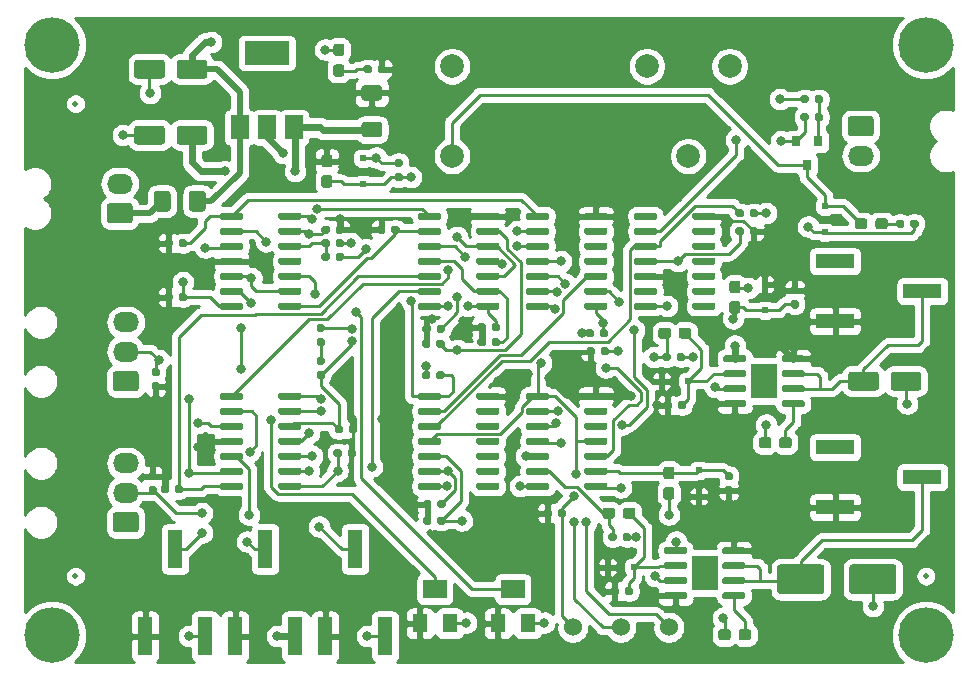
<source format=gbr>
%TF.GenerationSoftware,KiCad,Pcbnew,(5.1.10)-1*%
%TF.CreationDate,2022-02-21T21:57:19+01:00*%
%TF.ProjectId,BSPD-CV_3_0_00a,42535044-2d43-4565-9f33-5f305f303061,rev?*%
%TF.SameCoordinates,Original*%
%TF.FileFunction,Copper,L1,Top*%
%TF.FilePolarity,Positive*%
%FSLAX46Y46*%
G04 Gerber Fmt 4.6, Leading zero omitted, Abs format (unit mm)*
G04 Created by KiCad (PCBNEW (5.1.10)-1) date 2022-02-21 21:57:19*
%MOMM*%
%LPD*%
G01*
G04 APERTURE LIST*
%TA.AperFunction,ComponentPad*%
%ADD10O,2.200000X1.700000*%
%TD*%
%TA.AperFunction,ComponentPad*%
%ADD11C,4.700000*%
%TD*%
%TA.AperFunction,SMDPad,CuDef*%
%ADD12R,0.500000X0.500000*%
%TD*%
%TA.AperFunction,ComponentPad*%
%ADD13C,2.000000*%
%TD*%
%TA.AperFunction,SMDPad,CuDef*%
%ADD14R,2.290000X3.000000*%
%TD*%
%TA.AperFunction,SMDPad,CuDef*%
%ADD15R,1.500000X2.000000*%
%TD*%
%TA.AperFunction,SMDPad,CuDef*%
%ADD16R,3.800000X2.000000*%
%TD*%
%TA.AperFunction,SMDPad,CuDef*%
%ADD17C,1.524000*%
%TD*%
%TA.AperFunction,SMDPad,CuDef*%
%ADD18R,1.300000X1.600000*%
%TD*%
%TA.AperFunction,SMDPad,CuDef*%
%ADD19R,2.000000X1.600000*%
%TD*%
%TA.AperFunction,SMDPad,CuDef*%
%ADD20R,1.300000X3.300000*%
%TD*%
%TA.AperFunction,SMDPad,CuDef*%
%ADD21R,3.300000X1.300000*%
%TD*%
%TA.AperFunction,SMDPad,CuDef*%
%ADD22R,0.800000X0.900000*%
%TD*%
%TA.AperFunction,SMDPad,CuDef*%
%ADD23C,0.500000*%
%TD*%
%TA.AperFunction,ViaPad*%
%ADD24C,0.800000*%
%TD*%
%TA.AperFunction,Conductor*%
%ADD25C,0.625000*%
%TD*%
%TA.AperFunction,Conductor*%
%ADD26C,0.254000*%
%TD*%
%TA.AperFunction,Conductor*%
%ADD27C,0.508000*%
%TD*%
%TA.AperFunction,Conductor*%
%ADD28C,0.250000*%
%TD*%
%TA.AperFunction,Conductor*%
%ADD29C,0.100000*%
%TD*%
G04 APERTURE END LIST*
%TO.P,F11,2*%
%TO.N,VBatt_F*%
%TA.AperFunction,SMDPad,CuDef*%
G36*
G01*
X164605000Y-111877000D02*
X164605000Y-110627000D01*
G75*
G02*
X164855000Y-110377000I250000J0D01*
G01*
X165780000Y-110377000D01*
G75*
G02*
X166030000Y-110627000I0J-250000D01*
G01*
X166030000Y-111877000D01*
G75*
G02*
X165780000Y-112127000I-250000J0D01*
G01*
X164855000Y-112127000D01*
G75*
G02*
X164605000Y-111877000I0J250000D01*
G01*
G37*
%TD.AperFunction*%
%TO.P,F11,1*%
%TO.N,VBatt*%
%TA.AperFunction,SMDPad,CuDef*%
G36*
G01*
X161630000Y-111877000D02*
X161630000Y-110627000D01*
G75*
G02*
X161880000Y-110377000I250000J0D01*
G01*
X162805000Y-110377000D01*
G75*
G02*
X163055000Y-110627000I0J-250000D01*
G01*
X163055000Y-111877000D01*
G75*
G02*
X162805000Y-112127000I-250000J0D01*
G01*
X161880000Y-112127000D01*
G75*
G02*
X161630000Y-111877000I0J250000D01*
G01*
G37*
%TD.AperFunction*%
%TD*%
D10*
%TO.P,J3,3*%
%TO.N,N/C*%
X159258000Y-133430000D03*
%TO.P,J3,2*%
%TO.N,sens1*%
X159258000Y-135930000D03*
%TO.P,J3,1*%
%TO.N,GND*%
%TA.AperFunction,ComponentPad*%
G36*
G01*
X160358000Y-137830000D02*
X160358000Y-139030000D01*
G75*
G02*
X160108000Y-139280000I-250000J0D01*
G01*
X158408000Y-139280000D01*
G75*
G02*
X158158000Y-139030000I0J250000D01*
G01*
X158158000Y-137830000D01*
G75*
G02*
X158408000Y-137580000I250000J0D01*
G01*
X160108000Y-137580000D01*
G75*
G02*
X160358000Y-137830000I0J-250000D01*
G01*
G37*
%TD.AperFunction*%
%TD*%
%TO.P,J2,3*%
%TO.N,N/C*%
X159258000Y-121492000D03*
%TO.P,J2,2*%
%TO.N,sens0*%
X159258000Y-123992000D03*
%TO.P,J2,1*%
%TO.N,GND*%
%TA.AperFunction,ComponentPad*%
G36*
G01*
X160358000Y-125892000D02*
X160358000Y-127092000D01*
G75*
G02*
X160108000Y-127342000I-250000J0D01*
G01*
X158408000Y-127342000D01*
G75*
G02*
X158158000Y-127092000I0J250000D01*
G01*
X158158000Y-125892000D01*
G75*
G02*
X158408000Y-125642000I250000J0D01*
G01*
X160108000Y-125642000D01*
G75*
G02*
X160358000Y-125892000I0J-250000D01*
G01*
G37*
%TD.AperFunction*%
%TD*%
%TO.P,J4,2*%
%TO.N,Net-(J4-Pad2)*%
X221488000Y-107402000D03*
%TO.P,J4,1*%
%TO.N,Net-(J4-Pad1)*%
%TA.AperFunction,ComponentPad*%
G36*
G01*
X220388000Y-105502000D02*
X220388000Y-104302000D01*
G75*
G02*
X220638000Y-104052000I250000J0D01*
G01*
X222338000Y-104052000D01*
G75*
G02*
X222588000Y-104302000I0J-250000D01*
G01*
X222588000Y-105502000D01*
G75*
G02*
X222338000Y-105752000I-250000J0D01*
G01*
X220638000Y-105752000D01*
G75*
G02*
X220388000Y-105502000I0J250000D01*
G01*
G37*
%TD.AperFunction*%
%TD*%
%TO.P,J1,2*%
%TO.N,GND*%
X158750000Y-109768000D03*
%TO.P,J1,1*%
%TO.N,VBatt*%
%TA.AperFunction,ComponentPad*%
G36*
G01*
X159850000Y-111668000D02*
X159850000Y-112868000D01*
G75*
G02*
X159600000Y-113118000I-250000J0D01*
G01*
X157900000Y-113118000D01*
G75*
G02*
X157650000Y-112868000I0J250000D01*
G01*
X157650000Y-111668000D01*
G75*
G02*
X157900000Y-111418000I250000J0D01*
G01*
X159600000Y-111418000D01*
G75*
G02*
X159850000Y-111668000I0J-250000D01*
G01*
G37*
%TD.AperFunction*%
%TD*%
D11*
%TO.P,H4,1*%
%TO.N,N/C*%
X227000000Y-148000000D03*
%TD*%
%TO.P,H3,1*%
%TO.N,N/C*%
X153000000Y-148000000D03*
%TD*%
%TO.P,H2,1*%
%TO.N,N/C*%
X227000000Y-98000000D03*
%TD*%
%TO.P,H1,1*%
%TO.N,N/C*%
X153000000Y-98000000D03*
%TD*%
D12*
%TO.P,D102,2*%
%TO.N,Net-(D101-Pad1)*%
X218440000Y-111676000D03*
%TO.P,D102,1*%
%TO.N,VBatt_F*%
X218440000Y-113876000D03*
%TD*%
D13*
%TO.P,K101,11*%
%TO.N,Net-(J4-Pad2)*%
X206878000Y-107432000D03*
%TO.P,K101,12*%
%TO.N,N/C*%
X203378000Y-99832000D03*
%TO.P,K101,14*%
%TO.N,Net-(J4-Pad1)*%
X210378000Y-99832000D03*
%TO.P,K101,A1*%
%TO.N,VBatt_F*%
X186878000Y-99832000D03*
%TO.P,K101,A2*%
%TO.N,Net-(D101-Pad1)*%
X186878000Y-107432000D03*
%TD*%
D14*
%TO.P,U15,9*%
%TO.N,N/C*%
X208280000Y-142748000D03*
%TO.P,U15,8*%
%TO.N,Vcc*%
%TA.AperFunction,SMDPad,CuDef*%
G36*
G01*
X209780000Y-140993000D02*
X209780000Y-140693000D01*
G75*
G02*
X209930000Y-140543000I150000J0D01*
G01*
X211580000Y-140543000D01*
G75*
G02*
X211730000Y-140693000I0J-150000D01*
G01*
X211730000Y-140993000D01*
G75*
G02*
X211580000Y-141143000I-150000J0D01*
G01*
X209930000Y-141143000D01*
G75*
G02*
X209780000Y-140993000I0J150000D01*
G01*
G37*
%TD.AperFunction*%
%TO.P,U15,7*%
%TO.N,Net-(C94-Pad1)*%
%TA.AperFunction,SMDPad,CuDef*%
G36*
G01*
X209780000Y-142263000D02*
X209780000Y-141963000D01*
G75*
G02*
X209930000Y-141813000I150000J0D01*
G01*
X211580000Y-141813000D01*
G75*
G02*
X211730000Y-141963000I0J-150000D01*
G01*
X211730000Y-142263000D01*
G75*
G02*
X211580000Y-142413000I-150000J0D01*
G01*
X209930000Y-142413000D01*
G75*
G02*
X209780000Y-142263000I0J150000D01*
G01*
G37*
%TD.AperFunction*%
%TO.P,U15,6*%
%TA.AperFunction,SMDPad,CuDef*%
G36*
G01*
X209780000Y-143533000D02*
X209780000Y-143233000D01*
G75*
G02*
X209930000Y-143083000I150000J0D01*
G01*
X211580000Y-143083000D01*
G75*
G02*
X211730000Y-143233000I0J-150000D01*
G01*
X211730000Y-143533000D01*
G75*
G02*
X211580000Y-143683000I-150000J0D01*
G01*
X209930000Y-143683000D01*
G75*
G02*
X209780000Y-143533000I0J150000D01*
G01*
G37*
%TD.AperFunction*%
%TO.P,U15,5*%
%TO.N,Net-(C92-Pad2)*%
%TA.AperFunction,SMDPad,CuDef*%
G36*
G01*
X209780000Y-144803000D02*
X209780000Y-144503000D01*
G75*
G02*
X209930000Y-144353000I150000J0D01*
G01*
X211580000Y-144353000D01*
G75*
G02*
X211730000Y-144503000I0J-150000D01*
G01*
X211730000Y-144803000D01*
G75*
G02*
X211580000Y-144953000I-150000J0D01*
G01*
X209930000Y-144953000D01*
G75*
G02*
X209780000Y-144803000I0J150000D01*
G01*
G37*
%TD.AperFunction*%
%TO.P,U15,4*%
%TO.N,Vcc*%
%TA.AperFunction,SMDPad,CuDef*%
G36*
G01*
X204830000Y-144803000D02*
X204830000Y-144503000D01*
G75*
G02*
X204980000Y-144353000I150000J0D01*
G01*
X206630000Y-144353000D01*
G75*
G02*
X206780000Y-144503000I0J-150000D01*
G01*
X206780000Y-144803000D01*
G75*
G02*
X206630000Y-144953000I-150000J0D01*
G01*
X204980000Y-144953000D01*
G75*
G02*
X204830000Y-144803000I0J150000D01*
G01*
G37*
%TD.AperFunction*%
%TO.P,U15,3*%
%TO.N,Net-(C93-Pad1)*%
%TA.AperFunction,SMDPad,CuDef*%
G36*
G01*
X204830000Y-143533000D02*
X204830000Y-143233000D01*
G75*
G02*
X204980000Y-143083000I150000J0D01*
G01*
X206630000Y-143083000D01*
G75*
G02*
X206780000Y-143233000I0J-150000D01*
G01*
X206780000Y-143533000D01*
G75*
G02*
X206630000Y-143683000I-150000J0D01*
G01*
X204980000Y-143683000D01*
G75*
G02*
X204830000Y-143533000I0J150000D01*
G01*
G37*
%TD.AperFunction*%
%TO.P,U15,2*%
%TO.N,Net-(C91-Pad2)*%
%TA.AperFunction,SMDPad,CuDef*%
G36*
G01*
X204830000Y-142263000D02*
X204830000Y-141963000D01*
G75*
G02*
X204980000Y-141813000I150000J0D01*
G01*
X206630000Y-141813000D01*
G75*
G02*
X206780000Y-141963000I0J-150000D01*
G01*
X206780000Y-142263000D01*
G75*
G02*
X206630000Y-142413000I-150000J0D01*
G01*
X204980000Y-142413000D01*
G75*
G02*
X204830000Y-142263000I0J150000D01*
G01*
G37*
%TD.AperFunction*%
%TO.P,U15,1*%
%TO.N,GND*%
%TA.AperFunction,SMDPad,CuDef*%
G36*
G01*
X204830000Y-140993000D02*
X204830000Y-140693000D01*
G75*
G02*
X204980000Y-140543000I150000J0D01*
G01*
X206630000Y-140543000D01*
G75*
G02*
X206780000Y-140693000I0J-150000D01*
G01*
X206780000Y-140993000D01*
G75*
G02*
X206630000Y-141143000I-150000J0D01*
G01*
X204980000Y-141143000D01*
G75*
G02*
X204830000Y-140993000I0J150000D01*
G01*
G37*
%TD.AperFunction*%
%TD*%
%TO.P,U12,9*%
%TO.N,N/C*%
X213298000Y-126492000D03*
%TO.P,U12,8*%
%TO.N,Vcc*%
%TA.AperFunction,SMDPad,CuDef*%
G36*
G01*
X214798000Y-124737000D02*
X214798000Y-124437000D01*
G75*
G02*
X214948000Y-124287000I150000J0D01*
G01*
X216598000Y-124287000D01*
G75*
G02*
X216748000Y-124437000I0J-150000D01*
G01*
X216748000Y-124737000D01*
G75*
G02*
X216598000Y-124887000I-150000J0D01*
G01*
X214948000Y-124887000D01*
G75*
G02*
X214798000Y-124737000I0J150000D01*
G01*
G37*
%TD.AperFunction*%
%TO.P,U12,7*%
%TO.N,Net-(C84-Pad1)*%
%TA.AperFunction,SMDPad,CuDef*%
G36*
G01*
X214798000Y-126007000D02*
X214798000Y-125707000D01*
G75*
G02*
X214948000Y-125557000I150000J0D01*
G01*
X216598000Y-125557000D01*
G75*
G02*
X216748000Y-125707000I0J-150000D01*
G01*
X216748000Y-126007000D01*
G75*
G02*
X216598000Y-126157000I-150000J0D01*
G01*
X214948000Y-126157000D01*
G75*
G02*
X214798000Y-126007000I0J150000D01*
G01*
G37*
%TD.AperFunction*%
%TO.P,U12,6*%
%TA.AperFunction,SMDPad,CuDef*%
G36*
G01*
X214798000Y-127277000D02*
X214798000Y-126977000D01*
G75*
G02*
X214948000Y-126827000I150000J0D01*
G01*
X216598000Y-126827000D01*
G75*
G02*
X216748000Y-126977000I0J-150000D01*
G01*
X216748000Y-127277000D01*
G75*
G02*
X216598000Y-127427000I-150000J0D01*
G01*
X214948000Y-127427000D01*
G75*
G02*
X214798000Y-127277000I0J150000D01*
G01*
G37*
%TD.AperFunction*%
%TO.P,U12,5*%
%TO.N,Net-(C82-Pad2)*%
%TA.AperFunction,SMDPad,CuDef*%
G36*
G01*
X214798000Y-128547000D02*
X214798000Y-128247000D01*
G75*
G02*
X214948000Y-128097000I150000J0D01*
G01*
X216598000Y-128097000D01*
G75*
G02*
X216748000Y-128247000I0J-150000D01*
G01*
X216748000Y-128547000D01*
G75*
G02*
X216598000Y-128697000I-150000J0D01*
G01*
X214948000Y-128697000D01*
G75*
G02*
X214798000Y-128547000I0J150000D01*
G01*
G37*
%TD.AperFunction*%
%TO.P,U12,4*%
%TO.N,Vcc*%
%TA.AperFunction,SMDPad,CuDef*%
G36*
G01*
X209848000Y-128547000D02*
X209848000Y-128247000D01*
G75*
G02*
X209998000Y-128097000I150000J0D01*
G01*
X211648000Y-128097000D01*
G75*
G02*
X211798000Y-128247000I0J-150000D01*
G01*
X211798000Y-128547000D01*
G75*
G02*
X211648000Y-128697000I-150000J0D01*
G01*
X209998000Y-128697000D01*
G75*
G02*
X209848000Y-128547000I0J150000D01*
G01*
G37*
%TD.AperFunction*%
%TO.P,U12,3*%
%TO.N,Net-(C83-Pad1)*%
%TA.AperFunction,SMDPad,CuDef*%
G36*
G01*
X209848000Y-127277000D02*
X209848000Y-126977000D01*
G75*
G02*
X209998000Y-126827000I150000J0D01*
G01*
X211648000Y-126827000D01*
G75*
G02*
X211798000Y-126977000I0J-150000D01*
G01*
X211798000Y-127277000D01*
G75*
G02*
X211648000Y-127427000I-150000J0D01*
G01*
X209998000Y-127427000D01*
G75*
G02*
X209848000Y-127277000I0J150000D01*
G01*
G37*
%TD.AperFunction*%
%TO.P,U12,2*%
%TO.N,Net-(C81-Pad2)*%
%TA.AperFunction,SMDPad,CuDef*%
G36*
G01*
X209848000Y-126007000D02*
X209848000Y-125707000D01*
G75*
G02*
X209998000Y-125557000I150000J0D01*
G01*
X211648000Y-125557000D01*
G75*
G02*
X211798000Y-125707000I0J-150000D01*
G01*
X211798000Y-126007000D01*
G75*
G02*
X211648000Y-126157000I-150000J0D01*
G01*
X209998000Y-126157000D01*
G75*
G02*
X209848000Y-126007000I0J150000D01*
G01*
G37*
%TD.AperFunction*%
%TO.P,U12,1*%
%TO.N,GND*%
%TA.AperFunction,SMDPad,CuDef*%
G36*
G01*
X209848000Y-124737000D02*
X209848000Y-124437000D01*
G75*
G02*
X209998000Y-124287000I150000J0D01*
G01*
X211648000Y-124287000D01*
G75*
G02*
X211798000Y-124437000I0J-150000D01*
G01*
X211798000Y-124737000D01*
G75*
G02*
X211648000Y-124887000I-150000J0D01*
G01*
X209998000Y-124887000D01*
G75*
G02*
X209848000Y-124737000I0J150000D01*
G01*
G37*
%TD.AperFunction*%
%TD*%
%TO.P,U8,14*%
%TO.N,Vcc*%
%TA.AperFunction,SMDPad,CuDef*%
G36*
G01*
X188952000Y-127912000D02*
X188952000Y-127612000D01*
G75*
G02*
X189102000Y-127462000I150000J0D01*
G01*
X190752000Y-127462000D01*
G75*
G02*
X190902000Y-127612000I0J-150000D01*
G01*
X190902000Y-127912000D01*
G75*
G02*
X190752000Y-128062000I-150000J0D01*
G01*
X189102000Y-128062000D01*
G75*
G02*
X188952000Y-127912000I0J150000D01*
G01*
G37*
%TD.AperFunction*%
%TO.P,U8,13*%
%TO.N,N/C*%
%TA.AperFunction,SMDPad,CuDef*%
G36*
G01*
X188952000Y-129182000D02*
X188952000Y-128882000D01*
G75*
G02*
X189102000Y-128732000I150000J0D01*
G01*
X190752000Y-128732000D01*
G75*
G02*
X190902000Y-128882000I0J-150000D01*
G01*
X190902000Y-129182000D01*
G75*
G02*
X190752000Y-129332000I-150000J0D01*
G01*
X189102000Y-129332000D01*
G75*
G02*
X188952000Y-129182000I0J150000D01*
G01*
G37*
%TD.AperFunction*%
%TO.P,U8,12*%
%TA.AperFunction,SMDPad,CuDef*%
G36*
G01*
X188952000Y-130452000D02*
X188952000Y-130152000D01*
G75*
G02*
X189102000Y-130002000I150000J0D01*
G01*
X190752000Y-130002000D01*
G75*
G02*
X190902000Y-130152000I0J-150000D01*
G01*
X190902000Y-130452000D01*
G75*
G02*
X190752000Y-130602000I-150000J0D01*
G01*
X189102000Y-130602000D01*
G75*
G02*
X188952000Y-130452000I0J150000D01*
G01*
G37*
%TD.AperFunction*%
%TO.P,U8,11*%
%TA.AperFunction,SMDPad,CuDef*%
G36*
G01*
X188952000Y-131722000D02*
X188952000Y-131422000D01*
G75*
G02*
X189102000Y-131272000I150000J0D01*
G01*
X190752000Y-131272000D01*
G75*
G02*
X190902000Y-131422000I0J-150000D01*
G01*
X190902000Y-131722000D01*
G75*
G02*
X190752000Y-131872000I-150000J0D01*
G01*
X189102000Y-131872000D01*
G75*
G02*
X188952000Y-131722000I0J150000D01*
G01*
G37*
%TD.AperFunction*%
%TO.P,U8,10*%
%TA.AperFunction,SMDPad,CuDef*%
G36*
G01*
X188952000Y-132992000D02*
X188952000Y-132692000D01*
G75*
G02*
X189102000Y-132542000I150000J0D01*
G01*
X190752000Y-132542000D01*
G75*
G02*
X190902000Y-132692000I0J-150000D01*
G01*
X190902000Y-132992000D01*
G75*
G02*
X190752000Y-133142000I-150000J0D01*
G01*
X189102000Y-133142000D01*
G75*
G02*
X188952000Y-132992000I0J150000D01*
G01*
G37*
%TD.AperFunction*%
%TO.P,U8,9*%
%TA.AperFunction,SMDPad,CuDef*%
G36*
G01*
X188952000Y-134262000D02*
X188952000Y-133962000D01*
G75*
G02*
X189102000Y-133812000I150000J0D01*
G01*
X190752000Y-133812000D01*
G75*
G02*
X190902000Y-133962000I0J-150000D01*
G01*
X190902000Y-134262000D01*
G75*
G02*
X190752000Y-134412000I-150000J0D01*
G01*
X189102000Y-134412000D01*
G75*
G02*
X188952000Y-134262000I0J150000D01*
G01*
G37*
%TD.AperFunction*%
%TO.P,U8,8*%
%TA.AperFunction,SMDPad,CuDef*%
G36*
G01*
X188952000Y-135532000D02*
X188952000Y-135232000D01*
G75*
G02*
X189102000Y-135082000I150000J0D01*
G01*
X190752000Y-135082000D01*
G75*
G02*
X190902000Y-135232000I0J-150000D01*
G01*
X190902000Y-135532000D01*
G75*
G02*
X190752000Y-135682000I-150000J0D01*
G01*
X189102000Y-135682000D01*
G75*
G02*
X188952000Y-135532000I0J150000D01*
G01*
G37*
%TD.AperFunction*%
%TO.P,U8,7*%
%TO.N,GND*%
%TA.AperFunction,SMDPad,CuDef*%
G36*
G01*
X184002000Y-135532000D02*
X184002000Y-135232000D01*
G75*
G02*
X184152000Y-135082000I150000J0D01*
G01*
X185802000Y-135082000D01*
G75*
G02*
X185952000Y-135232000I0J-150000D01*
G01*
X185952000Y-135532000D01*
G75*
G02*
X185802000Y-135682000I-150000J0D01*
G01*
X184152000Y-135682000D01*
G75*
G02*
X184002000Y-135532000I0J150000D01*
G01*
G37*
%TD.AperFunction*%
%TO.P,U8,6*%
%TO.N,Net-(R72-Pad2)*%
%TA.AperFunction,SMDPad,CuDef*%
G36*
G01*
X184002000Y-134262000D02*
X184002000Y-133962000D01*
G75*
G02*
X184152000Y-133812000I150000J0D01*
G01*
X185802000Y-133812000D01*
G75*
G02*
X185952000Y-133962000I0J-150000D01*
G01*
X185952000Y-134262000D01*
G75*
G02*
X185802000Y-134412000I-150000J0D01*
G01*
X184152000Y-134412000D01*
G75*
G02*
X184002000Y-134262000I0J150000D01*
G01*
G37*
%TD.AperFunction*%
%TO.P,U8,5*%
%TO.N,Net-(R73-Pad2)*%
%TA.AperFunction,SMDPad,CuDef*%
G36*
G01*
X184002000Y-132992000D02*
X184002000Y-132692000D01*
G75*
G02*
X184152000Y-132542000I150000J0D01*
G01*
X185802000Y-132542000D01*
G75*
G02*
X185952000Y-132692000I0J-150000D01*
G01*
X185952000Y-132992000D01*
G75*
G02*
X185802000Y-133142000I-150000J0D01*
G01*
X184152000Y-133142000D01*
G75*
G02*
X184002000Y-132992000I0J150000D01*
G01*
G37*
%TD.AperFunction*%
%TO.P,U8,4*%
%TO.N,Timer1_IN*%
%TA.AperFunction,SMDPad,CuDef*%
G36*
G01*
X184002000Y-131722000D02*
X184002000Y-131422000D01*
G75*
G02*
X184152000Y-131272000I150000J0D01*
G01*
X185802000Y-131272000D01*
G75*
G02*
X185952000Y-131422000I0J-150000D01*
G01*
X185952000Y-131722000D01*
G75*
G02*
X185802000Y-131872000I-150000J0D01*
G01*
X184152000Y-131872000D01*
G75*
G02*
X184002000Y-131722000I0J150000D01*
G01*
G37*
%TD.AperFunction*%
%TO.P,U8,3*%
%TO.N,Net-(R78-Pad2)*%
%TA.AperFunction,SMDPad,CuDef*%
G36*
G01*
X184002000Y-130452000D02*
X184002000Y-130152000D01*
G75*
G02*
X184152000Y-130002000I150000J0D01*
G01*
X185802000Y-130002000D01*
G75*
G02*
X185952000Y-130152000I0J-150000D01*
G01*
X185952000Y-130452000D01*
G75*
G02*
X185802000Y-130602000I-150000J0D01*
G01*
X184152000Y-130602000D01*
G75*
G02*
X184002000Y-130452000I0J150000D01*
G01*
G37*
%TD.AperFunction*%
%TO.P,U8,2*%
%TO.N,Net-(U4-Pad10)*%
%TA.AperFunction,SMDPad,CuDef*%
G36*
G01*
X184002000Y-129182000D02*
X184002000Y-128882000D01*
G75*
G02*
X184152000Y-128732000I150000J0D01*
G01*
X185802000Y-128732000D01*
G75*
G02*
X185952000Y-128882000I0J-150000D01*
G01*
X185952000Y-129182000D01*
G75*
G02*
X185802000Y-129332000I-150000J0D01*
G01*
X184152000Y-129332000D01*
G75*
G02*
X184002000Y-129182000I0J150000D01*
G01*
G37*
%TD.AperFunction*%
%TO.P,U8,1*%
%TO.N,Initialize*%
%TA.AperFunction,SMDPad,CuDef*%
G36*
G01*
X184002000Y-127912000D02*
X184002000Y-127612000D01*
G75*
G02*
X184152000Y-127462000I150000J0D01*
G01*
X185802000Y-127462000D01*
G75*
G02*
X185952000Y-127612000I0J-150000D01*
G01*
X185952000Y-127912000D01*
G75*
G02*
X185802000Y-128062000I-150000J0D01*
G01*
X184152000Y-128062000D01*
G75*
G02*
X184002000Y-127912000I0J150000D01*
G01*
G37*
%TD.AperFunction*%
%TD*%
%TO.P,U7,14*%
%TO.N,Vcc*%
%TA.AperFunction,SMDPad,CuDef*%
G36*
G01*
X207240000Y-112672000D02*
X207240000Y-112372000D01*
G75*
G02*
X207390000Y-112222000I150000J0D01*
G01*
X209040000Y-112222000D01*
G75*
G02*
X209190000Y-112372000I0J-150000D01*
G01*
X209190000Y-112672000D01*
G75*
G02*
X209040000Y-112822000I-150000J0D01*
G01*
X207390000Y-112822000D01*
G75*
G02*
X207240000Y-112672000I0J150000D01*
G01*
G37*
%TD.AperFunction*%
%TO.P,U7,13*%
%TO.N,N/C*%
%TA.AperFunction,SMDPad,CuDef*%
G36*
G01*
X207240000Y-113942000D02*
X207240000Y-113642000D01*
G75*
G02*
X207390000Y-113492000I150000J0D01*
G01*
X209040000Y-113492000D01*
G75*
G02*
X209190000Y-113642000I0J-150000D01*
G01*
X209190000Y-113942000D01*
G75*
G02*
X209040000Y-114092000I-150000J0D01*
G01*
X207390000Y-114092000D01*
G75*
G02*
X207240000Y-113942000I0J150000D01*
G01*
G37*
%TD.AperFunction*%
%TO.P,U7,12*%
%TA.AperFunction,SMDPad,CuDef*%
G36*
G01*
X207240000Y-115212000D02*
X207240000Y-114912000D01*
G75*
G02*
X207390000Y-114762000I150000J0D01*
G01*
X209040000Y-114762000D01*
G75*
G02*
X209190000Y-114912000I0J-150000D01*
G01*
X209190000Y-115212000D01*
G75*
G02*
X209040000Y-115362000I-150000J0D01*
G01*
X207390000Y-115362000D01*
G75*
G02*
X207240000Y-115212000I0J150000D01*
G01*
G37*
%TD.AperFunction*%
%TO.P,U7,11*%
%TA.AperFunction,SMDPad,CuDef*%
G36*
G01*
X207240000Y-116482000D02*
X207240000Y-116182000D01*
G75*
G02*
X207390000Y-116032000I150000J0D01*
G01*
X209040000Y-116032000D01*
G75*
G02*
X209190000Y-116182000I0J-150000D01*
G01*
X209190000Y-116482000D01*
G75*
G02*
X209040000Y-116632000I-150000J0D01*
G01*
X207390000Y-116632000D01*
G75*
G02*
X207240000Y-116482000I0J150000D01*
G01*
G37*
%TD.AperFunction*%
%TO.P,U7,10*%
%TA.AperFunction,SMDPad,CuDef*%
G36*
G01*
X207240000Y-117752000D02*
X207240000Y-117452000D01*
G75*
G02*
X207390000Y-117302000I150000J0D01*
G01*
X209040000Y-117302000D01*
G75*
G02*
X209190000Y-117452000I0J-150000D01*
G01*
X209190000Y-117752000D01*
G75*
G02*
X209040000Y-117902000I-150000J0D01*
G01*
X207390000Y-117902000D01*
G75*
G02*
X207240000Y-117752000I0J150000D01*
G01*
G37*
%TD.AperFunction*%
%TO.P,U7,9*%
%TA.AperFunction,SMDPad,CuDef*%
G36*
G01*
X207240000Y-119022000D02*
X207240000Y-118722000D01*
G75*
G02*
X207390000Y-118572000I150000J0D01*
G01*
X209040000Y-118572000D01*
G75*
G02*
X209190000Y-118722000I0J-150000D01*
G01*
X209190000Y-119022000D01*
G75*
G02*
X209040000Y-119172000I-150000J0D01*
G01*
X207390000Y-119172000D01*
G75*
G02*
X207240000Y-119022000I0J150000D01*
G01*
G37*
%TD.AperFunction*%
%TO.P,U7,8*%
%TA.AperFunction,SMDPad,CuDef*%
G36*
G01*
X207240000Y-120292000D02*
X207240000Y-119992000D01*
G75*
G02*
X207390000Y-119842000I150000J0D01*
G01*
X209040000Y-119842000D01*
G75*
G02*
X209190000Y-119992000I0J-150000D01*
G01*
X209190000Y-120292000D01*
G75*
G02*
X209040000Y-120442000I-150000J0D01*
G01*
X207390000Y-120442000D01*
G75*
G02*
X207240000Y-120292000I0J150000D01*
G01*
G37*
%TD.AperFunction*%
%TO.P,U7,7*%
%TO.N,GND*%
%TA.AperFunction,SMDPad,CuDef*%
G36*
G01*
X202290000Y-120292000D02*
X202290000Y-119992000D01*
G75*
G02*
X202440000Y-119842000I150000J0D01*
G01*
X204090000Y-119842000D01*
G75*
G02*
X204240000Y-119992000I0J-150000D01*
G01*
X204240000Y-120292000D01*
G75*
G02*
X204090000Y-120442000I-150000J0D01*
G01*
X202440000Y-120442000D01*
G75*
G02*
X202290000Y-120292000I0J150000D01*
G01*
G37*
%TD.AperFunction*%
%TO.P,U7,6*%
%TO.N,N/C*%
%TA.AperFunction,SMDPad,CuDef*%
G36*
G01*
X202290000Y-119022000D02*
X202290000Y-118722000D01*
G75*
G02*
X202440000Y-118572000I150000J0D01*
G01*
X204090000Y-118572000D01*
G75*
G02*
X204240000Y-118722000I0J-150000D01*
G01*
X204240000Y-119022000D01*
G75*
G02*
X204090000Y-119172000I-150000J0D01*
G01*
X202440000Y-119172000D01*
G75*
G02*
X202290000Y-119022000I0J150000D01*
G01*
G37*
%TD.AperFunction*%
%TO.P,U7,5*%
%TO.N,Vcc*%
%TA.AperFunction,SMDPad,CuDef*%
G36*
G01*
X202290000Y-117752000D02*
X202290000Y-117452000D01*
G75*
G02*
X202440000Y-117302000I150000J0D01*
G01*
X204090000Y-117302000D01*
G75*
G02*
X204240000Y-117452000I0J-150000D01*
G01*
X204240000Y-117752000D01*
G75*
G02*
X204090000Y-117902000I-150000J0D01*
G01*
X202440000Y-117902000D01*
G75*
G02*
X202290000Y-117752000I0J150000D01*
G01*
G37*
%TD.AperFunction*%
%TO.P,U7,4*%
%TO.N,Timer2_IN*%
%TA.AperFunction,SMDPad,CuDef*%
G36*
G01*
X202290000Y-116482000D02*
X202290000Y-116182000D01*
G75*
G02*
X202440000Y-116032000I150000J0D01*
G01*
X204090000Y-116032000D01*
G75*
G02*
X204240000Y-116182000I0J-150000D01*
G01*
X204240000Y-116482000D01*
G75*
G02*
X204090000Y-116632000I-150000J0D01*
G01*
X202440000Y-116632000D01*
G75*
G02*
X202290000Y-116482000I0J150000D01*
G01*
G37*
%TD.AperFunction*%
%TO.P,U7,3*%
%TO.N,Net-(R78-Pad2)*%
%TA.AperFunction,SMDPad,CuDef*%
G36*
G01*
X202290000Y-115212000D02*
X202290000Y-114912000D01*
G75*
G02*
X202440000Y-114762000I150000J0D01*
G01*
X204090000Y-114762000D01*
G75*
G02*
X204240000Y-114912000I0J-150000D01*
G01*
X204240000Y-115212000D01*
G75*
G02*
X204090000Y-115362000I-150000J0D01*
G01*
X202440000Y-115362000D01*
G75*
G02*
X202290000Y-115212000I0J150000D01*
G01*
G37*
%TD.AperFunction*%
%TO.P,U7,2*%
%TO.N,BSPD_state*%
%TA.AperFunction,SMDPad,CuDef*%
G36*
G01*
X202290000Y-113942000D02*
X202290000Y-113642000D01*
G75*
G02*
X202440000Y-113492000I150000J0D01*
G01*
X204090000Y-113492000D01*
G75*
G02*
X204240000Y-113642000I0J-150000D01*
G01*
X204240000Y-113942000D01*
G75*
G02*
X204090000Y-114092000I-150000J0D01*
G01*
X202440000Y-114092000D01*
G75*
G02*
X202290000Y-113942000I0J150000D01*
G01*
G37*
%TD.AperFunction*%
%TO.P,U7,1*%
%TO.N,N/C*%
%TA.AperFunction,SMDPad,CuDef*%
G36*
G01*
X202290000Y-112672000D02*
X202290000Y-112372000D01*
G75*
G02*
X202440000Y-112222000I150000J0D01*
G01*
X204090000Y-112222000D01*
G75*
G02*
X204240000Y-112372000I0J-150000D01*
G01*
X204240000Y-112672000D01*
G75*
G02*
X204090000Y-112822000I-150000J0D01*
G01*
X202440000Y-112822000D01*
G75*
G02*
X202290000Y-112672000I0J150000D01*
G01*
G37*
%TD.AperFunction*%
%TD*%
%TO.P,U6,14*%
%TO.N,errCurrent*%
%TA.AperFunction,SMDPad,CuDef*%
G36*
G01*
X172188000Y-127912000D02*
X172188000Y-127612000D01*
G75*
G02*
X172338000Y-127462000I150000J0D01*
G01*
X173988000Y-127462000D01*
G75*
G02*
X174138000Y-127612000I0J-150000D01*
G01*
X174138000Y-127912000D01*
G75*
G02*
X173988000Y-128062000I-150000J0D01*
G01*
X172338000Y-128062000D01*
G75*
G02*
X172188000Y-127912000I0J150000D01*
G01*
G37*
%TD.AperFunction*%
%TO.P,U6,13*%
%TO.N,RefCurr*%
%TA.AperFunction,SMDPad,CuDef*%
G36*
G01*
X172188000Y-129182000D02*
X172188000Y-128882000D01*
G75*
G02*
X172338000Y-128732000I150000J0D01*
G01*
X173988000Y-128732000D01*
G75*
G02*
X174138000Y-128882000I0J-150000D01*
G01*
X174138000Y-129182000D01*
G75*
G02*
X173988000Y-129332000I-150000J0D01*
G01*
X172338000Y-129332000D01*
G75*
G02*
X172188000Y-129182000I0J150000D01*
G01*
G37*
%TD.AperFunction*%
%TO.P,U6,12*%
%TO.N,Net-(R25-Pad2)*%
%TA.AperFunction,SMDPad,CuDef*%
G36*
G01*
X172188000Y-130452000D02*
X172188000Y-130152000D01*
G75*
G02*
X172338000Y-130002000I150000J0D01*
G01*
X173988000Y-130002000D01*
G75*
G02*
X174138000Y-130152000I0J-150000D01*
G01*
X174138000Y-130452000D01*
G75*
G02*
X173988000Y-130602000I-150000J0D01*
G01*
X172338000Y-130602000D01*
G75*
G02*
X172188000Y-130452000I0J150000D01*
G01*
G37*
%TD.AperFunction*%
%TO.P,U6,11*%
%TO.N,GND*%
%TA.AperFunction,SMDPad,CuDef*%
G36*
G01*
X172188000Y-131722000D02*
X172188000Y-131422000D01*
G75*
G02*
X172338000Y-131272000I150000J0D01*
G01*
X173988000Y-131272000D01*
G75*
G02*
X174138000Y-131422000I0J-150000D01*
G01*
X174138000Y-131722000D01*
G75*
G02*
X173988000Y-131872000I-150000J0D01*
G01*
X172338000Y-131872000D01*
G75*
G02*
X172188000Y-131722000I0J150000D01*
G01*
G37*
%TD.AperFunction*%
%TO.P,U6,10*%
%TO.N,Ref0.5v*%
%TA.AperFunction,SMDPad,CuDef*%
G36*
G01*
X172188000Y-132992000D02*
X172188000Y-132692000D01*
G75*
G02*
X172338000Y-132542000I150000J0D01*
G01*
X173988000Y-132542000D01*
G75*
G02*
X174138000Y-132692000I0J-150000D01*
G01*
X174138000Y-132992000D01*
G75*
G02*
X173988000Y-133142000I-150000J0D01*
G01*
X172338000Y-133142000D01*
G75*
G02*
X172188000Y-132992000I0J150000D01*
G01*
G37*
%TD.AperFunction*%
%TO.P,U6,9*%
%TO.N,sens1*%
%TA.AperFunction,SMDPad,CuDef*%
G36*
G01*
X172188000Y-134262000D02*
X172188000Y-133962000D01*
G75*
G02*
X172338000Y-133812000I150000J0D01*
G01*
X173988000Y-133812000D01*
G75*
G02*
X174138000Y-133962000I0J-150000D01*
G01*
X174138000Y-134262000D01*
G75*
G02*
X173988000Y-134412000I-150000J0D01*
G01*
X172338000Y-134412000D01*
G75*
G02*
X172188000Y-134262000I0J150000D01*
G01*
G37*
%TD.AperFunction*%
%TO.P,U6,8*%
%TO.N,Net-(R54-Pad2)*%
%TA.AperFunction,SMDPad,CuDef*%
G36*
G01*
X172188000Y-135532000D02*
X172188000Y-135232000D01*
G75*
G02*
X172338000Y-135082000I150000J0D01*
G01*
X173988000Y-135082000D01*
G75*
G02*
X174138000Y-135232000I0J-150000D01*
G01*
X174138000Y-135532000D01*
G75*
G02*
X173988000Y-135682000I-150000J0D01*
G01*
X172338000Y-135682000D01*
G75*
G02*
X172188000Y-135532000I0J150000D01*
G01*
G37*
%TD.AperFunction*%
%TO.P,U6,7*%
%TO.N,Net-(R53-Pad2)*%
%TA.AperFunction,SMDPad,CuDef*%
G36*
G01*
X167238000Y-135532000D02*
X167238000Y-135232000D01*
G75*
G02*
X167388000Y-135082000I150000J0D01*
G01*
X169038000Y-135082000D01*
G75*
G02*
X169188000Y-135232000I0J-150000D01*
G01*
X169188000Y-135532000D01*
G75*
G02*
X169038000Y-135682000I-150000J0D01*
G01*
X167388000Y-135682000D01*
G75*
G02*
X167238000Y-135532000I0J150000D01*
G01*
G37*
%TD.AperFunction*%
%TO.P,U6,6*%
%TO.N,Ref4.5v*%
%TA.AperFunction,SMDPad,CuDef*%
G36*
G01*
X167238000Y-134262000D02*
X167238000Y-133962000D01*
G75*
G02*
X167388000Y-133812000I150000J0D01*
G01*
X169038000Y-133812000D01*
G75*
G02*
X169188000Y-133962000I0J-150000D01*
G01*
X169188000Y-134262000D01*
G75*
G02*
X169038000Y-134412000I-150000J0D01*
G01*
X167388000Y-134412000D01*
G75*
G02*
X167238000Y-134262000I0J150000D01*
G01*
G37*
%TD.AperFunction*%
%TO.P,U6,5*%
%TO.N,sens1*%
%TA.AperFunction,SMDPad,CuDef*%
G36*
G01*
X167238000Y-132992000D02*
X167238000Y-132692000D01*
G75*
G02*
X167388000Y-132542000I150000J0D01*
G01*
X169038000Y-132542000D01*
G75*
G02*
X169188000Y-132692000I0J-150000D01*
G01*
X169188000Y-132992000D01*
G75*
G02*
X169038000Y-133142000I-150000J0D01*
G01*
X167388000Y-133142000D01*
G75*
G02*
X167238000Y-132992000I0J150000D01*
G01*
G37*
%TD.AperFunction*%
%TO.P,U6,4*%
%TO.N,Vcc*%
%TA.AperFunction,SMDPad,CuDef*%
G36*
G01*
X167238000Y-131722000D02*
X167238000Y-131422000D01*
G75*
G02*
X167388000Y-131272000I150000J0D01*
G01*
X169038000Y-131272000D01*
G75*
G02*
X169188000Y-131422000I0J-150000D01*
G01*
X169188000Y-131722000D01*
G75*
G02*
X169038000Y-131872000I-150000J0D01*
G01*
X167388000Y-131872000D01*
G75*
G02*
X167238000Y-131722000I0J150000D01*
G01*
G37*
%TD.AperFunction*%
%TO.P,U6,3*%
%TO.N,Net-(JP51-Pad2)*%
%TA.AperFunction,SMDPad,CuDef*%
G36*
G01*
X167238000Y-130452000D02*
X167238000Y-130152000D01*
G75*
G02*
X167388000Y-130002000I150000J0D01*
G01*
X169038000Y-130002000D01*
G75*
G02*
X169188000Y-130152000I0J-150000D01*
G01*
X169188000Y-130452000D01*
G75*
G02*
X169038000Y-130602000I-150000J0D01*
G01*
X167388000Y-130602000D01*
G75*
G02*
X167238000Y-130452000I0J150000D01*
G01*
G37*
%TD.AperFunction*%
%TO.P,U6,2*%
%TO.N,Net-(JP53-Pad2)*%
%TA.AperFunction,SMDPad,CuDef*%
G36*
G01*
X167238000Y-129182000D02*
X167238000Y-128882000D01*
G75*
G02*
X167388000Y-128732000I150000J0D01*
G01*
X169038000Y-128732000D01*
G75*
G02*
X169188000Y-128882000I0J-150000D01*
G01*
X169188000Y-129182000D01*
G75*
G02*
X169038000Y-129332000I-150000J0D01*
G01*
X167388000Y-129332000D01*
G75*
G02*
X167238000Y-129182000I0J150000D01*
G01*
G37*
%TD.AperFunction*%
%TO.P,U6,1*%
%TO.N,BrakeTrigg*%
%TA.AperFunction,SMDPad,CuDef*%
G36*
G01*
X167238000Y-127912000D02*
X167238000Y-127612000D01*
G75*
G02*
X167388000Y-127462000I150000J0D01*
G01*
X169038000Y-127462000D01*
G75*
G02*
X169188000Y-127612000I0J-150000D01*
G01*
X169188000Y-127912000D01*
G75*
G02*
X169038000Y-128062000I-150000J0D01*
G01*
X167388000Y-128062000D01*
G75*
G02*
X167238000Y-127912000I0J150000D01*
G01*
G37*
%TD.AperFunction*%
%TD*%
%TO.P,U5,14*%
%TO.N,Vcc*%
%TA.AperFunction,SMDPad,CuDef*%
G36*
G01*
X198096000Y-127912000D02*
X198096000Y-127612000D01*
G75*
G02*
X198246000Y-127462000I150000J0D01*
G01*
X199896000Y-127462000D01*
G75*
G02*
X200046000Y-127612000I0J-150000D01*
G01*
X200046000Y-127912000D01*
G75*
G02*
X199896000Y-128062000I-150000J0D01*
G01*
X198246000Y-128062000D01*
G75*
G02*
X198096000Y-127912000I0J150000D01*
G01*
G37*
%TD.AperFunction*%
%TO.P,U5,13*%
%TO.N,N/C*%
%TA.AperFunction,SMDPad,CuDef*%
G36*
G01*
X198096000Y-129182000D02*
X198096000Y-128882000D01*
G75*
G02*
X198246000Y-128732000I150000J0D01*
G01*
X199896000Y-128732000D01*
G75*
G02*
X200046000Y-128882000I0J-150000D01*
G01*
X200046000Y-129182000D01*
G75*
G02*
X199896000Y-129332000I-150000J0D01*
G01*
X198246000Y-129332000D01*
G75*
G02*
X198096000Y-129182000I0J150000D01*
G01*
G37*
%TD.AperFunction*%
%TO.P,U5,12*%
%TA.AperFunction,SMDPad,CuDef*%
G36*
G01*
X198096000Y-130452000D02*
X198096000Y-130152000D01*
G75*
G02*
X198246000Y-130002000I150000J0D01*
G01*
X199896000Y-130002000D01*
G75*
G02*
X200046000Y-130152000I0J-150000D01*
G01*
X200046000Y-130452000D01*
G75*
G02*
X199896000Y-130602000I-150000J0D01*
G01*
X198246000Y-130602000D01*
G75*
G02*
X198096000Y-130452000I0J150000D01*
G01*
G37*
%TD.AperFunction*%
%TO.P,U5,11*%
%TO.N,Timer1_IN*%
%TA.AperFunction,SMDPad,CuDef*%
G36*
G01*
X198096000Y-131722000D02*
X198096000Y-131422000D01*
G75*
G02*
X198246000Y-131272000I150000J0D01*
G01*
X199896000Y-131272000D01*
G75*
G02*
X200046000Y-131422000I0J-150000D01*
G01*
X200046000Y-131722000D01*
G75*
G02*
X199896000Y-131872000I-150000J0D01*
G01*
X198246000Y-131872000D01*
G75*
G02*
X198096000Y-131722000I0J150000D01*
G01*
G37*
%TD.AperFunction*%
%TO.P,U5,10*%
%TO.N,Net-(R8-Pad2)*%
%TA.AperFunction,SMDPad,CuDef*%
G36*
G01*
X198096000Y-132992000D02*
X198096000Y-132692000D01*
G75*
G02*
X198246000Y-132542000I150000J0D01*
G01*
X199896000Y-132542000D01*
G75*
G02*
X200046000Y-132692000I0J-150000D01*
G01*
X200046000Y-132992000D01*
G75*
G02*
X199896000Y-133142000I-150000J0D01*
G01*
X198246000Y-133142000D01*
G75*
G02*
X198096000Y-132992000I0J150000D01*
G01*
G37*
%TD.AperFunction*%
%TO.P,U5,9*%
%TO.N,Net-(C93-Pad2)*%
%TA.AperFunction,SMDPad,CuDef*%
G36*
G01*
X198096000Y-134262000D02*
X198096000Y-133962000D01*
G75*
G02*
X198246000Y-133812000I150000J0D01*
G01*
X199896000Y-133812000D01*
G75*
G02*
X200046000Y-133962000I0J-150000D01*
G01*
X200046000Y-134262000D01*
G75*
G02*
X199896000Y-134412000I-150000J0D01*
G01*
X198246000Y-134412000D01*
G75*
G02*
X198096000Y-134262000I0J150000D01*
G01*
G37*
%TD.AperFunction*%
%TO.P,U5,8*%
%TO.N,Timer2_OUT*%
%TA.AperFunction,SMDPad,CuDef*%
G36*
G01*
X198096000Y-135532000D02*
X198096000Y-135232000D01*
G75*
G02*
X198246000Y-135082000I150000J0D01*
G01*
X199896000Y-135082000D01*
G75*
G02*
X200046000Y-135232000I0J-150000D01*
G01*
X200046000Y-135532000D01*
G75*
G02*
X199896000Y-135682000I-150000J0D01*
G01*
X198246000Y-135682000D01*
G75*
G02*
X198096000Y-135532000I0J150000D01*
G01*
G37*
%TD.AperFunction*%
%TO.P,U5,7*%
%TO.N,GND*%
%TA.AperFunction,SMDPad,CuDef*%
G36*
G01*
X193146000Y-135532000D02*
X193146000Y-135232000D01*
G75*
G02*
X193296000Y-135082000I150000J0D01*
G01*
X194946000Y-135082000D01*
G75*
G02*
X195096000Y-135232000I0J-150000D01*
G01*
X195096000Y-135532000D01*
G75*
G02*
X194946000Y-135682000I-150000J0D01*
G01*
X193296000Y-135682000D01*
G75*
G02*
X193146000Y-135532000I0J150000D01*
G01*
G37*
%TD.AperFunction*%
%TO.P,U5,6*%
%TO.N,Net-(C91-Pad1)*%
%TA.AperFunction,SMDPad,CuDef*%
G36*
G01*
X193146000Y-134262000D02*
X193146000Y-133962000D01*
G75*
G02*
X193296000Y-133812000I150000J0D01*
G01*
X194946000Y-133812000D01*
G75*
G02*
X195096000Y-133962000I0J-150000D01*
G01*
X195096000Y-134262000D01*
G75*
G02*
X194946000Y-134412000I-150000J0D01*
G01*
X193296000Y-134412000D01*
G75*
G02*
X193146000Y-134262000I0J150000D01*
G01*
G37*
%TD.AperFunction*%
%TO.P,U5,5*%
%TO.N,Timer2_IN*%
%TA.AperFunction,SMDPad,CuDef*%
G36*
G01*
X193146000Y-132992000D02*
X193146000Y-132692000D01*
G75*
G02*
X193296000Y-132542000I150000J0D01*
G01*
X194946000Y-132542000D01*
G75*
G02*
X195096000Y-132692000I0J-150000D01*
G01*
X195096000Y-132992000D01*
G75*
G02*
X194946000Y-133142000I-150000J0D01*
G01*
X193296000Y-133142000D01*
G75*
G02*
X193146000Y-132992000I0J150000D01*
G01*
G37*
%TD.AperFunction*%
%TO.P,U5,4*%
%TO.N,Timer1_OUT*%
%TA.AperFunction,SMDPad,CuDef*%
G36*
G01*
X193146000Y-131722000D02*
X193146000Y-131422000D01*
G75*
G02*
X193296000Y-131272000I150000J0D01*
G01*
X194946000Y-131272000D01*
G75*
G02*
X195096000Y-131422000I0J-150000D01*
G01*
X195096000Y-131722000D01*
G75*
G02*
X194946000Y-131872000I-150000J0D01*
G01*
X193296000Y-131872000D01*
G75*
G02*
X193146000Y-131722000I0J150000D01*
G01*
G37*
%TD.AperFunction*%
%TO.P,U5,3*%
%TO.N,Net-(C83-Pad2)*%
%TA.AperFunction,SMDPad,CuDef*%
G36*
G01*
X193146000Y-130452000D02*
X193146000Y-130152000D01*
G75*
G02*
X193296000Y-130002000I150000J0D01*
G01*
X194946000Y-130002000D01*
G75*
G02*
X195096000Y-130152000I0J-150000D01*
G01*
X195096000Y-130452000D01*
G75*
G02*
X194946000Y-130602000I-150000J0D01*
G01*
X193296000Y-130602000D01*
G75*
G02*
X193146000Y-130452000I0J150000D01*
G01*
G37*
%TD.AperFunction*%
%TO.P,U5,2*%
%TO.N,Net-(C81-Pad1)*%
%TA.AperFunction,SMDPad,CuDef*%
G36*
G01*
X193146000Y-129182000D02*
X193146000Y-128882000D01*
G75*
G02*
X193296000Y-128732000I150000J0D01*
G01*
X194946000Y-128732000D01*
G75*
G02*
X195096000Y-128882000I0J-150000D01*
G01*
X195096000Y-129182000D01*
G75*
G02*
X194946000Y-129332000I-150000J0D01*
G01*
X193296000Y-129332000D01*
G75*
G02*
X193146000Y-129182000I0J150000D01*
G01*
G37*
%TD.AperFunction*%
%TO.P,U5,1*%
%TO.N,Timer1_IN*%
%TA.AperFunction,SMDPad,CuDef*%
G36*
G01*
X193146000Y-127912000D02*
X193146000Y-127612000D01*
G75*
G02*
X193296000Y-127462000I150000J0D01*
G01*
X194946000Y-127462000D01*
G75*
G02*
X195096000Y-127612000I0J-150000D01*
G01*
X195096000Y-127912000D01*
G75*
G02*
X194946000Y-128062000I-150000J0D01*
G01*
X193296000Y-128062000D01*
G75*
G02*
X193146000Y-127912000I0J150000D01*
G01*
G37*
%TD.AperFunction*%
%TD*%
%TO.P,U4,14*%
%TO.N,Vcc*%
%TA.AperFunction,SMDPad,CuDef*%
G36*
G01*
X198096000Y-112672000D02*
X198096000Y-112372000D01*
G75*
G02*
X198246000Y-112222000I150000J0D01*
G01*
X199896000Y-112222000D01*
G75*
G02*
X200046000Y-112372000I0J-150000D01*
G01*
X200046000Y-112672000D01*
G75*
G02*
X199896000Y-112822000I-150000J0D01*
G01*
X198246000Y-112822000D01*
G75*
G02*
X198096000Y-112672000I0J150000D01*
G01*
G37*
%TD.AperFunction*%
%TO.P,U4,13*%
%TO.N,N/C*%
%TA.AperFunction,SMDPad,CuDef*%
G36*
G01*
X198096000Y-113942000D02*
X198096000Y-113642000D01*
G75*
G02*
X198246000Y-113492000I150000J0D01*
G01*
X199896000Y-113492000D01*
G75*
G02*
X200046000Y-113642000I0J-150000D01*
G01*
X200046000Y-113942000D01*
G75*
G02*
X199896000Y-114092000I-150000J0D01*
G01*
X198246000Y-114092000D01*
G75*
G02*
X198096000Y-113942000I0J150000D01*
G01*
G37*
%TD.AperFunction*%
%TO.P,U4,12*%
%TA.AperFunction,SMDPad,CuDef*%
G36*
G01*
X198096000Y-115212000D02*
X198096000Y-114912000D01*
G75*
G02*
X198246000Y-114762000I150000J0D01*
G01*
X199896000Y-114762000D01*
G75*
G02*
X200046000Y-114912000I0J-150000D01*
G01*
X200046000Y-115212000D01*
G75*
G02*
X199896000Y-115362000I-150000J0D01*
G01*
X198246000Y-115362000D01*
G75*
G02*
X198096000Y-115212000I0J150000D01*
G01*
G37*
%TD.AperFunction*%
%TO.P,U4,11*%
%TA.AperFunction,SMDPad,CuDef*%
G36*
G01*
X198096000Y-116482000D02*
X198096000Y-116182000D01*
G75*
G02*
X198246000Y-116032000I150000J0D01*
G01*
X199896000Y-116032000D01*
G75*
G02*
X200046000Y-116182000I0J-150000D01*
G01*
X200046000Y-116482000D01*
G75*
G02*
X199896000Y-116632000I-150000J0D01*
G01*
X198246000Y-116632000D01*
G75*
G02*
X198096000Y-116482000I0J150000D01*
G01*
G37*
%TD.AperFunction*%
%TO.P,U4,10*%
%TO.N,Net-(U4-Pad10)*%
%TA.AperFunction,SMDPad,CuDef*%
G36*
G01*
X198096000Y-117752000D02*
X198096000Y-117452000D01*
G75*
G02*
X198246000Y-117302000I150000J0D01*
G01*
X199896000Y-117302000D01*
G75*
G02*
X200046000Y-117452000I0J-150000D01*
G01*
X200046000Y-117752000D01*
G75*
G02*
X199896000Y-117902000I-150000J0D01*
G01*
X198246000Y-117902000D01*
G75*
G02*
X198096000Y-117752000I0J150000D01*
G01*
G37*
%TD.AperFunction*%
%TO.P,U4,9*%
%TO.N,Timer2_OUT*%
%TA.AperFunction,SMDPad,CuDef*%
G36*
G01*
X198096000Y-119022000D02*
X198096000Y-118722000D01*
G75*
G02*
X198246000Y-118572000I150000J0D01*
G01*
X199896000Y-118572000D01*
G75*
G02*
X200046000Y-118722000I0J-150000D01*
G01*
X200046000Y-119022000D01*
G75*
G02*
X199896000Y-119172000I-150000J0D01*
G01*
X198246000Y-119172000D01*
G75*
G02*
X198096000Y-119022000I0J150000D01*
G01*
G37*
%TD.AperFunction*%
%TO.P,U4,8*%
%TO.N,Net-(R8-Pad2)*%
%TA.AperFunction,SMDPad,CuDef*%
G36*
G01*
X198096000Y-120292000D02*
X198096000Y-119992000D01*
G75*
G02*
X198246000Y-119842000I150000J0D01*
G01*
X199896000Y-119842000D01*
G75*
G02*
X200046000Y-119992000I0J-150000D01*
G01*
X200046000Y-120292000D01*
G75*
G02*
X199896000Y-120442000I-150000J0D01*
G01*
X198246000Y-120442000D01*
G75*
G02*
X198096000Y-120292000I0J150000D01*
G01*
G37*
%TD.AperFunction*%
%TO.P,U4,7*%
%TO.N,GND*%
%TA.AperFunction,SMDPad,CuDef*%
G36*
G01*
X193146000Y-120292000D02*
X193146000Y-119992000D01*
G75*
G02*
X193296000Y-119842000I150000J0D01*
G01*
X194946000Y-119842000D01*
G75*
G02*
X195096000Y-119992000I0J-150000D01*
G01*
X195096000Y-120292000D01*
G75*
G02*
X194946000Y-120442000I-150000J0D01*
G01*
X193296000Y-120442000D01*
G75*
G02*
X193146000Y-120292000I0J150000D01*
G01*
G37*
%TD.AperFunction*%
%TO.P,U4,6*%
%TO.N,Timer1_IN*%
%TA.AperFunction,SMDPad,CuDef*%
G36*
G01*
X193146000Y-119022000D02*
X193146000Y-118722000D01*
G75*
G02*
X193296000Y-118572000I150000J0D01*
G01*
X194946000Y-118572000D01*
G75*
G02*
X195096000Y-118722000I0J-150000D01*
G01*
X195096000Y-119022000D01*
G75*
G02*
X194946000Y-119172000I-150000J0D01*
G01*
X193296000Y-119172000D01*
G75*
G02*
X193146000Y-119022000I0J150000D01*
G01*
G37*
%TD.AperFunction*%
%TO.P,U4,5*%
%TO.N,Timer1_OUT*%
%TA.AperFunction,SMDPad,CuDef*%
G36*
G01*
X193146000Y-117752000D02*
X193146000Y-117452000D01*
G75*
G02*
X193296000Y-117302000I150000J0D01*
G01*
X194946000Y-117302000D01*
G75*
G02*
X195096000Y-117452000I0J-150000D01*
G01*
X195096000Y-117752000D01*
G75*
G02*
X194946000Y-117902000I-150000J0D01*
G01*
X193296000Y-117902000D01*
G75*
G02*
X193146000Y-117752000I0J150000D01*
G01*
G37*
%TD.AperFunction*%
%TO.P,U4,4*%
%TO.N,Timer2_IN*%
%TA.AperFunction,SMDPad,CuDef*%
G36*
G01*
X193146000Y-116482000D02*
X193146000Y-116182000D01*
G75*
G02*
X193296000Y-116032000I150000J0D01*
G01*
X194946000Y-116032000D01*
G75*
G02*
X195096000Y-116182000I0J-150000D01*
G01*
X195096000Y-116482000D01*
G75*
G02*
X194946000Y-116632000I-150000J0D01*
G01*
X193296000Y-116632000D01*
G75*
G02*
X193146000Y-116482000I0J150000D01*
G01*
G37*
%TD.AperFunction*%
%TO.P,U4,3*%
%TO.N,Net-(R73-Pad2)*%
%TA.AperFunction,SMDPad,CuDef*%
G36*
G01*
X193146000Y-115212000D02*
X193146000Y-114912000D01*
G75*
G02*
X193296000Y-114762000I150000J0D01*
G01*
X194946000Y-114762000D01*
G75*
G02*
X195096000Y-114912000I0J-150000D01*
G01*
X195096000Y-115212000D01*
G75*
G02*
X194946000Y-115362000I-150000J0D01*
G01*
X193296000Y-115362000D01*
G75*
G02*
X193146000Y-115212000I0J150000D01*
G01*
G37*
%TD.AperFunction*%
%TO.P,U4,2*%
%TO.N,BrakeTrigg*%
%TA.AperFunction,SMDPad,CuDef*%
G36*
G01*
X193146000Y-113942000D02*
X193146000Y-113642000D01*
G75*
G02*
X193296000Y-113492000I150000J0D01*
G01*
X194946000Y-113492000D01*
G75*
G02*
X195096000Y-113642000I0J-150000D01*
G01*
X195096000Y-113942000D01*
G75*
G02*
X194946000Y-114092000I-150000J0D01*
G01*
X193296000Y-114092000D01*
G75*
G02*
X193146000Y-113942000I0J150000D01*
G01*
G37*
%TD.AperFunction*%
%TO.P,U4,1*%
%TO.N,AccTrigg*%
%TA.AperFunction,SMDPad,CuDef*%
G36*
G01*
X193146000Y-112672000D02*
X193146000Y-112372000D01*
G75*
G02*
X193296000Y-112222000I150000J0D01*
G01*
X194946000Y-112222000D01*
G75*
G02*
X195096000Y-112372000I0J-150000D01*
G01*
X195096000Y-112672000D01*
G75*
G02*
X194946000Y-112822000I-150000J0D01*
G01*
X193296000Y-112822000D01*
G75*
G02*
X193146000Y-112672000I0J150000D01*
G01*
G37*
%TD.AperFunction*%
%TD*%
%TO.P,U3,14*%
%TO.N,Vcc*%
%TA.AperFunction,SMDPad,CuDef*%
G36*
G01*
X188952000Y-112672000D02*
X188952000Y-112372000D01*
G75*
G02*
X189102000Y-112222000I150000J0D01*
G01*
X190752000Y-112222000D01*
G75*
G02*
X190902000Y-112372000I0J-150000D01*
G01*
X190902000Y-112672000D01*
G75*
G02*
X190752000Y-112822000I-150000J0D01*
G01*
X189102000Y-112822000D01*
G75*
G02*
X188952000Y-112672000I0J150000D01*
G01*
G37*
%TD.AperFunction*%
%TO.P,U3,13*%
%TO.N,errCurrent*%
%TA.AperFunction,SMDPad,CuDef*%
G36*
G01*
X188952000Y-113942000D02*
X188952000Y-113642000D01*
G75*
G02*
X189102000Y-113492000I150000J0D01*
G01*
X190752000Y-113492000D01*
G75*
G02*
X190902000Y-113642000I0J-150000D01*
G01*
X190902000Y-113942000D01*
G75*
G02*
X190752000Y-114092000I-150000J0D01*
G01*
X189102000Y-114092000D01*
G75*
G02*
X188952000Y-113942000I0J150000D01*
G01*
G37*
%TD.AperFunction*%
%TO.P,U3,12*%
%TO.N,Net-(R71-Pad2)*%
%TA.AperFunction,SMDPad,CuDef*%
G36*
G01*
X188952000Y-115212000D02*
X188952000Y-114912000D01*
G75*
G02*
X189102000Y-114762000I150000J0D01*
G01*
X190752000Y-114762000D01*
G75*
G02*
X190902000Y-114912000I0J-150000D01*
G01*
X190902000Y-115212000D01*
G75*
G02*
X190752000Y-115362000I-150000J0D01*
G01*
X189102000Y-115362000D01*
G75*
G02*
X188952000Y-115212000I0J150000D01*
G01*
G37*
%TD.AperFunction*%
%TO.P,U3,11*%
%TO.N,Net-(R72-Pad2)*%
%TA.AperFunction,SMDPad,CuDef*%
G36*
G01*
X188952000Y-116482000D02*
X188952000Y-116182000D01*
G75*
G02*
X189102000Y-116032000I150000J0D01*
G01*
X190752000Y-116032000D01*
G75*
G02*
X190902000Y-116182000I0J-150000D01*
G01*
X190902000Y-116482000D01*
G75*
G02*
X190752000Y-116632000I-150000J0D01*
G01*
X189102000Y-116632000D01*
G75*
G02*
X188952000Y-116482000I0J150000D01*
G01*
G37*
%TD.AperFunction*%
%TO.P,U3,10*%
%TO.N,Net-(R71-Pad2)*%
%TA.AperFunction,SMDPad,CuDef*%
G36*
G01*
X188952000Y-117752000D02*
X188952000Y-117452000D01*
G75*
G02*
X189102000Y-117302000I150000J0D01*
G01*
X190752000Y-117302000D01*
G75*
G02*
X190902000Y-117452000I0J-150000D01*
G01*
X190902000Y-117752000D01*
G75*
G02*
X190752000Y-117902000I-150000J0D01*
G01*
X189102000Y-117902000D01*
G75*
G02*
X188952000Y-117752000I0J150000D01*
G01*
G37*
%TD.AperFunction*%
%TO.P,U3,9*%
%TO.N,errBrake*%
%TA.AperFunction,SMDPad,CuDef*%
G36*
G01*
X188952000Y-119022000D02*
X188952000Y-118722000D01*
G75*
G02*
X189102000Y-118572000I150000J0D01*
G01*
X190752000Y-118572000D01*
G75*
G02*
X190902000Y-118722000I0J-150000D01*
G01*
X190902000Y-119022000D01*
G75*
G02*
X190752000Y-119172000I-150000J0D01*
G01*
X189102000Y-119172000D01*
G75*
G02*
X188952000Y-119022000I0J150000D01*
G01*
G37*
%TD.AperFunction*%
%TO.P,U3,8*%
%TO.N,errAcc*%
%TA.AperFunction,SMDPad,CuDef*%
G36*
G01*
X188952000Y-120292000D02*
X188952000Y-119992000D01*
G75*
G02*
X189102000Y-119842000I150000J0D01*
G01*
X190752000Y-119842000D01*
G75*
G02*
X190902000Y-119992000I0J-150000D01*
G01*
X190902000Y-120292000D01*
G75*
G02*
X190752000Y-120442000I-150000J0D01*
G01*
X189102000Y-120442000D01*
G75*
G02*
X188952000Y-120292000I0J150000D01*
G01*
G37*
%TD.AperFunction*%
%TO.P,U3,7*%
%TO.N,GND*%
%TA.AperFunction,SMDPad,CuDef*%
G36*
G01*
X184002000Y-120292000D02*
X184002000Y-119992000D01*
G75*
G02*
X184152000Y-119842000I150000J0D01*
G01*
X185802000Y-119842000D01*
G75*
G02*
X185952000Y-119992000I0J-150000D01*
G01*
X185952000Y-120292000D01*
G75*
G02*
X185802000Y-120442000I-150000J0D01*
G01*
X184152000Y-120442000D01*
G75*
G02*
X184002000Y-120292000I0J150000D01*
G01*
G37*
%TD.AperFunction*%
%TO.P,U3,6*%
%TO.N,Net-(R54-Pad2)*%
%TA.AperFunction,SMDPad,CuDef*%
G36*
G01*
X184002000Y-119022000D02*
X184002000Y-118722000D01*
G75*
G02*
X184152000Y-118572000I150000J0D01*
G01*
X185802000Y-118572000D01*
G75*
G02*
X185952000Y-118722000I0J-150000D01*
G01*
X185952000Y-119022000D01*
G75*
G02*
X185802000Y-119172000I-150000J0D01*
G01*
X184152000Y-119172000D01*
G75*
G02*
X184002000Y-119022000I0J150000D01*
G01*
G37*
%TD.AperFunction*%
%TO.P,U3,5*%
%TO.N,Net-(R53-Pad2)*%
%TA.AperFunction,SMDPad,CuDef*%
G36*
G01*
X184002000Y-117752000D02*
X184002000Y-117452000D01*
G75*
G02*
X184152000Y-117302000I150000J0D01*
G01*
X185802000Y-117302000D01*
G75*
G02*
X185952000Y-117452000I0J-150000D01*
G01*
X185952000Y-117752000D01*
G75*
G02*
X185802000Y-117902000I-150000J0D01*
G01*
X184152000Y-117902000D01*
G75*
G02*
X184002000Y-117752000I0J150000D01*
G01*
G37*
%TD.AperFunction*%
%TO.P,U3,4*%
%TO.N,errBrake*%
%TA.AperFunction,SMDPad,CuDef*%
G36*
G01*
X184002000Y-116482000D02*
X184002000Y-116182000D01*
G75*
G02*
X184152000Y-116032000I150000J0D01*
G01*
X185802000Y-116032000D01*
G75*
G02*
X185952000Y-116182000I0J-150000D01*
G01*
X185952000Y-116482000D01*
G75*
G02*
X185802000Y-116632000I-150000J0D01*
G01*
X184152000Y-116632000D01*
G75*
G02*
X184002000Y-116482000I0J150000D01*
G01*
G37*
%TD.AperFunction*%
%TO.P,U3,3*%
%TO.N,errAcc*%
%TA.AperFunction,SMDPad,CuDef*%
G36*
G01*
X184002000Y-115212000D02*
X184002000Y-114912000D01*
G75*
G02*
X184152000Y-114762000I150000J0D01*
G01*
X185802000Y-114762000D01*
G75*
G02*
X185952000Y-114912000I0J-150000D01*
G01*
X185952000Y-115212000D01*
G75*
G02*
X185802000Y-115362000I-150000J0D01*
G01*
X184152000Y-115362000D01*
G75*
G02*
X184002000Y-115212000I0J150000D01*
G01*
G37*
%TD.AperFunction*%
%TO.P,U3,2*%
%TO.N,Net-(R44-Pad2)*%
%TA.AperFunction,SMDPad,CuDef*%
G36*
G01*
X184002000Y-113942000D02*
X184002000Y-113642000D01*
G75*
G02*
X184152000Y-113492000I150000J0D01*
G01*
X185802000Y-113492000D01*
G75*
G02*
X185952000Y-113642000I0J-150000D01*
G01*
X185952000Y-113942000D01*
G75*
G02*
X185802000Y-114092000I-150000J0D01*
G01*
X184152000Y-114092000D01*
G75*
G02*
X184002000Y-113942000I0J150000D01*
G01*
G37*
%TD.AperFunction*%
%TO.P,U3,1*%
%TO.N,Net-(R43-Pad2)*%
%TA.AperFunction,SMDPad,CuDef*%
G36*
G01*
X184002000Y-112672000D02*
X184002000Y-112372000D01*
G75*
G02*
X184152000Y-112222000I150000J0D01*
G01*
X185802000Y-112222000D01*
G75*
G02*
X185952000Y-112372000I0J-150000D01*
G01*
X185952000Y-112672000D01*
G75*
G02*
X185802000Y-112822000I-150000J0D01*
G01*
X184152000Y-112822000D01*
G75*
G02*
X184002000Y-112672000I0J150000D01*
G01*
G37*
%TD.AperFunction*%
%TD*%
%TO.P,U2,14*%
%TO.N,Net-(R25-Pad2)*%
%TA.AperFunction,SMDPad,CuDef*%
G36*
G01*
X172188000Y-112672000D02*
X172188000Y-112372000D01*
G75*
G02*
X172338000Y-112222000I150000J0D01*
G01*
X173988000Y-112222000D01*
G75*
G02*
X174138000Y-112372000I0J-150000D01*
G01*
X174138000Y-112672000D01*
G75*
G02*
X173988000Y-112822000I-150000J0D01*
G01*
X172338000Y-112822000D01*
G75*
G02*
X172188000Y-112672000I0J150000D01*
G01*
G37*
%TD.AperFunction*%
%TO.P,U2,13*%
%TO.N,Net-(R22-Pad2)*%
%TA.AperFunction,SMDPad,CuDef*%
G36*
G01*
X172188000Y-113942000D02*
X172188000Y-113642000D01*
G75*
G02*
X172338000Y-113492000I150000J0D01*
G01*
X173988000Y-113492000D01*
G75*
G02*
X174138000Y-113642000I0J-150000D01*
G01*
X174138000Y-113942000D01*
G75*
G02*
X173988000Y-114092000I-150000J0D01*
G01*
X172338000Y-114092000D01*
G75*
G02*
X172188000Y-113942000I0J150000D01*
G01*
G37*
%TD.AperFunction*%
%TO.P,U2,12*%
%TO.N,Net-(R21-Pad2)*%
%TA.AperFunction,SMDPad,CuDef*%
G36*
G01*
X172188000Y-115212000D02*
X172188000Y-114912000D01*
G75*
G02*
X172338000Y-114762000I150000J0D01*
G01*
X173988000Y-114762000D01*
G75*
G02*
X174138000Y-114912000I0J-150000D01*
G01*
X174138000Y-115212000D01*
G75*
G02*
X173988000Y-115362000I-150000J0D01*
G01*
X172338000Y-115362000D01*
G75*
G02*
X172188000Y-115212000I0J150000D01*
G01*
G37*
%TD.AperFunction*%
%TO.P,U2,11*%
%TO.N,N/C*%
%TA.AperFunction,SMDPad,CuDef*%
G36*
G01*
X172188000Y-116482000D02*
X172188000Y-116182000D01*
G75*
G02*
X172338000Y-116032000I150000J0D01*
G01*
X173988000Y-116032000D01*
G75*
G02*
X174138000Y-116182000I0J-150000D01*
G01*
X174138000Y-116482000D01*
G75*
G02*
X173988000Y-116632000I-150000J0D01*
G01*
X172338000Y-116632000D01*
G75*
G02*
X172188000Y-116482000I0J150000D01*
G01*
G37*
%TD.AperFunction*%
%TO.P,U2,10*%
%TO.N,Ref0.5v*%
%TA.AperFunction,SMDPad,CuDef*%
G36*
G01*
X172188000Y-117752000D02*
X172188000Y-117452000D01*
G75*
G02*
X172338000Y-117302000I150000J0D01*
G01*
X173988000Y-117302000D01*
G75*
G02*
X174138000Y-117452000I0J-150000D01*
G01*
X174138000Y-117752000D01*
G75*
G02*
X173988000Y-117902000I-150000J0D01*
G01*
X172338000Y-117902000D01*
G75*
G02*
X172188000Y-117752000I0J150000D01*
G01*
G37*
%TD.AperFunction*%
%TO.P,U2,9*%
%TO.N,sens0*%
%TA.AperFunction,SMDPad,CuDef*%
G36*
G01*
X172188000Y-119022000D02*
X172188000Y-118722000D01*
G75*
G02*
X172338000Y-118572000I150000J0D01*
G01*
X173988000Y-118572000D01*
G75*
G02*
X174138000Y-118722000I0J-150000D01*
G01*
X174138000Y-119022000D01*
G75*
G02*
X173988000Y-119172000I-150000J0D01*
G01*
X172338000Y-119172000D01*
G75*
G02*
X172188000Y-119022000I0J150000D01*
G01*
G37*
%TD.AperFunction*%
%TO.P,U2,8*%
%TO.N,Net-(R44-Pad2)*%
%TA.AperFunction,SMDPad,CuDef*%
G36*
G01*
X172188000Y-120292000D02*
X172188000Y-119992000D01*
G75*
G02*
X172338000Y-119842000I150000J0D01*
G01*
X173988000Y-119842000D01*
G75*
G02*
X174138000Y-119992000I0J-150000D01*
G01*
X174138000Y-120292000D01*
G75*
G02*
X173988000Y-120442000I-150000J0D01*
G01*
X172338000Y-120442000D01*
G75*
G02*
X172188000Y-120292000I0J150000D01*
G01*
G37*
%TD.AperFunction*%
%TO.P,U2,7*%
%TO.N,Net-(R43-Pad2)*%
%TA.AperFunction,SMDPad,CuDef*%
G36*
G01*
X167238000Y-120292000D02*
X167238000Y-119992000D01*
G75*
G02*
X167388000Y-119842000I150000J0D01*
G01*
X169038000Y-119842000D01*
G75*
G02*
X169188000Y-119992000I0J-150000D01*
G01*
X169188000Y-120292000D01*
G75*
G02*
X169038000Y-120442000I-150000J0D01*
G01*
X167388000Y-120442000D01*
G75*
G02*
X167238000Y-120292000I0J150000D01*
G01*
G37*
%TD.AperFunction*%
%TO.P,U2,6*%
%TO.N,Ref4.5v*%
%TA.AperFunction,SMDPad,CuDef*%
G36*
G01*
X167238000Y-119022000D02*
X167238000Y-118722000D01*
G75*
G02*
X167388000Y-118572000I150000J0D01*
G01*
X169038000Y-118572000D01*
G75*
G02*
X169188000Y-118722000I0J-150000D01*
G01*
X169188000Y-119022000D01*
G75*
G02*
X169038000Y-119172000I-150000J0D01*
G01*
X167388000Y-119172000D01*
G75*
G02*
X167238000Y-119022000I0J150000D01*
G01*
G37*
%TD.AperFunction*%
%TO.P,U2,5*%
%TO.N,sens0*%
%TA.AperFunction,SMDPad,CuDef*%
G36*
G01*
X167238000Y-117752000D02*
X167238000Y-117452000D01*
G75*
G02*
X167388000Y-117302000I150000J0D01*
G01*
X169038000Y-117302000D01*
G75*
G02*
X169188000Y-117452000I0J-150000D01*
G01*
X169188000Y-117752000D01*
G75*
G02*
X169038000Y-117902000I-150000J0D01*
G01*
X167388000Y-117902000D01*
G75*
G02*
X167238000Y-117752000I0J150000D01*
G01*
G37*
%TD.AperFunction*%
%TO.P,U2,4*%
%TO.N,Vcc*%
%TA.AperFunction,SMDPad,CuDef*%
G36*
G01*
X167238000Y-116482000D02*
X167238000Y-116182000D01*
G75*
G02*
X167388000Y-116032000I150000J0D01*
G01*
X169038000Y-116032000D01*
G75*
G02*
X169188000Y-116182000I0J-150000D01*
G01*
X169188000Y-116482000D01*
G75*
G02*
X169038000Y-116632000I-150000J0D01*
G01*
X167388000Y-116632000D01*
G75*
G02*
X167238000Y-116482000I0J150000D01*
G01*
G37*
%TD.AperFunction*%
%TO.P,U2,3*%
%TO.N,Net-(JP41-Pad2)*%
%TA.AperFunction,SMDPad,CuDef*%
G36*
G01*
X167238000Y-115212000D02*
X167238000Y-114912000D01*
G75*
G02*
X167388000Y-114762000I150000J0D01*
G01*
X169038000Y-114762000D01*
G75*
G02*
X169188000Y-114912000I0J-150000D01*
G01*
X169188000Y-115212000D01*
G75*
G02*
X169038000Y-115362000I-150000J0D01*
G01*
X167388000Y-115362000D01*
G75*
G02*
X167238000Y-115212000I0J150000D01*
G01*
G37*
%TD.AperFunction*%
%TO.P,U2,2*%
%TO.N,Net-(JP43-Pad2)*%
%TA.AperFunction,SMDPad,CuDef*%
G36*
G01*
X167238000Y-113942000D02*
X167238000Y-113642000D01*
G75*
G02*
X167388000Y-113492000I150000J0D01*
G01*
X169038000Y-113492000D01*
G75*
G02*
X169188000Y-113642000I0J-150000D01*
G01*
X169188000Y-113942000D01*
G75*
G02*
X169038000Y-114092000I-150000J0D01*
G01*
X167388000Y-114092000D01*
G75*
G02*
X167238000Y-113942000I0J150000D01*
G01*
G37*
%TD.AperFunction*%
%TO.P,U2,1*%
%TO.N,AccTrigg*%
%TA.AperFunction,SMDPad,CuDef*%
G36*
G01*
X167238000Y-112672000D02*
X167238000Y-112372000D01*
G75*
G02*
X167388000Y-112222000I150000J0D01*
G01*
X169038000Y-112222000D01*
G75*
G02*
X169188000Y-112372000I0J-150000D01*
G01*
X169188000Y-112672000D01*
G75*
G02*
X169038000Y-112822000I-150000J0D01*
G01*
X167388000Y-112822000D01*
G75*
G02*
X167238000Y-112672000I0J150000D01*
G01*
G37*
%TD.AperFunction*%
%TD*%
D15*
%TO.P,U1,1*%
%TO.N,VBatt_F*%
X168896000Y-105004000D03*
%TO.P,U1,3*%
%TO.N,CurrentS+*%
X173496000Y-105004000D03*
%TO.P,U1,2*%
%TO.N,GND*%
X171196000Y-105004000D03*
D16*
%TO.P,U1,4*%
%TO.N,N/C*%
X171196000Y-98704000D03*
%TD*%
D17*
%TO.P,S3,1*%
%TO.N,Timer2_OUT*%
X205232000Y-147320000D03*
%TD*%
%TO.P,S2,1*%
%TO.N,Timer1_OUT*%
X201168000Y-147320000D03*
%TD*%
%TO.P,S1,1*%
%TO.N,Timer1_IN*%
X197104000Y-147320000D03*
%TD*%
D18*
%TO.P,VApp1,3*%
%TO.N,GND*%
X193274000Y-146992000D03*
D19*
%TO.P,VApp1,2*%
%TO.N,RefApp*%
X192024000Y-144092000D03*
D18*
%TO.P,VApp1,1*%
%TO.N,Vcc*%
X190774000Y-146992000D03*
%TD*%
%TO.P,VBrk1,3*%
%TO.N,GND*%
X186670000Y-146992000D03*
D19*
%TO.P,VBrk1,2*%
%TO.N,RefBrake*%
X185420000Y-144092000D03*
D18*
%TO.P,VBrk1,1*%
%TO.N,Vcc*%
X184170000Y-146992000D03*
%TD*%
D20*
%TO.P,V0.5,1*%
%TO.N,Vcc*%
X160909000Y-148099000D03*
%TO.P,V0.5,2*%
%TO.N,Ref0.5v*%
X163449000Y-140699000D03*
%TO.P,V0.5,3*%
%TO.N,GND*%
X165989000Y-148099000D03*
%TD*%
%TO.P,V4.5,1*%
%TO.N,Vcc*%
X168529000Y-148099000D03*
%TO.P,V4.5,2*%
%TO.N,Ref4.5v*%
X171069000Y-140699000D03*
%TO.P,V4.5,3*%
%TO.N,GND*%
X173609000Y-148099000D03*
%TD*%
%TO.P,VC1,1*%
%TO.N,Vcc*%
X176149000Y-148099000D03*
%TO.P,VC1,2*%
%TO.N,RefCurr*%
X178689000Y-140699000D03*
%TO.P,VC1,3*%
%TO.N,GND*%
X181229000Y-148099000D03*
%TD*%
D21*
%TO.P,VT2,1*%
%TO.N,N/C*%
X219312000Y-132080000D03*
%TO.P,VT2,2*%
%TO.N,Net-(C94-Pad1)*%
X226712000Y-134620000D03*
%TO.P,VT2,3*%
%TO.N,Vcc*%
X219312000Y-137160000D03*
%TD*%
%TO.P,VT1,1*%
%TO.N,N/C*%
X219312000Y-116332000D03*
%TO.P,VT1,2*%
%TO.N,Net-(C84-Pad1)*%
X226712000Y-118872000D03*
%TO.P,VT1,3*%
%TO.N,Vcc*%
X219312000Y-121412000D03*
%TD*%
%TO.P,R54,2*%
%TO.N,Net-(R54-Pad2)*%
%TA.AperFunction,SMDPad,CuDef*%
G36*
G01*
X177560000Y-132428000D02*
X177560000Y-132748000D01*
G75*
G02*
X177400000Y-132908000I-160000J0D01*
G01*
X177005000Y-132908000D01*
G75*
G02*
X176845000Y-132748000I0J160000D01*
G01*
X176845000Y-132428000D01*
G75*
G02*
X177005000Y-132268000I160000J0D01*
G01*
X177400000Y-132268000D01*
G75*
G02*
X177560000Y-132428000I0J-160000D01*
G01*
G37*
%TD.AperFunction*%
%TO.P,R54,1*%
%TO.N,Vcc*%
%TA.AperFunction,SMDPad,CuDef*%
G36*
G01*
X178755000Y-132428000D02*
X178755000Y-132748000D01*
G75*
G02*
X178595000Y-132908000I-160000J0D01*
G01*
X178200000Y-132908000D01*
G75*
G02*
X178040000Y-132748000I0J160000D01*
G01*
X178040000Y-132428000D01*
G75*
G02*
X178200000Y-132268000I160000J0D01*
G01*
X178595000Y-132268000D01*
G75*
G02*
X178755000Y-132428000I0J-160000D01*
G01*
G37*
%TD.AperFunction*%
%TD*%
%TO.P,R55,2*%
%TO.N,errBrake*%
%TA.AperFunction,SMDPad,CuDef*%
G36*
G01*
X190232000Y-123350000D02*
X190232000Y-123030000D01*
G75*
G02*
X190392000Y-122870000I160000J0D01*
G01*
X190787000Y-122870000D01*
G75*
G02*
X190947000Y-123030000I0J-160000D01*
G01*
X190947000Y-123350000D01*
G75*
G02*
X190787000Y-123510000I-160000J0D01*
G01*
X190392000Y-123510000D01*
G75*
G02*
X190232000Y-123350000I0J160000D01*
G01*
G37*
%TD.AperFunction*%
%TO.P,R55,1*%
%TO.N,Vcc*%
%TA.AperFunction,SMDPad,CuDef*%
G36*
G01*
X189037000Y-123350000D02*
X189037000Y-123030000D01*
G75*
G02*
X189197000Y-122870000I160000J0D01*
G01*
X189592000Y-122870000D01*
G75*
G02*
X189752000Y-123030000I0J-160000D01*
G01*
X189752000Y-123350000D01*
G75*
G02*
X189592000Y-123510000I-160000J0D01*
G01*
X189197000Y-123510000D01*
G75*
G02*
X189037000Y-123350000I0J160000D01*
G01*
G37*
%TD.AperFunction*%
%TD*%
%TO.P,R94,2*%
%TO.N,Net-(C91-Pad1)*%
%TA.AperFunction,SMDPad,CuDef*%
G36*
G01*
X200838500Y-139540000D02*
X200838500Y-139860000D01*
G75*
G02*
X200678500Y-140020000I-160000J0D01*
G01*
X200283500Y-140020000D01*
G75*
G02*
X200123500Y-139860000I0J160000D01*
G01*
X200123500Y-139540000D01*
G75*
G02*
X200283500Y-139380000I160000J0D01*
G01*
X200678500Y-139380000D01*
G75*
G02*
X200838500Y-139540000I0J-160000D01*
G01*
G37*
%TD.AperFunction*%
%TO.P,R94,1*%
%TO.N,GND*%
%TA.AperFunction,SMDPad,CuDef*%
G36*
G01*
X202033500Y-139540000D02*
X202033500Y-139860000D01*
G75*
G02*
X201873500Y-140020000I-160000J0D01*
G01*
X201478500Y-140020000D01*
G75*
G02*
X201318500Y-139860000I0J160000D01*
G01*
X201318500Y-139540000D01*
G75*
G02*
X201478500Y-139380000I160000J0D01*
G01*
X201873500Y-139380000D01*
G75*
G02*
X202033500Y-139540000I0J-160000D01*
G01*
G37*
%TD.AperFunction*%
%TD*%
%TO.P,R53,2*%
%TO.N,Net-(R53-Pad2)*%
%TA.AperFunction,SMDPad,CuDef*%
G36*
G01*
X163397500Y-135796000D02*
X163397500Y-135476000D01*
G75*
G02*
X163557500Y-135316000I160000J0D01*
G01*
X163952500Y-135316000D01*
G75*
G02*
X164112500Y-135476000I0J-160000D01*
G01*
X164112500Y-135796000D01*
G75*
G02*
X163952500Y-135956000I-160000J0D01*
G01*
X163557500Y-135956000D01*
G75*
G02*
X163397500Y-135796000I0J160000D01*
G01*
G37*
%TD.AperFunction*%
%TO.P,R53,1*%
%TO.N,Vcc*%
%TA.AperFunction,SMDPad,CuDef*%
G36*
G01*
X162202500Y-135796000D02*
X162202500Y-135476000D01*
G75*
G02*
X162362500Y-135316000I160000J0D01*
G01*
X162757500Y-135316000D01*
G75*
G02*
X162917500Y-135476000I0J-160000D01*
G01*
X162917500Y-135796000D01*
G75*
G02*
X162757500Y-135956000I-160000J0D01*
G01*
X162362500Y-135956000D01*
G75*
G02*
X162202500Y-135796000I0J160000D01*
G01*
G37*
%TD.AperFunction*%
%TD*%
%TO.P,R92,2*%
%TO.N,Net-(C93-Pad2)*%
%TA.AperFunction,SMDPad,CuDef*%
G36*
G01*
X210472000Y-134888000D02*
X210152000Y-134888000D01*
G75*
G02*
X209992000Y-134728000I0J160000D01*
G01*
X209992000Y-134333000D01*
G75*
G02*
X210152000Y-134173000I160000J0D01*
G01*
X210472000Y-134173000D01*
G75*
G02*
X210632000Y-134333000I0J-160000D01*
G01*
X210632000Y-134728000D01*
G75*
G02*
X210472000Y-134888000I-160000J0D01*
G01*
G37*
%TD.AperFunction*%
%TO.P,R92,1*%
%TO.N,Vcc*%
%TA.AperFunction,SMDPad,CuDef*%
G36*
G01*
X210472000Y-136083000D02*
X210152000Y-136083000D01*
G75*
G02*
X209992000Y-135923000I0J160000D01*
G01*
X209992000Y-135528000D01*
G75*
G02*
X210152000Y-135368000I160000J0D01*
G01*
X210472000Y-135368000D01*
G75*
G02*
X210632000Y-135528000I0J-160000D01*
G01*
X210632000Y-135923000D01*
G75*
G02*
X210472000Y-136083000I-160000J0D01*
G01*
G37*
%TD.AperFunction*%
%TD*%
%TO.P,R91,2*%
%TO.N,Net-(C91-Pad2)*%
%TA.AperFunction,SMDPad,CuDef*%
G36*
G01*
X201497500Y-144432000D02*
X201497500Y-144112000D01*
G75*
G02*
X201657500Y-143952000I160000J0D01*
G01*
X202052500Y-143952000D01*
G75*
G02*
X202212500Y-144112000I0J-160000D01*
G01*
X202212500Y-144432000D01*
G75*
G02*
X202052500Y-144592000I-160000J0D01*
G01*
X201657500Y-144592000D01*
G75*
G02*
X201497500Y-144432000I0J160000D01*
G01*
G37*
%TD.AperFunction*%
%TO.P,R91,1*%
%TO.N,Vcc*%
%TA.AperFunction,SMDPad,CuDef*%
G36*
G01*
X200302500Y-144432000D02*
X200302500Y-144112000D01*
G75*
G02*
X200462500Y-143952000I160000J0D01*
G01*
X200857500Y-143952000D01*
G75*
G02*
X201017500Y-144112000I0J-160000D01*
G01*
X201017500Y-144432000D01*
G75*
G02*
X200857500Y-144592000I-160000J0D01*
G01*
X200462500Y-144592000D01*
G75*
G02*
X200302500Y-144432000I0J160000D01*
G01*
G37*
%TD.AperFunction*%
%TD*%
%TO.P,R51,2*%
%TO.N,sens1*%
%TA.AperFunction,SMDPad,CuDef*%
G36*
G01*
X161384000Y-135368000D02*
X161704000Y-135368000D01*
G75*
G02*
X161864000Y-135528000I0J-160000D01*
G01*
X161864000Y-135923000D01*
G75*
G02*
X161704000Y-136083000I-160000J0D01*
G01*
X161384000Y-136083000D01*
G75*
G02*
X161224000Y-135923000I0J160000D01*
G01*
X161224000Y-135528000D01*
G75*
G02*
X161384000Y-135368000I160000J0D01*
G01*
G37*
%TD.AperFunction*%
%TO.P,R51,1*%
%TO.N,Vcc*%
%TA.AperFunction,SMDPad,CuDef*%
G36*
G01*
X161384000Y-134173000D02*
X161704000Y-134173000D01*
G75*
G02*
X161864000Y-134333000I0J-160000D01*
G01*
X161864000Y-134728000D01*
G75*
G02*
X161704000Y-134888000I-160000J0D01*
G01*
X161384000Y-134888000D01*
G75*
G02*
X161224000Y-134728000I0J160000D01*
G01*
X161224000Y-134333000D01*
G75*
G02*
X161384000Y-134173000I160000J0D01*
G01*
G37*
%TD.AperFunction*%
%TD*%
%TO.P,R103,2*%
%TO.N,Net-(Q101-Pad1)*%
%TA.AperFunction,SMDPad,CuDef*%
G36*
G01*
X217574500Y-104300000D02*
X217574500Y-103980000D01*
G75*
G02*
X217734500Y-103820000I160000J0D01*
G01*
X218129500Y-103820000D01*
G75*
G02*
X218289500Y-103980000I0J-160000D01*
G01*
X218289500Y-104300000D01*
G75*
G02*
X218129500Y-104460000I-160000J0D01*
G01*
X217734500Y-104460000D01*
G75*
G02*
X217574500Y-104300000I0J160000D01*
G01*
G37*
%TD.AperFunction*%
%TO.P,R103,1*%
%TO.N,GND*%
%TA.AperFunction,SMDPad,CuDef*%
G36*
G01*
X216379500Y-104300000D02*
X216379500Y-103980000D01*
G75*
G02*
X216539500Y-103820000I160000J0D01*
G01*
X216934500Y-103820000D01*
G75*
G02*
X217094500Y-103980000I0J-160000D01*
G01*
X217094500Y-104300000D01*
G75*
G02*
X216934500Y-104460000I-160000J0D01*
G01*
X216539500Y-104460000D01*
G75*
G02*
X216379500Y-104300000I0J160000D01*
G01*
G37*
%TD.AperFunction*%
%TD*%
%TO.P,R102,2*%
%TO.N,Net-(Q101-Pad1)*%
%TA.AperFunction,SMDPad,CuDef*%
G36*
G01*
X217574500Y-102776000D02*
X217574500Y-102456000D01*
G75*
G02*
X217734500Y-102296000I160000J0D01*
G01*
X218129500Y-102296000D01*
G75*
G02*
X218289500Y-102456000I0J-160000D01*
G01*
X218289500Y-102776000D01*
G75*
G02*
X218129500Y-102936000I-160000J0D01*
G01*
X217734500Y-102936000D01*
G75*
G02*
X217574500Y-102776000I0J160000D01*
G01*
G37*
%TD.AperFunction*%
%TO.P,R102,1*%
%TO.N,BSPD_state*%
%TA.AperFunction,SMDPad,CuDef*%
G36*
G01*
X216379500Y-102776000D02*
X216379500Y-102456000D01*
G75*
G02*
X216539500Y-102296000I160000J0D01*
G01*
X216934500Y-102296000D01*
G75*
G02*
X217094500Y-102456000I0J-160000D01*
G01*
X217094500Y-102776000D01*
G75*
G02*
X216934500Y-102936000I-160000J0D01*
G01*
X216539500Y-102936000D01*
G75*
G02*
X216379500Y-102776000I0J160000D01*
G01*
G37*
%TD.AperFunction*%
%TD*%
%TO.P,R84,2*%
%TO.N,Net-(C81-Pad1)*%
%TA.AperFunction,SMDPad,CuDef*%
G36*
G01*
X205410500Y-124300000D02*
X205410500Y-124620000D01*
G75*
G02*
X205250500Y-124780000I-160000J0D01*
G01*
X204855500Y-124780000D01*
G75*
G02*
X204695500Y-124620000I0J160000D01*
G01*
X204695500Y-124300000D01*
G75*
G02*
X204855500Y-124140000I160000J0D01*
G01*
X205250500Y-124140000D01*
G75*
G02*
X205410500Y-124300000I0J-160000D01*
G01*
G37*
%TD.AperFunction*%
%TO.P,R84,1*%
%TO.N,GND*%
%TA.AperFunction,SMDPad,CuDef*%
G36*
G01*
X206605500Y-124300000D02*
X206605500Y-124620000D01*
G75*
G02*
X206445500Y-124780000I-160000J0D01*
G01*
X206050500Y-124780000D01*
G75*
G02*
X205890500Y-124620000I0J160000D01*
G01*
X205890500Y-124300000D01*
G75*
G02*
X206050500Y-124140000I160000J0D01*
G01*
X206445500Y-124140000D01*
G75*
G02*
X206605500Y-124300000I0J-160000D01*
G01*
G37*
%TD.AperFunction*%
%TD*%
%TO.P,R44,2*%
%TO.N,Net-(R44-Pad2)*%
%TA.AperFunction,SMDPad,CuDef*%
G36*
G01*
X181723000Y-113825000D02*
X181723000Y-113505000D01*
G75*
G02*
X181883000Y-113345000I160000J0D01*
G01*
X182278000Y-113345000D01*
G75*
G02*
X182438000Y-113505000I0J-160000D01*
G01*
X182438000Y-113825000D01*
G75*
G02*
X182278000Y-113985000I-160000J0D01*
G01*
X181883000Y-113985000D01*
G75*
G02*
X181723000Y-113825000I0J160000D01*
G01*
G37*
%TD.AperFunction*%
%TO.P,R44,1*%
%TO.N,Vcc*%
%TA.AperFunction,SMDPad,CuDef*%
G36*
G01*
X180528000Y-113825000D02*
X180528000Y-113505000D01*
G75*
G02*
X180688000Y-113345000I160000J0D01*
G01*
X181083000Y-113345000D01*
G75*
G02*
X181243000Y-113505000I0J-160000D01*
G01*
X181243000Y-113825000D01*
G75*
G02*
X181083000Y-113985000I-160000J0D01*
G01*
X180688000Y-113985000D01*
G75*
G02*
X180528000Y-113825000I0J160000D01*
G01*
G37*
%TD.AperFunction*%
%TD*%
%TO.P,R82,2*%
%TO.N,Net-(C83-Pad2)*%
%TA.AperFunction,SMDPad,CuDef*%
G36*
G01*
X215740000Y-119620000D02*
X216060000Y-119620000D01*
G75*
G02*
X216220000Y-119780000I0J-160000D01*
G01*
X216220000Y-120175000D01*
G75*
G02*
X216060000Y-120335000I-160000J0D01*
G01*
X215740000Y-120335000D01*
G75*
G02*
X215580000Y-120175000I0J160000D01*
G01*
X215580000Y-119780000D01*
G75*
G02*
X215740000Y-119620000I160000J0D01*
G01*
G37*
%TD.AperFunction*%
%TO.P,R82,1*%
%TO.N,Vcc*%
%TA.AperFunction,SMDPad,CuDef*%
G36*
G01*
X215740000Y-118425000D02*
X216060000Y-118425000D01*
G75*
G02*
X216220000Y-118585000I0J-160000D01*
G01*
X216220000Y-118980000D01*
G75*
G02*
X216060000Y-119140000I-160000J0D01*
G01*
X215740000Y-119140000D01*
G75*
G02*
X215580000Y-118980000I0J160000D01*
G01*
X215580000Y-118585000D01*
G75*
G02*
X215740000Y-118425000I160000J0D01*
G01*
G37*
%TD.AperFunction*%
%TD*%
%TO.P,R81,2*%
%TO.N,Net-(C81-Pad2)*%
%TA.AperFunction,SMDPad,CuDef*%
G36*
G01*
X205980000Y-128684000D02*
X205980000Y-128364000D01*
G75*
G02*
X206140000Y-128204000I160000J0D01*
G01*
X206535000Y-128204000D01*
G75*
G02*
X206695000Y-128364000I0J-160000D01*
G01*
X206695000Y-128684000D01*
G75*
G02*
X206535000Y-128844000I-160000J0D01*
G01*
X206140000Y-128844000D01*
G75*
G02*
X205980000Y-128684000I0J160000D01*
G01*
G37*
%TD.AperFunction*%
%TO.P,R81,1*%
%TO.N,Vcc*%
%TA.AperFunction,SMDPad,CuDef*%
G36*
G01*
X204785000Y-128684000D02*
X204785000Y-128364000D01*
G75*
G02*
X204945000Y-128204000I160000J0D01*
G01*
X205340000Y-128204000D01*
G75*
G02*
X205500000Y-128364000I0J-160000D01*
G01*
X205500000Y-128684000D01*
G75*
G02*
X205340000Y-128844000I-160000J0D01*
G01*
X204945000Y-128844000D01*
G75*
G02*
X204785000Y-128684000I0J160000D01*
G01*
G37*
%TD.AperFunction*%
%TD*%
%TO.P,R45,2*%
%TO.N,errAcc*%
%TA.AperFunction,SMDPad,CuDef*%
G36*
G01*
X190232000Y-122080000D02*
X190232000Y-121760000D01*
G75*
G02*
X190392000Y-121600000I160000J0D01*
G01*
X190787000Y-121600000D01*
G75*
G02*
X190947000Y-121760000I0J-160000D01*
G01*
X190947000Y-122080000D01*
G75*
G02*
X190787000Y-122240000I-160000J0D01*
G01*
X190392000Y-122240000D01*
G75*
G02*
X190232000Y-122080000I0J160000D01*
G01*
G37*
%TD.AperFunction*%
%TO.P,R45,1*%
%TO.N,Vcc*%
%TA.AperFunction,SMDPad,CuDef*%
G36*
G01*
X189037000Y-122080000D02*
X189037000Y-121760000D01*
G75*
G02*
X189197000Y-121600000I160000J0D01*
G01*
X189592000Y-121600000D01*
G75*
G02*
X189752000Y-121760000I0J-160000D01*
G01*
X189752000Y-122080000D01*
G75*
G02*
X189592000Y-122240000I-160000J0D01*
G01*
X189197000Y-122240000D01*
G75*
G02*
X189037000Y-122080000I0J160000D01*
G01*
G37*
%TD.AperFunction*%
%TD*%
%TO.P,R101,2*%
%TO.N,Net-(D101-Pad2)*%
%TA.AperFunction,SMDPad,CuDef*%
G36*
G01*
X225185000Y-112997000D02*
X225185000Y-113317000D01*
G75*
G02*
X225025000Y-113477000I-160000J0D01*
G01*
X224630000Y-113477000D01*
G75*
G02*
X224470000Y-113317000I0J160000D01*
G01*
X224470000Y-112997000D01*
G75*
G02*
X224630000Y-112837000I160000J0D01*
G01*
X225025000Y-112837000D01*
G75*
G02*
X225185000Y-112997000I0J-160000D01*
G01*
G37*
%TD.AperFunction*%
%TO.P,R101,1*%
%TO.N,VBatt_F*%
%TA.AperFunction,SMDPad,CuDef*%
G36*
G01*
X226380000Y-112997000D02*
X226380000Y-113317000D01*
G75*
G02*
X226220000Y-113477000I-160000J0D01*
G01*
X225825000Y-113477000D01*
G75*
G02*
X225665000Y-113317000I0J160000D01*
G01*
X225665000Y-112997000D01*
G75*
G02*
X225825000Y-112837000I160000J0D01*
G01*
X226220000Y-112837000D01*
G75*
G02*
X226380000Y-112997000I0J-160000D01*
G01*
G37*
%TD.AperFunction*%
%TD*%
%TO.P,R43,2*%
%TO.N,Net-(R43-Pad2)*%
%TA.AperFunction,SMDPad,CuDef*%
G36*
G01*
X163726500Y-119540000D02*
X163726500Y-119220000D01*
G75*
G02*
X163886500Y-119060000I160000J0D01*
G01*
X164281500Y-119060000D01*
G75*
G02*
X164441500Y-119220000I0J-160000D01*
G01*
X164441500Y-119540000D01*
G75*
G02*
X164281500Y-119700000I-160000J0D01*
G01*
X163886500Y-119700000D01*
G75*
G02*
X163726500Y-119540000I0J160000D01*
G01*
G37*
%TD.AperFunction*%
%TO.P,R43,1*%
%TO.N,Vcc*%
%TA.AperFunction,SMDPad,CuDef*%
G36*
G01*
X162531500Y-119540000D02*
X162531500Y-119220000D01*
G75*
G02*
X162691500Y-119060000I160000J0D01*
G01*
X163086500Y-119060000D01*
G75*
G02*
X163246500Y-119220000I0J-160000D01*
G01*
X163246500Y-119540000D01*
G75*
G02*
X163086500Y-119700000I-160000J0D01*
G01*
X162691500Y-119700000D01*
G75*
G02*
X162531500Y-119540000I0J160000D01*
G01*
G37*
%TD.AperFunction*%
%TD*%
%TO.P,R31,2*%
%TO.N,GND*%
%TA.AperFunction,SMDPad,CuDef*%
G36*
G01*
X182532000Y-108382500D02*
X182212000Y-108382500D01*
G75*
G02*
X182052000Y-108222500I0J160000D01*
G01*
X182052000Y-107827500D01*
G75*
G02*
X182212000Y-107667500I160000J0D01*
G01*
X182532000Y-107667500D01*
G75*
G02*
X182692000Y-107827500I0J-160000D01*
G01*
X182692000Y-108222500D01*
G75*
G02*
X182532000Y-108382500I-160000J0D01*
G01*
G37*
%TD.AperFunction*%
%TO.P,R31,1*%
%TO.N,Initialize*%
%TA.AperFunction,SMDPad,CuDef*%
G36*
G01*
X182532000Y-109577500D02*
X182212000Y-109577500D01*
G75*
G02*
X182052000Y-109417500I0J160000D01*
G01*
X182052000Y-109022500D01*
G75*
G02*
X182212000Y-108862500I160000J0D01*
G01*
X182532000Y-108862500D01*
G75*
G02*
X182692000Y-109022500I0J-160000D01*
G01*
X182692000Y-109417500D01*
G75*
G02*
X182532000Y-109577500I-160000J0D01*
G01*
G37*
%TD.AperFunction*%
%TD*%
%TO.P,R42,2*%
%TO.N,AccTrigg*%
%TA.AperFunction,SMDPad,CuDef*%
G36*
G01*
X163726500Y-114968000D02*
X163726500Y-114648000D01*
G75*
G02*
X163886500Y-114488000I160000J0D01*
G01*
X164281500Y-114488000D01*
G75*
G02*
X164441500Y-114648000I0J-160000D01*
G01*
X164441500Y-114968000D01*
G75*
G02*
X164281500Y-115128000I-160000J0D01*
G01*
X163886500Y-115128000D01*
G75*
G02*
X163726500Y-114968000I0J160000D01*
G01*
G37*
%TD.AperFunction*%
%TO.P,R42,1*%
%TO.N,Vcc*%
%TA.AperFunction,SMDPad,CuDef*%
G36*
G01*
X162531500Y-114968000D02*
X162531500Y-114648000D01*
G75*
G02*
X162691500Y-114488000I160000J0D01*
G01*
X163086500Y-114488000D01*
G75*
G02*
X163246500Y-114648000I0J-160000D01*
G01*
X163246500Y-114968000D01*
G75*
G02*
X163086500Y-115128000I-160000J0D01*
G01*
X162691500Y-115128000D01*
G75*
G02*
X162531500Y-114968000I0J160000D01*
G01*
G37*
%TD.AperFunction*%
%TD*%
%TO.P,R41,2*%
%TO.N,sens0*%
%TA.AperFunction,SMDPad,CuDef*%
G36*
G01*
X161958000Y-126087500D02*
X161638000Y-126087500D01*
G75*
G02*
X161478000Y-125927500I0J160000D01*
G01*
X161478000Y-125532500D01*
G75*
G02*
X161638000Y-125372500I160000J0D01*
G01*
X161958000Y-125372500D01*
G75*
G02*
X162118000Y-125532500I0J-160000D01*
G01*
X162118000Y-125927500D01*
G75*
G02*
X161958000Y-126087500I-160000J0D01*
G01*
G37*
%TD.AperFunction*%
%TO.P,R41,1*%
%TO.N,Vcc*%
%TA.AperFunction,SMDPad,CuDef*%
G36*
G01*
X161958000Y-127282500D02*
X161638000Y-127282500D01*
G75*
G02*
X161478000Y-127122500I0J160000D01*
G01*
X161478000Y-126727500D01*
G75*
G02*
X161638000Y-126567500I160000J0D01*
G01*
X161958000Y-126567500D01*
G75*
G02*
X162118000Y-126727500I0J-160000D01*
G01*
X162118000Y-127122500D01*
G75*
G02*
X161958000Y-127282500I-160000J0D01*
G01*
G37*
%TD.AperFunction*%
%TD*%
%TO.P,R72,2*%
%TO.N,Net-(R72-Pad2)*%
%TA.AperFunction,SMDPad,CuDef*%
G36*
G01*
X185622500Y-137066000D02*
X185622500Y-136746000D01*
G75*
G02*
X185782500Y-136586000I160000J0D01*
G01*
X186177500Y-136586000D01*
G75*
G02*
X186337500Y-136746000I0J-160000D01*
G01*
X186337500Y-137066000D01*
G75*
G02*
X186177500Y-137226000I-160000J0D01*
G01*
X185782500Y-137226000D01*
G75*
G02*
X185622500Y-137066000I0J160000D01*
G01*
G37*
%TD.AperFunction*%
%TO.P,R72,1*%
%TO.N,Vcc*%
%TA.AperFunction,SMDPad,CuDef*%
G36*
G01*
X184427500Y-137066000D02*
X184427500Y-136746000D01*
G75*
G02*
X184587500Y-136586000I160000J0D01*
G01*
X184982500Y-136586000D01*
G75*
G02*
X185142500Y-136746000I0J-160000D01*
G01*
X185142500Y-137066000D01*
G75*
G02*
X184982500Y-137226000I-160000J0D01*
G01*
X184587500Y-137226000D01*
G75*
G02*
X184427500Y-137066000I0J160000D01*
G01*
G37*
%TD.AperFunction*%
%TD*%
%TO.P,R71,2*%
%TO.N,Net-(R71-Pad2)*%
%TA.AperFunction,SMDPad,CuDef*%
G36*
G01*
X185570500Y-122207000D02*
X185570500Y-121887000D01*
G75*
G02*
X185730500Y-121727000I160000J0D01*
G01*
X186125500Y-121727000D01*
G75*
G02*
X186285500Y-121887000I0J-160000D01*
G01*
X186285500Y-122207000D01*
G75*
G02*
X186125500Y-122367000I-160000J0D01*
G01*
X185730500Y-122367000D01*
G75*
G02*
X185570500Y-122207000I0J160000D01*
G01*
G37*
%TD.AperFunction*%
%TO.P,R71,1*%
%TO.N,Vcc*%
%TA.AperFunction,SMDPad,CuDef*%
G36*
G01*
X184375500Y-122207000D02*
X184375500Y-121887000D01*
G75*
G02*
X184535500Y-121727000I160000J0D01*
G01*
X184930500Y-121727000D01*
G75*
G02*
X185090500Y-121887000I0J-160000D01*
G01*
X185090500Y-122207000D01*
G75*
G02*
X184930500Y-122367000I-160000J0D01*
G01*
X184535500Y-122367000D01*
G75*
G02*
X184375500Y-122207000I0J160000D01*
G01*
G37*
%TD.AperFunction*%
%TD*%
%TO.P,R76,2*%
%TO.N,Timer2_IN*%
%TA.AperFunction,SMDPad,CuDef*%
G36*
G01*
X211596000Y-113632000D02*
X211596000Y-113952000D01*
G75*
G02*
X211436000Y-114112000I-160000J0D01*
G01*
X211041000Y-114112000D01*
G75*
G02*
X210881000Y-113952000I0J160000D01*
G01*
X210881000Y-113632000D01*
G75*
G02*
X211041000Y-113472000I160000J0D01*
G01*
X211436000Y-113472000D01*
G75*
G02*
X211596000Y-113632000I0J-160000D01*
G01*
G37*
%TD.AperFunction*%
%TO.P,R76,1*%
%TO.N,Vcc*%
%TA.AperFunction,SMDPad,CuDef*%
G36*
G01*
X212791000Y-113632000D02*
X212791000Y-113952000D01*
G75*
G02*
X212631000Y-114112000I-160000J0D01*
G01*
X212236000Y-114112000D01*
G75*
G02*
X212076000Y-113952000I0J160000D01*
G01*
X212076000Y-113632000D01*
G75*
G02*
X212236000Y-113472000I160000J0D01*
G01*
X212631000Y-113472000D01*
G75*
G02*
X212791000Y-113632000I0J-160000D01*
G01*
G37*
%TD.AperFunction*%
%TD*%
%TO.P,R74,2*%
%TO.N,Timer1_IN*%
%TA.AperFunction,SMDPad,CuDef*%
G36*
G01*
X195820000Y-137828000D02*
X195820000Y-137508000D01*
G75*
G02*
X195980000Y-137348000I160000J0D01*
G01*
X196375000Y-137348000D01*
G75*
G02*
X196535000Y-137508000I0J-160000D01*
G01*
X196535000Y-137828000D01*
G75*
G02*
X196375000Y-137988000I-160000J0D01*
G01*
X195980000Y-137988000D01*
G75*
G02*
X195820000Y-137828000I0J160000D01*
G01*
G37*
%TD.AperFunction*%
%TO.P,R74,1*%
%TO.N,Vcc*%
%TA.AperFunction,SMDPad,CuDef*%
G36*
G01*
X194625000Y-137828000D02*
X194625000Y-137508000D01*
G75*
G02*
X194785000Y-137348000I160000J0D01*
G01*
X195180000Y-137348000D01*
G75*
G02*
X195340000Y-137508000I0J-160000D01*
G01*
X195340000Y-137828000D01*
G75*
G02*
X195180000Y-137988000I-160000J0D01*
G01*
X194785000Y-137988000D01*
G75*
G02*
X194625000Y-137828000I0J160000D01*
G01*
G37*
%TD.AperFunction*%
%TD*%
%TO.P,R75,2*%
%TO.N,Timer1_OUT*%
%TA.AperFunction,SMDPad,CuDef*%
G36*
G01*
X199465500Y-124112000D02*
X199465500Y-123792000D01*
G75*
G02*
X199625500Y-123632000I160000J0D01*
G01*
X200020500Y-123632000D01*
G75*
G02*
X200180500Y-123792000I0J-160000D01*
G01*
X200180500Y-124112000D01*
G75*
G02*
X200020500Y-124272000I-160000J0D01*
G01*
X199625500Y-124272000D01*
G75*
G02*
X199465500Y-124112000I0J160000D01*
G01*
G37*
%TD.AperFunction*%
%TO.P,R75,1*%
%TO.N,Vcc*%
%TA.AperFunction,SMDPad,CuDef*%
G36*
G01*
X198270500Y-124112000D02*
X198270500Y-123792000D01*
G75*
G02*
X198430500Y-123632000I160000J0D01*
G01*
X198825500Y-123632000D01*
G75*
G02*
X198985500Y-123792000I0J-160000D01*
G01*
X198985500Y-124112000D01*
G75*
G02*
X198825500Y-124272000I-160000J0D01*
G01*
X198430500Y-124272000D01*
G75*
G02*
X198270500Y-124112000I0J160000D01*
G01*
G37*
%TD.AperFunction*%
%TD*%
%TO.P,R78,2*%
%TO.N,Net-(R78-Pad2)*%
%TA.AperFunction,SMDPad,CuDef*%
G36*
G01*
X211596000Y-112108000D02*
X211596000Y-112428000D01*
G75*
G02*
X211436000Y-112588000I-160000J0D01*
G01*
X211041000Y-112588000D01*
G75*
G02*
X210881000Y-112428000I0J160000D01*
G01*
X210881000Y-112108000D01*
G75*
G02*
X211041000Y-111948000I160000J0D01*
G01*
X211436000Y-111948000D01*
G75*
G02*
X211596000Y-112108000I0J-160000D01*
G01*
G37*
%TD.AperFunction*%
%TO.P,R78,1*%
%TO.N,GND*%
%TA.AperFunction,SMDPad,CuDef*%
G36*
G01*
X212791000Y-112108000D02*
X212791000Y-112428000D01*
G75*
G02*
X212631000Y-112588000I-160000J0D01*
G01*
X212236000Y-112588000D01*
G75*
G02*
X212076000Y-112428000I0J160000D01*
G01*
X212076000Y-112108000D01*
G75*
G02*
X212236000Y-111948000I160000J0D01*
G01*
X212631000Y-111948000D01*
G75*
G02*
X212791000Y-112108000I0J-160000D01*
G01*
G37*
%TD.AperFunction*%
%TD*%
%TO.P,R73,2*%
%TO.N,Net-(R73-Pad2)*%
%TA.AperFunction,SMDPad,CuDef*%
G36*
G01*
X185622500Y-138463000D02*
X185622500Y-138143000D01*
G75*
G02*
X185782500Y-137983000I160000J0D01*
G01*
X186177500Y-137983000D01*
G75*
G02*
X186337500Y-138143000I0J-160000D01*
G01*
X186337500Y-138463000D01*
G75*
G02*
X186177500Y-138623000I-160000J0D01*
G01*
X185782500Y-138623000D01*
G75*
G02*
X185622500Y-138463000I0J160000D01*
G01*
G37*
%TD.AperFunction*%
%TO.P,R73,1*%
%TO.N,Vcc*%
%TA.AperFunction,SMDPad,CuDef*%
G36*
G01*
X184427500Y-138463000D02*
X184427500Y-138143000D01*
G75*
G02*
X184587500Y-137983000I160000J0D01*
G01*
X184982500Y-137983000D01*
G75*
G02*
X185142500Y-138143000I0J-160000D01*
G01*
X185142500Y-138463000D01*
G75*
G02*
X184982500Y-138623000I-160000J0D01*
G01*
X184587500Y-138623000D01*
G75*
G02*
X184427500Y-138463000I0J160000D01*
G01*
G37*
%TD.AperFunction*%
%TD*%
%TO.P,R27,2*%
%TO.N,errCurrent*%
%TA.AperFunction,SMDPad,CuDef*%
G36*
G01*
X185533000Y-123477000D02*
X185533000Y-123157000D01*
G75*
G02*
X185693000Y-122997000I160000J0D01*
G01*
X186088000Y-122997000D01*
G75*
G02*
X186248000Y-123157000I0J-160000D01*
G01*
X186248000Y-123477000D01*
G75*
G02*
X186088000Y-123637000I-160000J0D01*
G01*
X185693000Y-123637000D01*
G75*
G02*
X185533000Y-123477000I0J160000D01*
G01*
G37*
%TD.AperFunction*%
%TO.P,R27,1*%
%TO.N,Vcc*%
%TA.AperFunction,SMDPad,CuDef*%
G36*
G01*
X184338000Y-123477000D02*
X184338000Y-123157000D01*
G75*
G02*
X184498000Y-122997000I160000J0D01*
G01*
X184893000Y-122997000D01*
G75*
G02*
X185053000Y-123157000I0J-160000D01*
G01*
X185053000Y-123477000D01*
G75*
G02*
X184893000Y-123637000I-160000J0D01*
G01*
X184498000Y-123637000D01*
G75*
G02*
X184338000Y-123477000I0J160000D01*
G01*
G37*
%TD.AperFunction*%
%TD*%
%TO.P,R25,2*%
%TO.N,Net-(R25-Pad2)*%
%TA.AperFunction,SMDPad,CuDef*%
G36*
G01*
X175608000Y-125626500D02*
X175928000Y-125626500D01*
G75*
G02*
X176088000Y-125786500I0J-160000D01*
G01*
X176088000Y-126181500D01*
G75*
G02*
X175928000Y-126341500I-160000J0D01*
G01*
X175608000Y-126341500D01*
G75*
G02*
X175448000Y-126181500I0J160000D01*
G01*
X175448000Y-125786500D01*
G75*
G02*
X175608000Y-125626500I160000J0D01*
G01*
G37*
%TD.AperFunction*%
%TO.P,R25,1*%
%TO.N,Net-(R24-Pad2)*%
%TA.AperFunction,SMDPad,CuDef*%
G36*
G01*
X175608000Y-124431500D02*
X175928000Y-124431500D01*
G75*
G02*
X176088000Y-124591500I0J-160000D01*
G01*
X176088000Y-124986500D01*
G75*
G02*
X175928000Y-125146500I-160000J0D01*
G01*
X175608000Y-125146500D01*
G75*
G02*
X175448000Y-124986500I0J160000D01*
G01*
X175448000Y-124591500D01*
G75*
G02*
X175608000Y-124431500I160000J0D01*
G01*
G37*
%TD.AperFunction*%
%TD*%
%TO.P,R24,2*%
%TO.N,Net-(R24-Pad2)*%
%TA.AperFunction,SMDPad,CuDef*%
G36*
G01*
X175608000Y-122832500D02*
X175928000Y-122832500D01*
G75*
G02*
X176088000Y-122992500I0J-160000D01*
G01*
X176088000Y-123387500D01*
G75*
G02*
X175928000Y-123547500I-160000J0D01*
G01*
X175608000Y-123547500D01*
G75*
G02*
X175448000Y-123387500I0J160000D01*
G01*
X175448000Y-122992500D01*
G75*
G02*
X175608000Y-122832500I160000J0D01*
G01*
G37*
%TD.AperFunction*%
%TO.P,R24,1*%
%TO.N,Net-(R22-Pad2)*%
%TA.AperFunction,SMDPad,CuDef*%
G36*
G01*
X175608000Y-121637500D02*
X175928000Y-121637500D01*
G75*
G02*
X176088000Y-121797500I0J-160000D01*
G01*
X176088000Y-122192500D01*
G75*
G02*
X175928000Y-122352500I-160000J0D01*
G01*
X175608000Y-122352500D01*
G75*
G02*
X175448000Y-122192500I0J160000D01*
G01*
X175448000Y-121797500D01*
G75*
G02*
X175608000Y-121637500I160000J0D01*
G01*
G37*
%TD.AperFunction*%
%TD*%
%TO.P,R8,2*%
%TO.N,Net-(R8-Pad2)*%
%TA.AperFunction,SMDPad,CuDef*%
G36*
G01*
X199376000Y-122588000D02*
X199376000Y-122268000D01*
G75*
G02*
X199536000Y-122108000I160000J0D01*
G01*
X199931000Y-122108000D01*
G75*
G02*
X200091000Y-122268000I0J-160000D01*
G01*
X200091000Y-122588000D01*
G75*
G02*
X199931000Y-122748000I-160000J0D01*
G01*
X199536000Y-122748000D01*
G75*
G02*
X199376000Y-122588000I0J160000D01*
G01*
G37*
%TD.AperFunction*%
%TO.P,R8,1*%
%TO.N,GND*%
%TA.AperFunction,SMDPad,CuDef*%
G36*
G01*
X198181000Y-122588000D02*
X198181000Y-122268000D01*
G75*
G02*
X198341000Y-122108000I160000J0D01*
G01*
X198736000Y-122108000D01*
G75*
G02*
X198896000Y-122268000I0J-160000D01*
G01*
X198896000Y-122588000D01*
G75*
G02*
X198736000Y-122748000I-160000J0D01*
G01*
X198341000Y-122748000D01*
G75*
G02*
X198181000Y-122588000I0J160000D01*
G01*
G37*
%TD.AperFunction*%
%TD*%
%TO.P,R22,2*%
%TO.N,Net-(R22-Pad2)*%
%TA.AperFunction,SMDPad,CuDef*%
G36*
G01*
X176544000Y-113505000D02*
X176544000Y-113825000D01*
G75*
G02*
X176384000Y-113985000I-160000J0D01*
G01*
X175989000Y-113985000D01*
G75*
G02*
X175829000Y-113825000I0J160000D01*
G01*
X175829000Y-113505000D01*
G75*
G02*
X175989000Y-113345000I160000J0D01*
G01*
X176384000Y-113345000D01*
G75*
G02*
X176544000Y-113505000I0J-160000D01*
G01*
G37*
%TD.AperFunction*%
%TO.P,R22,1*%
%TO.N,Vcc*%
%TA.AperFunction,SMDPad,CuDef*%
G36*
G01*
X177739000Y-113505000D02*
X177739000Y-113825000D01*
G75*
G02*
X177579000Y-113985000I-160000J0D01*
G01*
X177184000Y-113985000D01*
G75*
G02*
X177024000Y-113825000I0J160000D01*
G01*
X177024000Y-113505000D01*
G75*
G02*
X177184000Y-113345000I160000J0D01*
G01*
X177579000Y-113345000D01*
G75*
G02*
X177739000Y-113505000I0J-160000D01*
G01*
G37*
%TD.AperFunction*%
%TD*%
%TO.P,R21,2*%
%TO.N,Net-(R21-Pad2)*%
%TA.AperFunction,SMDPad,CuDef*%
G36*
G01*
X176544000Y-114648000D02*
X176544000Y-114968000D01*
G75*
G02*
X176384000Y-115128000I-160000J0D01*
G01*
X175989000Y-115128000D01*
G75*
G02*
X175829000Y-114968000I0J160000D01*
G01*
X175829000Y-114648000D01*
G75*
G02*
X175989000Y-114488000I160000J0D01*
G01*
X176384000Y-114488000D01*
G75*
G02*
X176544000Y-114648000I0J-160000D01*
G01*
G37*
%TD.AperFunction*%
%TO.P,R21,1*%
%TO.N,CurrentS+*%
%TA.AperFunction,SMDPad,CuDef*%
G36*
G01*
X177739000Y-114648000D02*
X177739000Y-114968000D01*
G75*
G02*
X177579000Y-115128000I-160000J0D01*
G01*
X177184000Y-115128000D01*
G75*
G02*
X177024000Y-114968000I0J160000D01*
G01*
X177024000Y-114648000D01*
G75*
G02*
X177184000Y-114488000I160000J0D01*
G01*
X177579000Y-114488000D01*
G75*
G02*
X177739000Y-114648000I0J-160000D01*
G01*
G37*
%TD.AperFunction*%
%TD*%
%TO.P,R26,2*%
%TO.N,Net-(R25-Pad2)*%
%TA.AperFunction,SMDPad,CuDef*%
G36*
G01*
X177649500Y-130396000D02*
X177649500Y-130716000D01*
G75*
G02*
X177489500Y-130876000I-160000J0D01*
G01*
X177094500Y-130876000D01*
G75*
G02*
X176934500Y-130716000I0J160000D01*
G01*
X176934500Y-130396000D01*
G75*
G02*
X177094500Y-130236000I160000J0D01*
G01*
X177489500Y-130236000D01*
G75*
G02*
X177649500Y-130396000I0J-160000D01*
G01*
G37*
%TD.AperFunction*%
%TO.P,R26,1*%
%TO.N,Vcc*%
%TA.AperFunction,SMDPad,CuDef*%
G36*
G01*
X178844500Y-130396000D02*
X178844500Y-130716000D01*
G75*
G02*
X178684500Y-130876000I-160000J0D01*
G01*
X178289500Y-130876000D01*
G75*
G02*
X178129500Y-130716000I0J160000D01*
G01*
X178129500Y-130396000D01*
G75*
G02*
X178289500Y-130236000I160000J0D01*
G01*
X178684500Y-130236000D01*
G75*
G02*
X178844500Y-130396000I0J-160000D01*
G01*
G37*
%TD.AperFunction*%
%TD*%
%TO.P,R12,2*%
%TO.N,Net-(D11-Pad2)*%
%TA.AperFunction,SMDPad,CuDef*%
G36*
G01*
X180100000Y-99916000D02*
X180100000Y-100236000D01*
G75*
G02*
X179940000Y-100396000I-160000J0D01*
G01*
X179545000Y-100396000D01*
G75*
G02*
X179385000Y-100236000I0J160000D01*
G01*
X179385000Y-99916000D01*
G75*
G02*
X179545000Y-99756000I160000J0D01*
G01*
X179940000Y-99756000D01*
G75*
G02*
X180100000Y-99916000I0J-160000D01*
G01*
G37*
%TD.AperFunction*%
%TO.P,R12,1*%
%TO.N,Vcc*%
%TA.AperFunction,SMDPad,CuDef*%
G36*
G01*
X181295000Y-99916000D02*
X181295000Y-100236000D01*
G75*
G02*
X181135000Y-100396000I-160000J0D01*
G01*
X180740000Y-100396000D01*
G75*
G02*
X180580000Y-100236000I0J160000D01*
G01*
X180580000Y-99916000D01*
G75*
G02*
X180740000Y-99756000I160000J0D01*
G01*
X181135000Y-99756000D01*
G75*
G02*
X181295000Y-99916000I0J-160000D01*
G01*
G37*
%TD.AperFunction*%
%TD*%
%TO.P,R77,2*%
%TO.N,Initialize*%
%TA.AperFunction,SMDPad,CuDef*%
G36*
G01*
X185533000Y-126144000D02*
X185533000Y-125824000D01*
G75*
G02*
X185693000Y-125664000I160000J0D01*
G01*
X186088000Y-125664000D01*
G75*
G02*
X186248000Y-125824000I0J-160000D01*
G01*
X186248000Y-126144000D01*
G75*
G02*
X186088000Y-126304000I-160000J0D01*
G01*
X185693000Y-126304000D01*
G75*
G02*
X185533000Y-126144000I0J160000D01*
G01*
G37*
%TD.AperFunction*%
%TO.P,R77,1*%
%TO.N,GND*%
%TA.AperFunction,SMDPad,CuDef*%
G36*
G01*
X184338000Y-126144000D02*
X184338000Y-125824000D01*
G75*
G02*
X184498000Y-125664000I160000J0D01*
G01*
X184893000Y-125664000D01*
G75*
G02*
X185053000Y-125824000I0J-160000D01*
G01*
X185053000Y-126144000D01*
G75*
G02*
X184893000Y-126304000I-160000J0D01*
G01*
X184498000Y-126304000D01*
G75*
G02*
X184338000Y-126144000I0J160000D01*
G01*
G37*
%TD.AperFunction*%
%TD*%
%TO.P,R11,2*%
%TO.N,CurrentS+*%
%TA.AperFunction,SMDPad,CuDef*%
G36*
G01*
X179460999Y-104532000D02*
X180711001Y-104532000D01*
G75*
G02*
X180961000Y-104781999I0J-249999D01*
G01*
X180961000Y-105582001D01*
G75*
G02*
X180711001Y-105832000I-249999J0D01*
G01*
X179460999Y-105832000D01*
G75*
G02*
X179211000Y-105582001I0J249999D01*
G01*
X179211000Y-104781999D01*
G75*
G02*
X179460999Y-104532000I249999J0D01*
G01*
G37*
%TD.AperFunction*%
%TO.P,R11,1*%
%TO.N,Vcc*%
%TA.AperFunction,SMDPad,CuDef*%
G36*
G01*
X179460999Y-101432000D02*
X180711001Y-101432000D01*
G75*
G02*
X180961000Y-101681999I0J-249999D01*
G01*
X180961000Y-102482001D01*
G75*
G02*
X180711001Y-102732000I-249999J0D01*
G01*
X179460999Y-102732000D01*
G75*
G02*
X179211000Y-102482001I0J249999D01*
G01*
X179211000Y-101681999D01*
G75*
G02*
X179460999Y-101432000I249999J0D01*
G01*
G37*
%TD.AperFunction*%
%TD*%
%TO.P,R23,2*%
%TO.N,GND*%
%TA.AperFunction,SMDPad,CuDef*%
G36*
G01*
X177024000Y-116111000D02*
X177024000Y-115791000D01*
G75*
G02*
X177184000Y-115631000I160000J0D01*
G01*
X177579000Y-115631000D01*
G75*
G02*
X177739000Y-115791000I0J-160000D01*
G01*
X177739000Y-116111000D01*
G75*
G02*
X177579000Y-116271000I-160000J0D01*
G01*
X177184000Y-116271000D01*
G75*
G02*
X177024000Y-116111000I0J160000D01*
G01*
G37*
%TD.AperFunction*%
%TO.P,R23,1*%
%TO.N,Net-(R21-Pad2)*%
%TA.AperFunction,SMDPad,CuDef*%
G36*
G01*
X175829000Y-116111000D02*
X175829000Y-115791000D01*
G75*
G02*
X175989000Y-115631000I160000J0D01*
G01*
X176384000Y-115631000D01*
G75*
G02*
X176544000Y-115791000I0J-160000D01*
G01*
X176544000Y-116111000D01*
G75*
G02*
X176384000Y-116271000I-160000J0D01*
G01*
X175989000Y-116271000D01*
G75*
G02*
X175829000Y-116111000I0J160000D01*
G01*
G37*
%TD.AperFunction*%
%TD*%
D22*
%TO.P,Q101,3*%
%TO.N,Net-(D101-Pad1)*%
X216916000Y-108188000D03*
%TO.P,Q101,2*%
%TO.N,GND*%
X215966000Y-106188000D03*
%TO.P,Q101,1*%
%TO.N,Net-(Q101-Pad1)*%
X217866000Y-106188000D03*
%TD*%
D23*
%TO.P,FID3,*%
%TO.N,*%
X227000000Y-143000000D03*
%TD*%
%TO.P,FID2,*%
%TO.N,*%
X155000000Y-143000000D03*
%TD*%
%TO.P,FID1,*%
%TO.N,*%
X155000000Y-103000000D03*
%TD*%
D12*
%TO.P,D92,2*%
%TO.N,Net-(C93-Pad2)*%
X207772000Y-134028000D03*
%TO.P,D92,1*%
%TO.N,Vcc*%
X207772000Y-136228000D03*
%TD*%
%TO.P,D91,2*%
%TO.N,Net-(C91-Pad2)*%
X202268000Y-142240000D03*
%TO.P,D91,1*%
%TO.N,Vcc*%
X200068000Y-142240000D03*
%TD*%
%TO.P,D82,2*%
%TO.N,Net-(C83-Pad2)*%
X213360000Y-120480000D03*
%TO.P,D82,1*%
%TO.N,Vcc*%
X213360000Y-118280000D03*
%TD*%
%TO.P,D81,2*%
%TO.N,Net-(C81-Pad2)*%
X206840000Y-126492000D03*
%TO.P,D81,1*%
%TO.N,Vcc*%
X204640000Y-126492000D03*
%TD*%
%TO.P,D101,2*%
%TO.N,Net-(D101-Pad2)*%
%TA.AperFunction,SMDPad,CuDef*%
G36*
G01*
X222727000Y-113394500D02*
X222727000Y-112919500D01*
G75*
G02*
X222964500Y-112682000I237500J0D01*
G01*
X223539500Y-112682000D01*
G75*
G02*
X223777000Y-112919500I0J-237500D01*
G01*
X223777000Y-113394500D01*
G75*
G02*
X223539500Y-113632000I-237500J0D01*
G01*
X222964500Y-113632000D01*
G75*
G02*
X222727000Y-113394500I0J237500D01*
G01*
G37*
%TD.AperFunction*%
%TO.P,D101,1*%
%TO.N,Net-(D101-Pad1)*%
%TA.AperFunction,SMDPad,CuDef*%
G36*
G01*
X220977000Y-113394500D02*
X220977000Y-112919500D01*
G75*
G02*
X221214500Y-112682000I237500J0D01*
G01*
X221789500Y-112682000D01*
G75*
G02*
X222027000Y-112919500I0J-237500D01*
G01*
X222027000Y-113394500D01*
G75*
G02*
X221789500Y-113632000I-237500J0D01*
G01*
X221214500Y-113632000D01*
G75*
G02*
X220977000Y-113394500I0J237500D01*
G01*
G37*
%TD.AperFunction*%
%TD*%
%TO.P,D31,2*%
%TO.N,GND*%
X179324000Y-107612000D03*
%TO.P,D31,1*%
%TO.N,Initialize*%
X179324000Y-109812000D03*
%TD*%
%TO.P,D11,2*%
%TO.N,Net-(D11-Pad2)*%
%TA.AperFunction,SMDPad,CuDef*%
G36*
G01*
X177054500Y-99664000D02*
X177529500Y-99664000D01*
G75*
G02*
X177767000Y-99901500I0J-237500D01*
G01*
X177767000Y-100476500D01*
G75*
G02*
X177529500Y-100714000I-237500J0D01*
G01*
X177054500Y-100714000D01*
G75*
G02*
X176817000Y-100476500I0J237500D01*
G01*
X176817000Y-99901500D01*
G75*
G02*
X177054500Y-99664000I237500J0D01*
G01*
G37*
%TD.AperFunction*%
%TO.P,D11,1*%
%TO.N,GND*%
%TA.AperFunction,SMDPad,CuDef*%
G36*
G01*
X177054500Y-97914000D02*
X177529500Y-97914000D01*
G75*
G02*
X177767000Y-98151500I0J-237500D01*
G01*
X177767000Y-98726500D01*
G75*
G02*
X177529500Y-98964000I-237500J0D01*
G01*
X177054500Y-98964000D01*
G75*
G02*
X176817000Y-98726500I0J237500D01*
G01*
X176817000Y-98151500D01*
G75*
G02*
X177054500Y-97914000I237500J0D01*
G01*
G37*
%TD.AperFunction*%
%TD*%
%TO.P,C94,2*%
%TO.N,GND*%
%TA.AperFunction,SMDPad,CuDef*%
G36*
G01*
X220506000Y-144256000D02*
X220506000Y-142256000D01*
G75*
G02*
X220756000Y-142006000I250000J0D01*
G01*
X224256000Y-142006000D01*
G75*
G02*
X224506000Y-142256000I0J-250000D01*
G01*
X224506000Y-144256000D01*
G75*
G02*
X224256000Y-144506000I-250000J0D01*
G01*
X220756000Y-144506000D01*
G75*
G02*
X220506000Y-144256000I0J250000D01*
G01*
G37*
%TD.AperFunction*%
%TO.P,C94,1*%
%TO.N,Net-(C94-Pad1)*%
%TA.AperFunction,SMDPad,CuDef*%
G36*
G01*
X214406000Y-144256000D02*
X214406000Y-142256000D01*
G75*
G02*
X214656000Y-142006000I250000J0D01*
G01*
X218156000Y-142006000D01*
G75*
G02*
X218406000Y-142256000I0J-250000D01*
G01*
X218406000Y-144256000D01*
G75*
G02*
X218156000Y-144506000I-250000J0D01*
G01*
X214656000Y-144506000D01*
G75*
G02*
X214406000Y-144256000I0J250000D01*
G01*
G37*
%TD.AperFunction*%
%TD*%
%TO.P,C92,2*%
%TO.N,Net-(C92-Pad2)*%
%TA.AperFunction,SMDPad,CuDef*%
G36*
G01*
X211145000Y-148192500D02*
X211145000Y-147717500D01*
G75*
G02*
X211382500Y-147480000I237500J0D01*
G01*
X211982500Y-147480000D01*
G75*
G02*
X212220000Y-147717500I0J-237500D01*
G01*
X212220000Y-148192500D01*
G75*
G02*
X211982500Y-148430000I-237500J0D01*
G01*
X211382500Y-148430000D01*
G75*
G02*
X211145000Y-148192500I0J237500D01*
G01*
G37*
%TD.AperFunction*%
%TO.P,C92,1*%
%TO.N,GND*%
%TA.AperFunction,SMDPad,CuDef*%
G36*
G01*
X209420000Y-148192500D02*
X209420000Y-147717500D01*
G75*
G02*
X209657500Y-147480000I237500J0D01*
G01*
X210257500Y-147480000D01*
G75*
G02*
X210495000Y-147717500I0J-237500D01*
G01*
X210495000Y-148192500D01*
G75*
G02*
X210257500Y-148430000I-237500J0D01*
G01*
X209657500Y-148430000D01*
G75*
G02*
X209420000Y-148192500I0J237500D01*
G01*
G37*
%TD.AperFunction*%
%TD*%
%TO.P,C93,2*%
%TO.N,Net-(C93-Pad2)*%
%TA.AperFunction,SMDPad,CuDef*%
G36*
G01*
X205469500Y-134803000D02*
X204994500Y-134803000D01*
G75*
G02*
X204757000Y-134565500I0J237500D01*
G01*
X204757000Y-133965500D01*
G75*
G02*
X204994500Y-133728000I237500J0D01*
G01*
X205469500Y-133728000D01*
G75*
G02*
X205707000Y-133965500I0J-237500D01*
G01*
X205707000Y-134565500D01*
G75*
G02*
X205469500Y-134803000I-237500J0D01*
G01*
G37*
%TD.AperFunction*%
%TO.P,C93,1*%
%TO.N,Net-(C93-Pad1)*%
%TA.AperFunction,SMDPad,CuDef*%
G36*
G01*
X205469500Y-136528000D02*
X204994500Y-136528000D01*
G75*
G02*
X204757000Y-136290500I0J237500D01*
G01*
X204757000Y-135690500D01*
G75*
G02*
X204994500Y-135453000I237500J0D01*
G01*
X205469500Y-135453000D01*
G75*
G02*
X205707000Y-135690500I0J-237500D01*
G01*
X205707000Y-136290500D01*
G75*
G02*
X205469500Y-136528000I-237500J0D01*
G01*
G37*
%TD.AperFunction*%
%TD*%
%TO.P,C91,2*%
%TO.N,Net-(C91-Pad2)*%
%TA.AperFunction,SMDPad,CuDef*%
G36*
G01*
X201339500Y-137905500D02*
X201339500Y-137430500D01*
G75*
G02*
X201577000Y-137193000I237500J0D01*
G01*
X202177000Y-137193000D01*
G75*
G02*
X202414500Y-137430500I0J-237500D01*
G01*
X202414500Y-137905500D01*
G75*
G02*
X202177000Y-138143000I-237500J0D01*
G01*
X201577000Y-138143000D01*
G75*
G02*
X201339500Y-137905500I0J237500D01*
G01*
G37*
%TD.AperFunction*%
%TO.P,C91,1*%
%TO.N,Net-(C91-Pad1)*%
%TA.AperFunction,SMDPad,CuDef*%
G36*
G01*
X199614500Y-137905500D02*
X199614500Y-137430500D01*
G75*
G02*
X199852000Y-137193000I237500J0D01*
G01*
X200452000Y-137193000D01*
G75*
G02*
X200689500Y-137430500I0J-237500D01*
G01*
X200689500Y-137905500D01*
G75*
G02*
X200452000Y-138143000I-237500J0D01*
G01*
X199852000Y-138143000D01*
G75*
G02*
X199614500Y-137905500I0J237500D01*
G01*
G37*
%TD.AperFunction*%
%TD*%
%TO.P,C84,2*%
%TO.N,GND*%
%TA.AperFunction,SMDPad,CuDef*%
G36*
G01*
X224020000Y-127042000D02*
X224020000Y-125942000D01*
G75*
G02*
X224270000Y-125692000I250000J0D01*
G01*
X226370000Y-125692000D01*
G75*
G02*
X226620000Y-125942000I0J-250000D01*
G01*
X226620000Y-127042000D01*
G75*
G02*
X226370000Y-127292000I-250000J0D01*
G01*
X224270000Y-127292000D01*
G75*
G02*
X224020000Y-127042000I0J250000D01*
G01*
G37*
%TD.AperFunction*%
%TO.P,C84,1*%
%TO.N,Net-(C84-Pad1)*%
%TA.AperFunction,SMDPad,CuDef*%
G36*
G01*
X220420000Y-127042000D02*
X220420000Y-125942000D01*
G75*
G02*
X220670000Y-125692000I250000J0D01*
G01*
X222770000Y-125692000D01*
G75*
G02*
X223020000Y-125942000I0J-250000D01*
G01*
X223020000Y-127042000D01*
G75*
G02*
X222770000Y-127292000I-250000J0D01*
G01*
X220670000Y-127292000D01*
G75*
G02*
X220420000Y-127042000I0J250000D01*
G01*
G37*
%TD.AperFunction*%
%TD*%
%TO.P,C82,2*%
%TO.N,Net-(C82-Pad2)*%
%TA.AperFunction,SMDPad,CuDef*%
G36*
G01*
X214574000Y-131936500D02*
X214574000Y-131461500D01*
G75*
G02*
X214811500Y-131224000I237500J0D01*
G01*
X215411500Y-131224000D01*
G75*
G02*
X215649000Y-131461500I0J-237500D01*
G01*
X215649000Y-131936500D01*
G75*
G02*
X215411500Y-132174000I-237500J0D01*
G01*
X214811500Y-132174000D01*
G75*
G02*
X214574000Y-131936500I0J237500D01*
G01*
G37*
%TD.AperFunction*%
%TO.P,C82,1*%
%TO.N,GND*%
%TA.AperFunction,SMDPad,CuDef*%
G36*
G01*
X212849000Y-131936500D02*
X212849000Y-131461500D01*
G75*
G02*
X213086500Y-131224000I237500J0D01*
G01*
X213686500Y-131224000D01*
G75*
G02*
X213924000Y-131461500I0J-237500D01*
G01*
X213924000Y-131936500D01*
G75*
G02*
X213686500Y-132174000I-237500J0D01*
G01*
X213086500Y-132174000D01*
G75*
G02*
X212849000Y-131936500I0J237500D01*
G01*
G37*
%TD.AperFunction*%
%TD*%
%TO.P,C83,2*%
%TO.N,Net-(C83-Pad2)*%
%TA.AperFunction,SMDPad,CuDef*%
G36*
G01*
X210582500Y-119705000D02*
X211057500Y-119705000D01*
G75*
G02*
X211295000Y-119942500I0J-237500D01*
G01*
X211295000Y-120542500D01*
G75*
G02*
X211057500Y-120780000I-237500J0D01*
G01*
X210582500Y-120780000D01*
G75*
G02*
X210345000Y-120542500I0J237500D01*
G01*
X210345000Y-119942500D01*
G75*
G02*
X210582500Y-119705000I237500J0D01*
G01*
G37*
%TD.AperFunction*%
%TO.P,C83,1*%
%TO.N,Net-(C83-Pad1)*%
%TA.AperFunction,SMDPad,CuDef*%
G36*
G01*
X210582500Y-117980000D02*
X211057500Y-117980000D01*
G75*
G02*
X211295000Y-118217500I0J-237500D01*
G01*
X211295000Y-118817500D01*
G75*
G02*
X211057500Y-119055000I-237500J0D01*
G01*
X210582500Y-119055000D01*
G75*
G02*
X210345000Y-118817500I0J237500D01*
G01*
X210345000Y-118217500D01*
G75*
G02*
X210582500Y-117980000I237500J0D01*
G01*
G37*
%TD.AperFunction*%
%TD*%
%TO.P,C81,2*%
%TO.N,Net-(C81-Pad2)*%
%TA.AperFunction,SMDPad,CuDef*%
G36*
G01*
X206065000Y-122665500D02*
X206065000Y-122190500D01*
G75*
G02*
X206302500Y-121953000I237500J0D01*
G01*
X206902500Y-121953000D01*
G75*
G02*
X207140000Y-122190500I0J-237500D01*
G01*
X207140000Y-122665500D01*
G75*
G02*
X206902500Y-122903000I-237500J0D01*
G01*
X206302500Y-122903000D01*
G75*
G02*
X206065000Y-122665500I0J237500D01*
G01*
G37*
%TD.AperFunction*%
%TO.P,C81,1*%
%TO.N,Net-(C81-Pad1)*%
%TA.AperFunction,SMDPad,CuDef*%
G36*
G01*
X204340000Y-122665500D02*
X204340000Y-122190500D01*
G75*
G02*
X204577500Y-121953000I237500J0D01*
G01*
X205177500Y-121953000D01*
G75*
G02*
X205415000Y-122190500I0J-237500D01*
G01*
X205415000Y-122665500D01*
G75*
G02*
X205177500Y-122903000I-237500J0D01*
G01*
X204577500Y-122903000D01*
G75*
G02*
X204340000Y-122665500I0J237500D01*
G01*
G37*
%TD.AperFunction*%
%TD*%
%TO.P,C31,2*%
%TO.N,Initialize*%
%TA.AperFunction,SMDPad,CuDef*%
G36*
G01*
X176038500Y-109037000D02*
X176513500Y-109037000D01*
G75*
G02*
X176751000Y-109274500I0J-237500D01*
G01*
X176751000Y-109874500D01*
G75*
G02*
X176513500Y-110112000I-237500J0D01*
G01*
X176038500Y-110112000D01*
G75*
G02*
X175801000Y-109874500I0J237500D01*
G01*
X175801000Y-109274500D01*
G75*
G02*
X176038500Y-109037000I237500J0D01*
G01*
G37*
%TD.AperFunction*%
%TO.P,C31,1*%
%TO.N,Vcc*%
%TA.AperFunction,SMDPad,CuDef*%
G36*
G01*
X176038500Y-107312000D02*
X176513500Y-107312000D01*
G75*
G02*
X176751000Y-107549500I0J-237500D01*
G01*
X176751000Y-108149500D01*
G75*
G02*
X176513500Y-108387000I-237500J0D01*
G01*
X176038500Y-108387000D01*
G75*
G02*
X175801000Y-108149500I0J237500D01*
G01*
X175801000Y-107549500D01*
G75*
G02*
X176038500Y-107312000I237500J0D01*
G01*
G37*
%TD.AperFunction*%
%TD*%
%TO.P,C12,2*%
%TO.N,GND*%
%TA.AperFunction,SMDPad,CuDef*%
G36*
G01*
X162568000Y-105114000D02*
X162568000Y-106214000D01*
G75*
G02*
X162318000Y-106464000I-250000J0D01*
G01*
X160218000Y-106464000D01*
G75*
G02*
X159968000Y-106214000I0J250000D01*
G01*
X159968000Y-105114000D01*
G75*
G02*
X160218000Y-104864000I250000J0D01*
G01*
X162318000Y-104864000D01*
G75*
G02*
X162568000Y-105114000I0J-250000D01*
G01*
G37*
%TD.AperFunction*%
%TO.P,C12,1*%
%TO.N,CurrentS+*%
%TA.AperFunction,SMDPad,CuDef*%
G36*
G01*
X166168000Y-105114000D02*
X166168000Y-106214000D01*
G75*
G02*
X165918000Y-106464000I-250000J0D01*
G01*
X163818000Y-106464000D01*
G75*
G02*
X163568000Y-106214000I0J250000D01*
G01*
X163568000Y-105114000D01*
G75*
G02*
X163818000Y-104864000I250000J0D01*
G01*
X165918000Y-104864000D01*
G75*
G02*
X166168000Y-105114000I0J-250000D01*
G01*
G37*
%TD.AperFunction*%
%TD*%
%TO.P,C11,2*%
%TO.N,GND*%
%TA.AperFunction,SMDPad,CuDef*%
G36*
G01*
X162568000Y-99526000D02*
X162568000Y-100626000D01*
G75*
G02*
X162318000Y-100876000I-250000J0D01*
G01*
X160218000Y-100876000D01*
G75*
G02*
X159968000Y-100626000I0J250000D01*
G01*
X159968000Y-99526000D01*
G75*
G02*
X160218000Y-99276000I250000J0D01*
G01*
X162318000Y-99276000D01*
G75*
G02*
X162568000Y-99526000I0J-250000D01*
G01*
G37*
%TD.AperFunction*%
%TO.P,C11,1*%
%TO.N,VBatt_F*%
%TA.AperFunction,SMDPad,CuDef*%
G36*
G01*
X166168000Y-99526000D02*
X166168000Y-100626000D01*
G75*
G02*
X165918000Y-100876000I-250000J0D01*
G01*
X163818000Y-100876000D01*
G75*
G02*
X163568000Y-100626000I0J250000D01*
G01*
X163568000Y-99526000D01*
G75*
G02*
X163818000Y-99276000I250000J0D01*
G01*
X165918000Y-99276000D01*
G75*
G02*
X166168000Y-99526000I0J-250000D01*
G01*
G37*
%TD.AperFunction*%
%TD*%
D24*
%TO.N,GND*%
X172593000Y-107188000D03*
X209804000Y-146558000D03*
X222504000Y-145542000D03*
X205867000Y-140081000D03*
X225425000Y-128397000D03*
X213487000Y-130175000D03*
X207264000Y-124460000D03*
X214757000Y-106172000D03*
X213487000Y-112268000D03*
X176149000Y-98425000D03*
X180467000Y-107569000D03*
X159004000Y-105664000D03*
X161290000Y-102108000D03*
X174786991Y-130869433D03*
X188087000Y-146939000D03*
X194691000Y-146939000D03*
X179705000Y-148082000D03*
X164592000Y-148082000D03*
X202438000Y-139700000D03*
X205105000Y-120142000D03*
X195580000Y-120396000D03*
X197866000Y-122428000D03*
X192659000Y-135382000D03*
X186436000Y-135382000D03*
X179578000Y-115316000D03*
X186563000Y-120142000D03*
X184658000Y-125222000D03*
X210820000Y-123467510D03*
X172085000Y-148082000D03*
%TO.N,CurrentS+*%
X167640000Y-108712000D03*
X173609000Y-108712000D03*
X178308000Y-114808000D03*
%TO.N,Initialize*%
X183438800Y-119710200D03*
X183388000Y-109220000D03*
%TO.N,sens0*%
X169899980Y-117753557D03*
X162052000Y-124714000D03*
%TO.N,RefApp*%
X178777979Y-120650000D03*
%TO.N,sens1*%
X165700010Y-137668000D03*
X169672000Y-137795000D03*
X174752000Y-134112000D03*
%TO.N,RefBrake*%
X171577000Y-129794000D03*
%TO.N,Net-(R8-Pad2)*%
X199898000Y-125349000D03*
X199644000Y-121539000D03*
%TO.N,errCurrent*%
X175768000Y-128016000D03*
X187337010Y-123837010D03*
%TO.N,Timer1_OUT*%
X197231000Y-138430000D03*
X196088000Y-131699000D03*
X196469000Y-118237000D03*
X200914000Y-123952000D03*
%TO.N,Timer1_IN*%
X197358000Y-134366000D03*
X197182075Y-136180367D03*
X194437000Y-124968000D03*
X195761885Y-118944115D03*
%TO.N,Timer2_IN*%
X196088000Y-116332000D03*
X205994000Y-116332000D03*
X193132010Y-132842000D03*
%TO.N,Net-(R22-Pad2)*%
X178435000Y-122047000D03*
X174806609Y-114027388D03*
%TO.N,errAcc*%
X188214000Y-120142000D03*
X188017020Y-115951000D03*
%TO.N,BSPD_state*%
X210947000Y-106045000D03*
X214630000Y-102616000D03*
%TO.N,RefCurr*%
X175641000Y-138811000D03*
X175768000Y-129032000D03*
%TO.N,Ref4.5v*%
X169545000Y-140081000D03*
X164592000Y-134239000D03*
X164592000Y-128016000D03*
X169037000Y-125476000D03*
X169037000Y-121950031D03*
X169829408Y-119872090D03*
%TO.N,Ref0.5v*%
X165735000Y-139319000D03*
X175040990Y-132842000D03*
X175260000Y-119126000D03*
%TO.N,Timer2_OUT*%
X198247000Y-138430000D03*
X201168000Y-135509000D03*
X201295000Y-130175000D03*
X202311000Y-122174000D03*
X201041000Y-119761000D03*
%TO.N,BrakeTrigg*%
X186563000Y-117094000D03*
X192405000Y-113792000D03*
%TO.N,Vcc*%
X195072000Y-126238000D03*
X193294000Y-125857000D03*
X187833000Y-121412000D03*
X185196294Y-121205712D03*
X181991000Y-120904000D03*
X178435000Y-129667000D03*
X180975000Y-129667000D03*
X177419000Y-112776000D03*
X177673000Y-108331000D03*
X187706000Y-112395000D03*
X187706000Y-109601000D03*
X190754000Y-126492000D03*
X162687000Y-132842000D03*
X165354000Y-132080000D03*
X211963000Y-122555000D03*
X209677000Y-122682000D03*
X202057000Y-127762000D03*
X204216000Y-128524000D03*
%TO.N,VBatt_F*%
X217043000Y-113411000D03*
X166497000Y-97790000D03*
%TO.N,Net-(C81-Pad1)*%
X203962000Y-124460000D03*
X195817995Y-128991988D03*
%TO.N,Net-(C83-Pad2)*%
X195707000Y-130048000D03*
X210693000Y-121188479D03*
%TO.N,Net-(C83-Pad1)*%
X209169000Y-127000000D03*
X211963000Y-118618000D03*
%TO.N,Net-(C93-Pad1)*%
X204089000Y-143002000D03*
X205232000Y-137795000D03*
%TO.N,Net-(JP41-Pad2)*%
X165989000Y-115189000D03*
%TO.N,Net-(JP43-Pad2)*%
X171120551Y-114663554D03*
%TO.N,Net-(JP51-Pad2)*%
X165354000Y-130048000D03*
%TO.N,Net-(JP53-Pad2)*%
X169773600Y-132445432D03*
%TO.N,Net-(R25-Pad2)*%
X178435000Y-123063000D03*
X175006000Y-112776000D03*
%TO.N,Net-(R43-Pad2)*%
X164084000Y-118110000D03*
X175473853Y-111892180D03*
%TO.N,Net-(R54-Pad2)*%
X180086000Y-133731000D03*
X177202500Y-134074500D03*
%TO.N,Net-(R71-Pad2)*%
X187325000Y-119380000D03*
X187290010Y-114265010D03*
%TO.N,Net-(R72-Pad2)*%
X186563000Y-134112000D03*
X191150430Y-116553610D03*
%TO.N,Net-(R73-Pad2)*%
X192405000Y-115062000D03*
X187706000Y-138303000D03*
%TD*%
D25*
%TO.N,GND*%
X171196000Y-105791000D02*
X172593000Y-107188000D01*
X171196000Y-105004000D02*
X171196000Y-105791000D01*
D26*
X209957500Y-146711500D02*
X209804000Y-146558000D01*
X209957500Y-147955000D02*
X209957500Y-146711500D01*
X222506000Y-145540000D02*
X222504000Y-145542000D01*
X222506000Y-143256000D02*
X222506000Y-145540000D01*
X205805000Y-140143000D02*
X205867000Y-140081000D01*
X205805000Y-140843000D02*
X205805000Y-140143000D01*
X225320000Y-128292000D02*
X225425000Y-128397000D01*
X225320000Y-126492000D02*
X225320000Y-128292000D01*
X213386500Y-130275500D02*
X213487000Y-130175000D01*
X213386500Y-131699000D02*
X213386500Y-130275500D01*
X206248000Y-124460000D02*
X207264000Y-124460000D01*
X216737000Y-105417000D02*
X215966000Y-106188000D01*
X216737000Y-104140000D02*
X216737000Y-105417000D01*
X214773000Y-106188000D02*
X214757000Y-106172000D01*
X215966000Y-106188000D02*
X214773000Y-106188000D01*
X212433500Y-112268000D02*
X213487000Y-112268000D01*
X176163000Y-98439000D02*
X176149000Y-98425000D01*
X177292000Y-98439000D02*
X176163000Y-98439000D01*
X180424000Y-107612000D02*
X180467000Y-107569000D01*
X179324000Y-107612000D02*
X180424000Y-107612000D01*
X180923000Y-108025000D02*
X180467000Y-107569000D01*
X182372000Y-108025000D02*
X180923000Y-108025000D01*
X161268000Y-105664000D02*
X159004000Y-105664000D01*
X161268000Y-102086000D02*
X161290000Y-102108000D01*
X161268000Y-100076000D02*
X161268000Y-102086000D01*
X173163000Y-131572000D02*
X174084424Y-131572000D01*
X174084424Y-131572000D02*
X174786991Y-130869433D01*
X188034000Y-146992000D02*
X188087000Y-146939000D01*
X186670000Y-146992000D02*
X188034000Y-146992000D01*
X194638000Y-146992000D02*
X194691000Y-146939000D01*
X193274000Y-146992000D02*
X194638000Y-146992000D01*
X179722000Y-148099000D02*
X179705000Y-148082000D01*
X181229000Y-148099000D02*
X179722000Y-148099000D01*
X164609000Y-148099000D02*
X164592000Y-148082000D01*
X165989000Y-148099000D02*
X164609000Y-148099000D01*
X201676000Y-139700000D02*
X202438000Y-139700000D01*
X203265000Y-120142000D02*
X205105000Y-120142000D01*
X195326000Y-120142000D02*
X195580000Y-120396000D01*
X194121000Y-120142000D02*
X195326000Y-120142000D01*
X198538500Y-122428000D02*
X197866000Y-122428000D01*
X194121000Y-135382000D02*
X192659000Y-135382000D01*
X184977000Y-135382000D02*
X186436000Y-135382000D01*
X178943000Y-115951000D02*
X179578000Y-115316000D01*
X177381500Y-115951000D02*
X178943000Y-115951000D01*
X184977000Y-120142000D02*
X186563000Y-120142000D01*
X184695500Y-125259500D02*
X184658000Y-125222000D01*
X184695500Y-125984000D02*
X184695500Y-125259500D01*
D25*
X172102000Y-148099000D02*
X172085000Y-148082000D01*
X173609000Y-148099000D02*
X172102000Y-148099000D01*
X210823000Y-124587000D02*
X210823000Y-123470510D01*
X210823000Y-123470510D02*
X210820000Y-123467510D01*
%TO.N,CurrentS+*%
X164868000Y-105664000D02*
X164868000Y-107972000D01*
X165608000Y-108712000D02*
X167640000Y-108712000D01*
X164868000Y-107972000D02*
X165608000Y-108712000D01*
X173609000Y-105117000D02*
X173496000Y-105004000D01*
X173609000Y-108712000D02*
X173609000Y-105117000D01*
X173496000Y-105004000D02*
X175743000Y-105004000D01*
X175921000Y-105182000D02*
X180086000Y-105182000D01*
X175743000Y-105004000D02*
X175921000Y-105182000D01*
D26*
X177381500Y-114808000D02*
X178308000Y-114808000D01*
%TO.N,Initialize*%
X176276000Y-109574500D02*
X177519500Y-109574500D01*
X177757000Y-109812000D02*
X179324000Y-109812000D01*
X177519500Y-109574500D02*
X177757000Y-109812000D01*
X179324000Y-109812000D02*
X181145000Y-109812000D01*
X181737000Y-109220000D02*
X182372000Y-109220000D01*
X181145000Y-109812000D02*
X181737000Y-109220000D01*
X186817000Y-125984000D02*
X185890500Y-125984000D01*
X186944000Y-126111000D02*
X186817000Y-125984000D01*
X186944000Y-127381000D02*
X186944000Y-126111000D01*
X186563000Y-127762000D02*
X186944000Y-127381000D01*
X184977000Y-127762000D02*
X186563000Y-127762000D01*
X184977000Y-127762000D02*
X183515000Y-127762000D01*
X183515000Y-127762000D02*
X183515000Y-119888000D01*
X183515000Y-119796080D02*
X183449256Y-119730336D01*
X183515000Y-119888000D02*
X183515000Y-119796080D01*
X183388000Y-109220000D02*
X182372000Y-109220000D01*
D27*
%TO.N,VBatt*%
X161326500Y-112268000D02*
X162342500Y-111252000D01*
X158750000Y-112268000D02*
X161326500Y-112268000D01*
D26*
%TO.N,sens0*%
X170688000Y-118872000D02*
X173163000Y-118872000D01*
X169748423Y-117602000D02*
X169899980Y-117753557D01*
X168213000Y-117602000D02*
X169748423Y-117602000D01*
X169899980Y-117753557D02*
X169899980Y-118464980D01*
X170307000Y-118872000D02*
X170688000Y-118872000D01*
X169899980Y-118464980D02*
X170307000Y-118872000D01*
D28*
X161330000Y-123992000D02*
X162052000Y-124714000D01*
X159258000Y-123992000D02*
X161330000Y-123992000D01*
X161798000Y-124968000D02*
X162052000Y-124714000D01*
X161798000Y-125730000D02*
X161798000Y-124968000D01*
D26*
%TO.N,RefApp*%
X179177978Y-121049999D02*
X178777979Y-120650000D01*
X192024000Y-144092000D02*
X188542000Y-144092000D01*
X188542000Y-144092000D02*
X179177978Y-134727978D01*
X179177978Y-134727978D02*
X179177978Y-121049999D01*
%TO.N,sens1*%
X168592596Y-132842000D02*
X168213000Y-132842000D01*
X169672000Y-133921404D02*
X168592596Y-132842000D01*
X169672000Y-137795000D02*
X169672000Y-133921404D01*
X174752000Y-134112000D02*
X173163000Y-134112000D01*
D28*
X163548590Y-137668000D02*
X165700010Y-137668000D01*
X161544000Y-135663410D02*
X163548590Y-137668000D01*
X161339500Y-135930000D02*
X161544000Y-135725500D01*
X159258000Y-135930000D02*
X161339500Y-135930000D01*
D26*
%TO.N,RefBrake*%
X171577000Y-135445596D02*
X171577000Y-129794000D01*
X172140414Y-136009010D02*
X171577000Y-135445596D01*
X178391010Y-136009010D02*
X172140414Y-136009010D01*
X185420000Y-143038000D02*
X178391010Y-136009010D01*
X185420000Y-144092000D02*
X185420000Y-143038000D01*
%TO.N,Net-(R8-Pad2)*%
X199071000Y-120142000D02*
X199071000Y-120712000D01*
X199071000Y-120712000D02*
X199644000Y-121285000D01*
X199644000Y-122338500D02*
X199733500Y-122428000D01*
X199644000Y-121285000D02*
X199644000Y-122338500D01*
X202911002Y-127413038D02*
X200846964Y-125349000D01*
X202911002Y-128110962D02*
X202911002Y-127413038D01*
X199071000Y-132842000D02*
X200046000Y-132842000D01*
X200846964Y-125349000D02*
X199898000Y-125349000D01*
X200533000Y-132355000D02*
X200533000Y-129791040D01*
X200046000Y-132842000D02*
X200533000Y-132355000D01*
X200533000Y-129791040D02*
X201835038Y-128489002D01*
X201835038Y-128489002D02*
X202532962Y-128489002D01*
X202532962Y-128489002D02*
X202911002Y-128110962D01*
%TO.N,errCurrent*%
X185890500Y-123317000D02*
X186410510Y-123837010D01*
X175514000Y-127762000D02*
X175768000Y-128016000D01*
X173163000Y-127762000D02*
X175514000Y-127762000D01*
X186410510Y-123837010D02*
X187337010Y-123837010D01*
X191550998Y-115283962D02*
X191550998Y-114440998D01*
X187337010Y-123837010D02*
X191376990Y-123837010D01*
X190902000Y-113792000D02*
X189927000Y-113792000D01*
X192697011Y-122516989D02*
X192697011Y-116429975D01*
X191376990Y-123837010D02*
X192697011Y-122516989D01*
X191550998Y-114440998D02*
X190902000Y-113792000D01*
X192697011Y-116429975D02*
X191550998Y-115283962D01*
%TO.N,Timer1_OUT*%
X201168000Y-147320000D02*
X199644000Y-147320000D01*
X197231000Y-144907000D02*
X197231000Y-138430000D01*
X199644000Y-147320000D02*
X197231000Y-144907000D01*
X194248000Y-131699000D02*
X194121000Y-131572000D01*
X196088000Y-131699000D02*
X194248000Y-131699000D01*
X195834000Y-117602000D02*
X196469000Y-118237000D01*
X194121000Y-117602000D02*
X195834000Y-117602000D01*
X200914000Y-123952000D02*
X199823000Y-123952000D01*
%TO.N,Timer1_IN*%
X199071000Y-131572000D02*
X197358000Y-131572000D01*
X197358000Y-131572000D02*
X197358000Y-134366000D01*
X197104000Y-147320000D02*
X196177500Y-146393500D01*
X196177500Y-146393500D02*
X196177500Y-137668000D01*
X196177500Y-137184942D02*
X197182075Y-136180367D01*
X196177500Y-137668000D02*
X196177500Y-137184942D01*
X193741404Y-127762000D02*
X194121000Y-127762000D01*
X192818990Y-129059606D02*
X192818990Y-128684414D01*
X190949586Y-130929010D02*
X192818990Y-129059606D01*
X192818990Y-128684414D02*
X193741404Y-127762000D01*
X185619990Y-130929010D02*
X190949586Y-130929010D01*
X184977000Y-131572000D02*
X185619990Y-130929010D01*
X197358000Y-131572000D02*
X197358000Y-129480036D01*
X197358000Y-129480036D02*
X195639964Y-127762000D01*
X195639964Y-127762000D02*
X194121000Y-127762000D01*
X194121000Y-125284000D02*
X194437000Y-124968000D01*
X194121000Y-127762000D02*
X194121000Y-125284000D01*
X194121000Y-118872000D02*
X195689770Y-118872000D01*
X195689770Y-118872000D02*
X195761885Y-118944115D01*
%TO.N,Timer2_IN*%
X203265000Y-116332000D02*
X205994000Y-116332000D01*
X206636990Y-115689010D02*
X210319990Y-115689010D01*
X205994000Y-116332000D02*
X206636990Y-115689010D01*
X211238500Y-114770500D02*
X211238500Y-113792000D01*
X210319990Y-115689010D02*
X211238500Y-114770500D01*
X196088000Y-116332000D02*
X194121000Y-116332000D01*
X194121000Y-132842000D02*
X193132010Y-132842000D01*
%TO.N,AccTrigg*%
X164084000Y-114808000D02*
X164719000Y-114808000D01*
X164719000Y-114808000D02*
X165989000Y-113538000D01*
X165989000Y-113538000D02*
X165989000Y-112903000D01*
X166370000Y-112522000D02*
X168213000Y-112522000D01*
X165989000Y-112903000D02*
X166370000Y-112522000D01*
X169569821Y-111165179D02*
X192764179Y-111165179D01*
X192764179Y-111165179D02*
X194121000Y-112522000D01*
X168213000Y-112522000D02*
X169569821Y-111165179D01*
%TO.N,Net-(R22-Pad2)*%
X178383000Y-121995000D02*
X178435000Y-122047000D01*
X175768000Y-121995000D02*
X178383000Y-121995000D01*
X174571221Y-113792000D02*
X174806609Y-114027388D01*
X175824112Y-114027388D02*
X174806609Y-114027388D01*
X176186500Y-113665000D02*
X175824112Y-114027388D01*
X173163000Y-113792000D02*
X174571221Y-113792000D01*
%TO.N,errAcc*%
X188214000Y-120142000D02*
X189927000Y-120142000D01*
X190589500Y-121374500D02*
X190589500Y-121920000D01*
X189927000Y-120712000D02*
X190589500Y-121374500D01*
X189927000Y-120142000D02*
X189927000Y-120712000D01*
X187128020Y-115062000D02*
X188017020Y-115951000D01*
X184977000Y-115062000D02*
X187128020Y-115062000D01*
%TO.N,BSPD_state*%
X210947000Y-107315000D02*
X210947000Y-106045000D01*
X206821021Y-111440979D02*
X210947000Y-107315000D01*
X214630000Y-102616000D02*
X216737000Y-102616000D01*
D28*
X204470000Y-113792000D02*
X206821021Y-111440979D01*
X203265000Y-113792000D02*
X204470000Y-113792000D01*
D26*
%TO.N,errBrake*%
X189927000Y-118872000D02*
X188722000Y-118872000D01*
X188722000Y-118872000D02*
X187706000Y-117856000D01*
X187706000Y-117856000D02*
X187706000Y-116967000D01*
X187071000Y-116332000D02*
X184977000Y-116332000D01*
X187706000Y-116967000D02*
X187071000Y-116332000D01*
X190589500Y-123190000D02*
X191135000Y-123190000D01*
X191135000Y-123190000D02*
X191516000Y-122809000D01*
X191516000Y-119486000D02*
X190902000Y-118872000D01*
X190902000Y-118872000D02*
X189927000Y-118872000D01*
X191516000Y-122809000D02*
X191516000Y-119486000D01*
%TO.N,RefCurr*%
X177529000Y-140699000D02*
X175641000Y-138811000D01*
X178689000Y-140699000D02*
X177529000Y-140699000D01*
X175768000Y-129032000D02*
X173163000Y-129032000D01*
%TO.N,Ref4.5v*%
X170163000Y-140699000D02*
X169545000Y-140081000D01*
X171069000Y-140699000D02*
X170163000Y-140699000D01*
X168086000Y-134239000D02*
X168213000Y-134112000D01*
X164592000Y-134239000D02*
X168086000Y-134239000D01*
X164592000Y-134239000D02*
X164592000Y-128016000D01*
X169037000Y-125476000D02*
X169037000Y-121950031D01*
X168829318Y-118872000D02*
X168213000Y-118872000D01*
X169829408Y-119872090D02*
X168829318Y-118872000D01*
%TO.N,Ref0.5v*%
X164355000Y-140699000D02*
X165735000Y-139319000D01*
X163449000Y-140699000D02*
X164355000Y-140699000D01*
X173163000Y-132842000D02*
X175040990Y-132842000D01*
X175260000Y-119126000D02*
X175260000Y-118110000D01*
X174752000Y-117602000D02*
X173163000Y-117602000D01*
X175260000Y-118110000D02*
X174752000Y-117602000D01*
%TO.N,Timer2_OUT*%
X204142999Y-146230999D02*
X200205999Y-146230999D01*
X205232000Y-147320000D02*
X204142999Y-146230999D01*
X198247000Y-144272000D02*
X198247000Y-138430000D01*
X200205999Y-146230999D02*
X198247000Y-144272000D01*
X199198000Y-135509000D02*
X199071000Y-135382000D01*
X201168000Y-135509000D02*
X199198000Y-135509000D01*
X200152000Y-118872000D02*
X199071000Y-118872000D01*
X201041000Y-119761000D02*
X200152000Y-118872000D01*
X203365013Y-128670672D02*
X203365012Y-127224980D01*
X203365012Y-127224980D02*
X202311000Y-126170968D01*
X201860685Y-130175000D02*
X203365013Y-128670672D01*
X202311000Y-126170968D02*
X202311000Y-122174000D01*
X201295000Y-130175000D02*
X201860685Y-130175000D01*
%TO.N,Net-(U4-Pad10)*%
X184977000Y-129032000D02*
X186174932Y-129032000D01*
X186174932Y-129032000D02*
X190915912Y-124291020D01*
X190915912Y-124291020D02*
X192760944Y-124291020D01*
X192760944Y-124291020D02*
X196307002Y-120744962D01*
X196307002Y-119605594D02*
X198310596Y-117602000D01*
X196307002Y-120744962D02*
X196307002Y-119605594D01*
X198310596Y-117602000D02*
X199071000Y-117602000D01*
%TO.N,BrakeTrigg*%
X192405000Y-113792000D02*
X194121000Y-113792000D01*
X186563000Y-117665596D02*
X186563000Y-117094000D01*
X185999586Y-118229010D02*
X186563000Y-117665596D01*
X179331990Y-118229010D02*
X185999586Y-118229010D01*
X176337979Y-121223021D02*
X179331990Y-118229010D01*
X174751979Y-121223021D02*
X176337979Y-121223021D01*
X168213000Y-127762000D02*
X174751979Y-121223021D01*
%TO.N,Vcc*%
X208215000Y-112522000D02*
X210058000Y-112522000D01*
X208215000Y-112522000D02*
X210185000Y-112522000D01*
X211556510Y-112915010D02*
X212433500Y-113792000D01*
X210578010Y-112915010D02*
X211556510Y-112915010D01*
X210185000Y-112522000D02*
X210578010Y-112915010D01*
D27*
X196596000Y-127762000D02*
X195072000Y-126238000D01*
X199071000Y-127762000D02*
X196596000Y-127762000D01*
D26*
X184733000Y-122047000D02*
X184733000Y-122630000D01*
X188341000Y-121920000D02*
X187833000Y-121412000D01*
X189394500Y-121920000D02*
X188341000Y-121920000D01*
X178487000Y-132498500D02*
X178397500Y-132588000D01*
X178487000Y-130556000D02*
X178487000Y-132498500D01*
D25*
X178487000Y-129719000D02*
X178435000Y-129667000D01*
X178487000Y-130556000D02*
X178487000Y-129719000D01*
X181229000Y-129667000D02*
X181356000Y-129794000D01*
X180975000Y-129667000D02*
X181229000Y-129667000D01*
X177381500Y-112813500D02*
X177419000Y-112776000D01*
X177381500Y-113665000D02*
X177381500Y-112813500D01*
X187833000Y-112522000D02*
X187706000Y-112395000D01*
X189927000Y-112522000D02*
X187833000Y-112522000D01*
X162560000Y-132969000D02*
X162687000Y-132842000D01*
X162560000Y-135636000D02*
X162560000Y-132969000D01*
X213741000Y-122555000D02*
X211963000Y-122555000D01*
X215773000Y-124587000D02*
X213741000Y-122555000D01*
X199071000Y-127762000D02*
X202057000Y-127762000D01*
X189394500Y-123190000D02*
X189394500Y-121920000D01*
D27*
%TO.N,VBatt_F*%
X168896000Y-108853000D02*
X168896000Y-105004000D01*
X164868000Y-100076000D02*
X167005000Y-100076000D01*
X168896000Y-101967000D02*
X168896000Y-105004000D01*
X167005000Y-100076000D02*
X168896000Y-101967000D01*
D26*
X226022500Y-113157000D02*
X226022500Y-113702500D01*
X218523010Y-113959010D02*
X218440000Y-113876000D01*
X225765990Y-113959010D02*
X218523010Y-113959010D01*
X226022500Y-113702500D02*
X225765990Y-113959010D01*
X217508000Y-113876000D02*
X217043000Y-113411000D01*
X218440000Y-113876000D02*
X217508000Y-113876000D01*
D25*
X166497000Y-97790000D02*
X165989000Y-97790000D01*
X164868000Y-98911000D02*
X164868000Y-100076000D01*
X165989000Y-97790000D02*
X164868000Y-98911000D01*
D27*
X166497000Y-111252000D02*
X168896000Y-108853000D01*
X165317500Y-111252000D02*
X166497000Y-111252000D01*
D26*
%TO.N,Net-(C81-Pad2)*%
X210823000Y-125857000D02*
X209042000Y-125857000D01*
X208407000Y-126492000D02*
X206840000Y-126492000D01*
X209042000Y-125857000D02*
X208407000Y-126492000D01*
X206840000Y-128021500D02*
X206337500Y-128524000D01*
X206840000Y-126492000D02*
X206840000Y-128021500D01*
X206840000Y-126492000D02*
X207991002Y-125340998D01*
X207991002Y-125340998D02*
X207991002Y-123816502D01*
X207991002Y-123816502D02*
X206602500Y-122428000D01*
%TO.N,Net-(C81-Pad1)*%
X203962000Y-124460000D02*
X205053000Y-124460000D01*
X194121000Y-129032000D02*
X195777983Y-129032000D01*
X195777983Y-129032000D02*
X195817995Y-128991988D01*
X205053000Y-122603500D02*
X204877500Y-122428000D01*
X205053000Y-124460000D02*
X205053000Y-122603500D01*
%TO.N,Net-(C82-Pad2)*%
X215773000Y-128397000D02*
X215773000Y-129921000D01*
X215111500Y-130582500D02*
X215111500Y-131699000D01*
X215773000Y-129921000D02*
X215111500Y-130582500D01*
%TO.N,Net-(C83-Pad2)*%
X195453000Y-130302000D02*
X195707000Y-130048000D01*
X194121000Y-130302000D02*
X195453000Y-130302000D01*
X210820000Y-120242500D02*
X211555500Y-120242500D01*
X211793000Y-120480000D02*
X213360000Y-120480000D01*
X211555500Y-120242500D02*
X211793000Y-120480000D01*
X213360000Y-120480000D02*
X214546000Y-120480000D01*
X215048500Y-119977500D02*
X215900000Y-119977500D01*
X214546000Y-120480000D02*
X215048500Y-119977500D01*
X210820000Y-120242500D02*
X210820000Y-121061479D01*
X210820000Y-121061479D02*
X210693000Y-121188479D01*
%TO.N,Net-(C83-Pad1)*%
X209296000Y-127127000D02*
X209169000Y-127000000D01*
X210823000Y-127127000D02*
X209296000Y-127127000D01*
X210920500Y-118618000D02*
X210820000Y-118517500D01*
X211963000Y-118618000D02*
X210920500Y-118618000D01*
%TO.N,Net-(C84-Pad1)*%
X219710000Y-126492000D02*
X221720000Y-126492000D01*
X219075000Y-127127000D02*
X219710000Y-126492000D01*
X215773000Y-125857000D02*
X217805000Y-125857000D01*
X218059000Y-126111000D02*
X218059000Y-127127000D01*
X217805000Y-125857000D02*
X218059000Y-126111000D01*
X218059000Y-127127000D02*
X219075000Y-127127000D01*
X215773000Y-127127000D02*
X218059000Y-127127000D01*
X226712000Y-118872000D02*
X226712000Y-123046000D01*
X226712000Y-123046000D02*
X226314000Y-123444000D01*
X226314000Y-123444000D02*
X223774000Y-123444000D01*
X221720000Y-125498000D02*
X221720000Y-126492000D01*
X223774000Y-123444000D02*
X221720000Y-125498000D01*
%TO.N,Net-(C91-Pad2)*%
X205805000Y-142113000D02*
X204470000Y-142113000D01*
X204343000Y-142240000D02*
X202268000Y-142240000D01*
X204470000Y-142113000D02*
X204343000Y-142240000D01*
X202268000Y-142240000D02*
X202268000Y-143172000D01*
X201855000Y-143585000D02*
X201855000Y-144272000D01*
X202268000Y-143172000D02*
X201855000Y-143585000D01*
X203165002Y-138956002D02*
X201877000Y-137668000D01*
X202268000Y-142240000D02*
X203165002Y-141342998D01*
X203165002Y-141342998D02*
X203165002Y-138956002D01*
%TO.N,Net-(C91-Pad1)*%
X200152000Y-137668000D02*
X200152000Y-138684000D01*
X200481000Y-139013000D02*
X200481000Y-139700000D01*
X200152000Y-138684000D02*
X200481000Y-139013000D01*
X199707404Y-137668000D02*
X197492769Y-135453365D01*
X195096000Y-134112000D02*
X194121000Y-134112000D01*
X197492769Y-135453365D02*
X196437365Y-135453365D01*
X196437365Y-135453365D02*
X195096000Y-134112000D01*
X200152000Y-137668000D02*
X199707404Y-137668000D01*
%TO.N,Net-(C92-Pad2)*%
X210755000Y-144653000D02*
X210755000Y-145858000D01*
X211682500Y-146785500D02*
X211682500Y-147955000D01*
X210755000Y-145858000D02*
X211682500Y-146785500D01*
%TO.N,Net-(C93-Pad2)*%
X199071000Y-134112000D02*
X200914000Y-134112000D01*
X201067500Y-134265500D02*
X205232000Y-134265500D01*
X200914000Y-134112000D02*
X201067500Y-134265500D01*
X207534500Y-134265500D02*
X207772000Y-134028000D01*
X205232000Y-134265500D02*
X207534500Y-134265500D01*
X209809500Y-134028000D02*
X210312000Y-134530500D01*
X207772000Y-134028000D02*
X209809500Y-134028000D01*
%TO.N,Net-(C93-Pad1)*%
X204470000Y-143383000D02*
X204089000Y-143002000D01*
X205805000Y-143383000D02*
X204470000Y-143383000D01*
X205232000Y-137795000D02*
X205232000Y-135990500D01*
%TO.N,Net-(C94-Pad1)*%
X216279000Y-143383000D02*
X216406000Y-143256000D01*
X212979000Y-142367000D02*
X212979000Y-143383000D01*
X212725000Y-142113000D02*
X212979000Y-142367000D01*
X210755000Y-142113000D02*
X212725000Y-142113000D01*
X212979000Y-143383000D02*
X216279000Y-143383000D01*
X210755000Y-143383000D02*
X212979000Y-143383000D01*
X216406000Y-143256000D02*
X216406000Y-141734000D01*
X216406000Y-141734000D02*
X218186000Y-139954000D01*
X218186000Y-139954000D02*
X225806000Y-139954000D01*
X226712000Y-139048000D02*
X226712000Y-134620000D01*
X225806000Y-139954000D02*
X226712000Y-139048000D01*
D28*
%TO.N,Net-(D11-Pad2)*%
X177292000Y-100189000D02*
X177560000Y-100189000D01*
D26*
X179742500Y-100076000D02*
X178816000Y-100076000D01*
X178703000Y-100189000D02*
X177292000Y-100189000D01*
X178816000Y-100076000D02*
X178703000Y-100189000D01*
%TO.N,Net-(D101-Pad2)*%
X223252000Y-113157000D02*
X224827500Y-113157000D01*
%TO.N,Net-(D101-Pad1)*%
X218440000Y-111676000D02*
X219499000Y-111676000D01*
X221502000Y-113157000D02*
X221488000Y-113157000D01*
X220007000Y-111676000D02*
X219499000Y-111676000D01*
X221488000Y-113157000D02*
X220007000Y-111676000D01*
X218440000Y-110744000D02*
X218440000Y-111676000D01*
X216916000Y-109220000D02*
X218440000Y-110744000D01*
X216916000Y-108188000D02*
X216916000Y-109220000D01*
X186878000Y-107432000D02*
X186878000Y-104587000D01*
X186878000Y-104587000D02*
X189230000Y-102235000D01*
X189230000Y-102235000D02*
X208534000Y-102235000D01*
X214487000Y-108188000D02*
X216916000Y-108188000D01*
X208534000Y-102235000D02*
X214487000Y-108188000D01*
%TO.N,Net-(JP41-Pad2)*%
X168086000Y-115189000D02*
X168213000Y-115062000D01*
X165989000Y-115189000D02*
X168086000Y-115189000D01*
%TO.N,Net-(JP43-Pad2)*%
X170248997Y-113792000D02*
X171120551Y-114663554D01*
X168213000Y-113792000D02*
X170248997Y-113792000D01*
%TO.N,Net-(JP51-Pad2)*%
X165354000Y-130048000D02*
X166243000Y-130048000D01*
X166497000Y-130302000D02*
X168213000Y-130302000D01*
X166243000Y-130048000D02*
X166497000Y-130302000D01*
%TO.N,Net-(JP53-Pad2)*%
X169746149Y-132445432D02*
X170307000Y-131884581D01*
X170307000Y-131884581D02*
X170307000Y-129413000D01*
X169926000Y-129032000D02*
X168213000Y-129032000D01*
X170307000Y-129413000D02*
X169926000Y-129032000D01*
%TO.N,Net-(Q101-Pad1)*%
X217866000Y-104206000D02*
X217932000Y-104140000D01*
X217866000Y-106188000D02*
X217866000Y-104206000D01*
X217932000Y-104140000D02*
X217932000Y-102616000D01*
%TO.N,Net-(R21-Pad2)*%
X173163000Y-115062000D02*
X174752000Y-115062000D01*
X175006000Y-114808000D02*
X176186500Y-114808000D01*
X174752000Y-115062000D02*
X175006000Y-114808000D01*
X176186500Y-114808000D02*
X176186500Y-115951000D01*
%TO.N,Net-(R24-Pad2)*%
X175768000Y-123190000D02*
X175768000Y-124789000D01*
%TO.N,Net-(R25-Pad2)*%
X177292000Y-128397000D02*
X177292000Y-130556000D01*
X175768000Y-126873000D02*
X177292000Y-128397000D01*
X175768000Y-125984000D02*
X175768000Y-126873000D01*
X178435000Y-123317000D02*
X178435000Y-123063000D01*
X175768000Y-125984000D02*
X178435000Y-123317000D01*
X175006000Y-112776000D02*
X174879000Y-112776000D01*
X174625000Y-112522000D02*
X173163000Y-112522000D01*
X174879000Y-112776000D02*
X174625000Y-112522000D01*
X177292000Y-130556000D02*
X176738000Y-130002000D01*
X173463000Y-130002000D02*
X173163000Y-130302000D01*
X176738000Y-130002000D02*
X173463000Y-130002000D01*
%TO.N,Net-(R43-Pad2)*%
X168213000Y-120142000D02*
X167132000Y-120142000D01*
X166370000Y-119380000D02*
X164084000Y-119380000D01*
X167132000Y-120142000D02*
X166370000Y-119380000D01*
X164084000Y-118110000D02*
X164084000Y-119380000D01*
X184977000Y-112522000D02*
X184347180Y-111892180D01*
X184347180Y-111892180D02*
X175473853Y-111892180D01*
%TO.N,Net-(R44-Pad2)*%
X182207500Y-113792000D02*
X182080500Y-113665000D01*
X184977000Y-113792000D02*
X182207500Y-113792000D01*
X173163000Y-120142000D02*
X175603500Y-120142000D01*
X175603500Y-120142000D02*
X179702498Y-116043002D01*
X179702498Y-116043002D02*
X180022498Y-116043002D01*
X180022498Y-116043002D02*
X182080500Y-113985000D01*
X182080500Y-113985000D02*
X182080500Y-113665000D01*
%TO.N,Net-(R53-Pad2)*%
X163755000Y-135636000D02*
X165608000Y-135636000D01*
X165862000Y-135382000D02*
X168213000Y-135382000D01*
X165608000Y-135636000D02*
X165862000Y-135382000D01*
X175775990Y-120769010D02*
X170290748Y-120769010D01*
X178943000Y-117602000D02*
X175775990Y-120769010D01*
X184977000Y-117602000D02*
X178943000Y-117602000D01*
X163755000Y-122757000D02*
X163755000Y-135636000D01*
X170290748Y-120769010D02*
X170183098Y-120876660D01*
X165635340Y-120876660D02*
X163755000Y-122757000D01*
X170183098Y-120876660D02*
X165635340Y-120876660D01*
%TO.N,Net-(R54-Pad2)*%
X173163000Y-135382000D02*
X175895000Y-135382000D01*
X177202500Y-134074500D02*
X177202500Y-132588000D01*
X175895000Y-135382000D02*
X177202500Y-134074500D01*
X184977000Y-118872000D02*
X184002000Y-118872000D01*
X184002000Y-118872000D02*
X182372000Y-118872000D01*
X180086000Y-121158000D02*
X180086000Y-133731000D01*
X182372000Y-118872000D02*
X180086000Y-121158000D01*
%TO.N,Net-(R71-Pad2)*%
X187325000Y-120650000D02*
X187325000Y-119380000D01*
X185928000Y-122047000D02*
X187325000Y-120650000D01*
X189927000Y-115062000D02*
X188087000Y-115062000D01*
X188087000Y-115062000D02*
X187290010Y-114265010D01*
X191321962Y-117602000D02*
X192243000Y-116680962D01*
X192243000Y-116618032D02*
X190686968Y-115062000D01*
X190686968Y-115062000D02*
X189927000Y-115062000D01*
X189927000Y-117602000D02*
X191321962Y-117602000D01*
X192243000Y-116680962D02*
X192243000Y-116618032D01*
%TO.N,Net-(R72-Pad2)*%
X184977000Y-134112000D02*
X186563000Y-134112000D01*
X189927000Y-116332000D02*
X190928820Y-116332000D01*
X190928820Y-116332000D02*
X191150430Y-116553610D01*
X187163002Y-134712002D02*
X186563000Y-134112000D01*
X185980000Y-136906000D02*
X187163002Y-135722998D01*
X187163002Y-135722998D02*
X187163002Y-134712002D01*
%TO.N,Net-(R73-Pad2)*%
X194121000Y-115062000D02*
X192405000Y-115062000D01*
X187706000Y-138303000D02*
X185980000Y-138303000D01*
X187617012Y-136665988D02*
X187617012Y-134090048D01*
X185980000Y-138303000D02*
X187617012Y-136665988D01*
X187617012Y-134090048D02*
X186368964Y-132842000D01*
X186368964Y-132842000D02*
X184977000Y-132842000D01*
%TO.N,Net-(R78-Pad2)*%
X210603500Y-111633000D02*
X211238500Y-112268000D01*
X207454404Y-111633000D02*
X210603500Y-111633000D01*
X204470000Y-115062000D02*
X204470000Y-114617404D01*
X204470000Y-114617404D02*
X207454404Y-111633000D01*
X203265000Y-115062000D02*
X204470000Y-115062000D01*
X184977000Y-130302000D02*
X185547000Y-130302000D01*
X191103969Y-124745031D02*
X193516969Y-124745031D01*
X193516969Y-124745031D02*
X195106999Y-123155001D01*
X185547000Y-130302000D02*
X191103969Y-124745031D01*
X195106999Y-123155001D02*
X200052737Y-123155001D01*
X200052737Y-123155001D02*
X201962990Y-121244748D01*
X201962990Y-121244748D02*
X201962990Y-115389010D01*
X201962990Y-115389010D02*
X202290000Y-115062000D01*
X202290000Y-115062000D02*
X203265000Y-115062000D01*
%TD*%
%TO.N,Vcc*%
X224681399Y-96097174D02*
X224354727Y-96586072D01*
X224129712Y-97129308D01*
X224015000Y-97706003D01*
X224015000Y-98293997D01*
X224129712Y-98870692D01*
X224354727Y-99413928D01*
X224681399Y-99902826D01*
X225097174Y-100318601D01*
X225586072Y-100645273D01*
X226129308Y-100870288D01*
X226706003Y-100985000D01*
X227293997Y-100985000D01*
X227870692Y-100870288D01*
X228413928Y-100645273D01*
X228902826Y-100318601D01*
X229290000Y-99931427D01*
X229290000Y-103552289D01*
X229101158Y-103474068D01*
X228814260Y-103417000D01*
X228521740Y-103417000D01*
X228234842Y-103474068D01*
X227964589Y-103586010D01*
X227721368Y-103748525D01*
X227514525Y-103955368D01*
X227352010Y-104198589D01*
X227240068Y-104468842D01*
X227183000Y-104755740D01*
X227183000Y-105048260D01*
X227240068Y-105335158D01*
X227352010Y-105605411D01*
X227514525Y-105848632D01*
X227721368Y-106055475D01*
X227865828Y-106152000D01*
X227721368Y-106248525D01*
X227514525Y-106455368D01*
X227352010Y-106698589D01*
X227240068Y-106968842D01*
X227183000Y-107255740D01*
X227183000Y-107548260D01*
X227240068Y-107835158D01*
X227352010Y-108105411D01*
X227514525Y-108348632D01*
X227721368Y-108555475D01*
X227964589Y-108717990D01*
X228234842Y-108829932D01*
X228521740Y-108887000D01*
X228814260Y-108887000D01*
X229101158Y-108829932D01*
X229290000Y-108751711D01*
X229290001Y-146068574D01*
X228902826Y-145681399D01*
X228413928Y-145354727D01*
X227870692Y-145129712D01*
X227293997Y-145015000D01*
X226706003Y-145015000D01*
X226129308Y-145129712D01*
X225586072Y-145354727D01*
X225097174Y-145681399D01*
X224681399Y-146097174D01*
X224354727Y-146586072D01*
X224129712Y-147129308D01*
X224015000Y-147706003D01*
X224015000Y-148293997D01*
X224129712Y-148870692D01*
X224354727Y-149413928D01*
X224681399Y-149902826D01*
X225068573Y-150290000D01*
X182213919Y-150290000D01*
X182233494Y-150279537D01*
X182330185Y-150200185D01*
X182409537Y-150103494D01*
X182468502Y-149993180D01*
X182504812Y-149873482D01*
X182517072Y-149749000D01*
X182517072Y-147792000D01*
X182881928Y-147792000D01*
X182894188Y-147916482D01*
X182930498Y-148036180D01*
X182989463Y-148146494D01*
X183068815Y-148243185D01*
X183165506Y-148322537D01*
X183275820Y-148381502D01*
X183395518Y-148417812D01*
X183520000Y-148430072D01*
X183884250Y-148427000D01*
X184043000Y-148268250D01*
X184043000Y-147119000D01*
X183043750Y-147119000D01*
X182885000Y-147277750D01*
X182881928Y-147792000D01*
X182517072Y-147792000D01*
X182517072Y-146449000D01*
X182504812Y-146324518D01*
X182468502Y-146204820D01*
X182461650Y-146192000D01*
X182881928Y-146192000D01*
X182885000Y-146706250D01*
X183043750Y-146865000D01*
X184043000Y-146865000D01*
X184043000Y-145715750D01*
X184297000Y-145715750D01*
X184297000Y-146865000D01*
X184317000Y-146865000D01*
X184317000Y-147119000D01*
X184297000Y-147119000D01*
X184297000Y-148268250D01*
X184455750Y-148427000D01*
X184820000Y-148430072D01*
X184944482Y-148417812D01*
X185064180Y-148381502D01*
X185174494Y-148322537D01*
X185271185Y-148243185D01*
X185350537Y-148146494D01*
X185409502Y-148036180D01*
X185420000Y-148001573D01*
X185430498Y-148036180D01*
X185489463Y-148146494D01*
X185568815Y-148243185D01*
X185665506Y-148322537D01*
X185775820Y-148381502D01*
X185895518Y-148417812D01*
X186020000Y-148430072D01*
X187320000Y-148430072D01*
X187444482Y-148417812D01*
X187564180Y-148381502D01*
X187674494Y-148322537D01*
X187771185Y-148243185D01*
X187850537Y-148146494D01*
X187909502Y-148036180D01*
X187931590Y-147963364D01*
X187985061Y-147974000D01*
X188188939Y-147974000D01*
X188388898Y-147934226D01*
X188577256Y-147856205D01*
X188673345Y-147792000D01*
X189485928Y-147792000D01*
X189498188Y-147916482D01*
X189534498Y-148036180D01*
X189593463Y-148146494D01*
X189672815Y-148243185D01*
X189769506Y-148322537D01*
X189879820Y-148381502D01*
X189999518Y-148417812D01*
X190124000Y-148430072D01*
X190488250Y-148427000D01*
X190647000Y-148268250D01*
X190647000Y-147119000D01*
X189647750Y-147119000D01*
X189489000Y-147277750D01*
X189485928Y-147792000D01*
X188673345Y-147792000D01*
X188746774Y-147742937D01*
X188890937Y-147598774D01*
X189004205Y-147429256D01*
X189082226Y-147240898D01*
X189122000Y-147040939D01*
X189122000Y-146837061D01*
X189082226Y-146637102D01*
X189004205Y-146448744D01*
X188890937Y-146279226D01*
X188803711Y-146192000D01*
X189485928Y-146192000D01*
X189489000Y-146706250D01*
X189647750Y-146865000D01*
X190647000Y-146865000D01*
X190647000Y-145715750D01*
X190488250Y-145557000D01*
X190124000Y-145553928D01*
X189999518Y-145566188D01*
X189879820Y-145602498D01*
X189769506Y-145661463D01*
X189672815Y-145740815D01*
X189593463Y-145837506D01*
X189534498Y-145947820D01*
X189498188Y-146067518D01*
X189485928Y-146192000D01*
X188803711Y-146192000D01*
X188746774Y-146135063D01*
X188577256Y-146021795D01*
X188388898Y-145943774D01*
X188188939Y-145904000D01*
X187985061Y-145904000D01*
X187895592Y-145921796D01*
X187850537Y-145837506D01*
X187771185Y-145740815D01*
X187674494Y-145661463D01*
X187564180Y-145602498D01*
X187444482Y-145566188D01*
X187320000Y-145553928D01*
X186020000Y-145553928D01*
X185895518Y-145566188D01*
X185775820Y-145602498D01*
X185665506Y-145661463D01*
X185568815Y-145740815D01*
X185489463Y-145837506D01*
X185430498Y-145947820D01*
X185420000Y-145982427D01*
X185409502Y-145947820D01*
X185350537Y-145837506D01*
X185271185Y-145740815D01*
X185174494Y-145661463D01*
X185064180Y-145602498D01*
X184944482Y-145566188D01*
X184820000Y-145553928D01*
X184455750Y-145557000D01*
X184297000Y-145715750D01*
X184043000Y-145715750D01*
X183884250Y-145557000D01*
X183520000Y-145553928D01*
X183395518Y-145566188D01*
X183275820Y-145602498D01*
X183165506Y-145661463D01*
X183068815Y-145740815D01*
X182989463Y-145837506D01*
X182930498Y-145947820D01*
X182894188Y-146067518D01*
X182881928Y-146192000D01*
X182461650Y-146192000D01*
X182409537Y-146094506D01*
X182330185Y-145997815D01*
X182233494Y-145918463D01*
X182123180Y-145859498D01*
X182003482Y-145823188D01*
X181879000Y-145810928D01*
X180579000Y-145810928D01*
X180454518Y-145823188D01*
X180334820Y-145859498D01*
X180224506Y-145918463D01*
X180127815Y-145997815D01*
X180048463Y-146094506D01*
X179989498Y-146204820D01*
X179953188Y-146324518D01*
X179940928Y-146449000D01*
X179940928Y-147073652D01*
X179806939Y-147047000D01*
X179603061Y-147047000D01*
X179403102Y-147086774D01*
X179214744Y-147164795D01*
X179045226Y-147278063D01*
X178901063Y-147422226D01*
X178787795Y-147591744D01*
X178709774Y-147780102D01*
X178670000Y-147980061D01*
X178670000Y-148183939D01*
X178709774Y-148383898D01*
X178787795Y-148572256D01*
X178901063Y-148741774D01*
X179045226Y-148885937D01*
X179214744Y-148999205D01*
X179403102Y-149077226D01*
X179603061Y-149117000D01*
X179806939Y-149117000D01*
X179940928Y-149090348D01*
X179940928Y-149749000D01*
X179953188Y-149873482D01*
X179989498Y-149993180D01*
X180048463Y-150103494D01*
X180127815Y-150200185D01*
X180224506Y-150279537D01*
X180244081Y-150290000D01*
X177133919Y-150290000D01*
X177153494Y-150279537D01*
X177250185Y-150200185D01*
X177329537Y-150103494D01*
X177388502Y-149993180D01*
X177424812Y-149873482D01*
X177437072Y-149749000D01*
X177434000Y-148384750D01*
X177275250Y-148226000D01*
X176276000Y-148226000D01*
X176276000Y-148246000D01*
X176022000Y-148246000D01*
X176022000Y-148226000D01*
X176002000Y-148226000D01*
X176002000Y-147972000D01*
X176022000Y-147972000D01*
X176022000Y-145972750D01*
X176276000Y-145972750D01*
X176276000Y-147972000D01*
X177275250Y-147972000D01*
X177434000Y-147813250D01*
X177437072Y-146449000D01*
X177424812Y-146324518D01*
X177388502Y-146204820D01*
X177329537Y-146094506D01*
X177250185Y-145997815D01*
X177153494Y-145918463D01*
X177043180Y-145859498D01*
X176923482Y-145823188D01*
X176799000Y-145810928D01*
X176434750Y-145814000D01*
X176276000Y-145972750D01*
X176022000Y-145972750D01*
X175863250Y-145814000D01*
X175499000Y-145810928D01*
X175374518Y-145823188D01*
X175254820Y-145859498D01*
X175144506Y-145918463D01*
X175047815Y-145997815D01*
X174968463Y-146094506D01*
X174909498Y-146204820D01*
X174879000Y-146305358D01*
X174848502Y-146204820D01*
X174789537Y-146094506D01*
X174710185Y-145997815D01*
X174613494Y-145918463D01*
X174503180Y-145859498D01*
X174383482Y-145823188D01*
X174259000Y-145810928D01*
X172959000Y-145810928D01*
X172834518Y-145823188D01*
X172714820Y-145859498D01*
X172604506Y-145918463D01*
X172507815Y-145997815D01*
X172428463Y-146094506D01*
X172369498Y-146204820D01*
X172333188Y-146324518D01*
X172320928Y-146449000D01*
X172320928Y-147073652D01*
X172186939Y-147047000D01*
X171983061Y-147047000D01*
X171783102Y-147086774D01*
X171594744Y-147164795D01*
X171425226Y-147278063D01*
X171281063Y-147422226D01*
X171167795Y-147591744D01*
X171089774Y-147780102D01*
X171050000Y-147980061D01*
X171050000Y-148183939D01*
X171089774Y-148383898D01*
X171167795Y-148572256D01*
X171281063Y-148741774D01*
X171425226Y-148885937D01*
X171594744Y-148999205D01*
X171783102Y-149077226D01*
X171983061Y-149117000D01*
X172186939Y-149117000D01*
X172320928Y-149090348D01*
X172320928Y-149749000D01*
X172333188Y-149873482D01*
X172369498Y-149993180D01*
X172428463Y-150103494D01*
X172507815Y-150200185D01*
X172604506Y-150279537D01*
X172624081Y-150290000D01*
X169513919Y-150290000D01*
X169533494Y-150279537D01*
X169630185Y-150200185D01*
X169709537Y-150103494D01*
X169768502Y-149993180D01*
X169804812Y-149873482D01*
X169817072Y-149749000D01*
X169814000Y-148384750D01*
X169655250Y-148226000D01*
X168656000Y-148226000D01*
X168656000Y-148246000D01*
X168402000Y-148246000D01*
X168402000Y-148226000D01*
X168382000Y-148226000D01*
X168382000Y-147972000D01*
X168402000Y-147972000D01*
X168402000Y-145972750D01*
X168656000Y-145972750D01*
X168656000Y-147972000D01*
X169655250Y-147972000D01*
X169814000Y-147813250D01*
X169817072Y-146449000D01*
X169804812Y-146324518D01*
X169768502Y-146204820D01*
X169709537Y-146094506D01*
X169630185Y-145997815D01*
X169533494Y-145918463D01*
X169423180Y-145859498D01*
X169303482Y-145823188D01*
X169179000Y-145810928D01*
X168814750Y-145814000D01*
X168656000Y-145972750D01*
X168402000Y-145972750D01*
X168243250Y-145814000D01*
X167879000Y-145810928D01*
X167754518Y-145823188D01*
X167634820Y-145859498D01*
X167524506Y-145918463D01*
X167427815Y-145997815D01*
X167348463Y-146094506D01*
X167289498Y-146204820D01*
X167259000Y-146305358D01*
X167228502Y-146204820D01*
X167169537Y-146094506D01*
X167090185Y-145997815D01*
X166993494Y-145918463D01*
X166883180Y-145859498D01*
X166763482Y-145823188D01*
X166639000Y-145810928D01*
X165339000Y-145810928D01*
X165214518Y-145823188D01*
X165094820Y-145859498D01*
X164984506Y-145918463D01*
X164887815Y-145997815D01*
X164808463Y-146094506D01*
X164749498Y-146204820D01*
X164713188Y-146324518D01*
X164700928Y-146449000D01*
X164700928Y-147048390D01*
X164693939Y-147047000D01*
X164490061Y-147047000D01*
X164290102Y-147086774D01*
X164101744Y-147164795D01*
X163932226Y-147278063D01*
X163788063Y-147422226D01*
X163674795Y-147591744D01*
X163596774Y-147780102D01*
X163557000Y-147980061D01*
X163557000Y-148183939D01*
X163596774Y-148383898D01*
X163674795Y-148572256D01*
X163788063Y-148741774D01*
X163932226Y-148885937D01*
X164101744Y-148999205D01*
X164290102Y-149077226D01*
X164490061Y-149117000D01*
X164693939Y-149117000D01*
X164700928Y-149115610D01*
X164700928Y-149749000D01*
X164713188Y-149873482D01*
X164749498Y-149993180D01*
X164808463Y-150103494D01*
X164887815Y-150200185D01*
X164984506Y-150279537D01*
X165004081Y-150290000D01*
X161893919Y-150290000D01*
X161913494Y-150279537D01*
X162010185Y-150200185D01*
X162089537Y-150103494D01*
X162148502Y-149993180D01*
X162184812Y-149873482D01*
X162197072Y-149749000D01*
X162194000Y-148384750D01*
X162035250Y-148226000D01*
X161036000Y-148226000D01*
X161036000Y-148246000D01*
X160782000Y-148246000D01*
X160782000Y-148226000D01*
X159782750Y-148226000D01*
X159624000Y-148384750D01*
X159620928Y-149749000D01*
X159633188Y-149873482D01*
X159669498Y-149993180D01*
X159728463Y-150103494D01*
X159807815Y-150200185D01*
X159904506Y-150279537D01*
X159924081Y-150290000D01*
X154931427Y-150290000D01*
X155318601Y-149902826D01*
X155645273Y-149413928D01*
X155870288Y-148870692D01*
X155985000Y-148293997D01*
X155985000Y-147706003D01*
X155870288Y-147129308D01*
X155645273Y-146586072D01*
X155553685Y-146449000D01*
X159620928Y-146449000D01*
X159624000Y-147813250D01*
X159782750Y-147972000D01*
X160782000Y-147972000D01*
X160782000Y-145972750D01*
X161036000Y-145972750D01*
X161036000Y-147972000D01*
X162035250Y-147972000D01*
X162194000Y-147813250D01*
X162197072Y-146449000D01*
X162184812Y-146324518D01*
X162148502Y-146204820D01*
X162089537Y-146094506D01*
X162010185Y-145997815D01*
X161913494Y-145918463D01*
X161803180Y-145859498D01*
X161683482Y-145823188D01*
X161559000Y-145810928D01*
X161194750Y-145814000D01*
X161036000Y-145972750D01*
X160782000Y-145972750D01*
X160623250Y-145814000D01*
X160259000Y-145810928D01*
X160134518Y-145823188D01*
X160014820Y-145859498D01*
X159904506Y-145918463D01*
X159807815Y-145997815D01*
X159728463Y-146094506D01*
X159669498Y-146204820D01*
X159633188Y-146324518D01*
X159620928Y-146449000D01*
X155553685Y-146449000D01*
X155318601Y-146097174D01*
X154902826Y-145681399D01*
X154413928Y-145354727D01*
X153870692Y-145129712D01*
X153293997Y-145015000D01*
X152706003Y-145015000D01*
X152129308Y-145129712D01*
X151586072Y-145354727D01*
X151097174Y-145681399D01*
X150710000Y-146068573D01*
X150710000Y-142912835D01*
X154115000Y-142912835D01*
X154115000Y-143087165D01*
X154149010Y-143258145D01*
X154215723Y-143419205D01*
X154312576Y-143564155D01*
X154435845Y-143687424D01*
X154580795Y-143784277D01*
X154741855Y-143850990D01*
X154912835Y-143885000D01*
X155087165Y-143885000D01*
X155258145Y-143850990D01*
X155419205Y-143784277D01*
X155564155Y-143687424D01*
X155687424Y-143564155D01*
X155784277Y-143419205D01*
X155850990Y-143258145D01*
X155885000Y-143087165D01*
X155885000Y-142912835D01*
X155850990Y-142741855D01*
X155784277Y-142580795D01*
X155687424Y-142435845D01*
X155564155Y-142312576D01*
X155419205Y-142215723D01*
X155258145Y-142149010D01*
X155087165Y-142115000D01*
X154912835Y-142115000D01*
X154741855Y-142149010D01*
X154580795Y-142215723D01*
X154435845Y-142312576D01*
X154312576Y-142435845D01*
X154215723Y-142580795D01*
X154149010Y-142741855D01*
X154115000Y-142912835D01*
X150710000Y-142912835D01*
X150710000Y-139007847D01*
X150762010Y-139133411D01*
X150924525Y-139376632D01*
X151131368Y-139583475D01*
X151374589Y-139745990D01*
X151644842Y-139857932D01*
X151931740Y-139915000D01*
X152224260Y-139915000D01*
X152511158Y-139857932D01*
X152781411Y-139745990D01*
X153024632Y-139583475D01*
X153231475Y-139376632D01*
X153393990Y-139133411D01*
X153505932Y-138863158D01*
X153563000Y-138576260D01*
X153563000Y-138283740D01*
X153505932Y-137996842D01*
X153393990Y-137726589D01*
X153231475Y-137483368D01*
X153024632Y-137276525D01*
X152781411Y-137114010D01*
X152511158Y-137002068D01*
X152224260Y-136945000D01*
X151931740Y-136945000D01*
X151644842Y-137002068D01*
X151374589Y-137114010D01*
X151131368Y-137276525D01*
X150924525Y-137483368D01*
X150762010Y-137726589D01*
X150710000Y-137852153D01*
X150710000Y-134007847D01*
X150762010Y-134133411D01*
X150924525Y-134376632D01*
X151131368Y-134583475D01*
X151374589Y-134745990D01*
X151644842Y-134857932D01*
X151931740Y-134915000D01*
X152224260Y-134915000D01*
X152511158Y-134857932D01*
X152781411Y-134745990D01*
X153024632Y-134583475D01*
X153231475Y-134376632D01*
X153393990Y-134133411D01*
X153505932Y-133863158D01*
X153563000Y-133576260D01*
X153563000Y-133283740D01*
X153505932Y-132996842D01*
X153393990Y-132726589D01*
X153231475Y-132483368D01*
X153024632Y-132276525D01*
X152781411Y-132114010D01*
X152511158Y-132002068D01*
X152224260Y-131945000D01*
X151931740Y-131945000D01*
X151644842Y-132002068D01*
X151374589Y-132114010D01*
X151131368Y-132276525D01*
X150924525Y-132483368D01*
X150762010Y-132726589D01*
X150710000Y-132852153D01*
X150710000Y-127069847D01*
X150762010Y-127195411D01*
X150924525Y-127438632D01*
X151131368Y-127645475D01*
X151374589Y-127807990D01*
X151644842Y-127919932D01*
X151931740Y-127977000D01*
X152224260Y-127977000D01*
X152511158Y-127919932D01*
X152781411Y-127807990D01*
X153024632Y-127645475D01*
X153231475Y-127438632D01*
X153393990Y-127195411D01*
X153505932Y-126925158D01*
X153563000Y-126638260D01*
X153563000Y-126345740D01*
X153505932Y-126058842D01*
X153393990Y-125788589D01*
X153231475Y-125545368D01*
X153024632Y-125338525D01*
X152781411Y-125176010D01*
X152511158Y-125064068D01*
X152224260Y-125007000D01*
X151931740Y-125007000D01*
X151644842Y-125064068D01*
X151374589Y-125176010D01*
X151131368Y-125338525D01*
X150924525Y-125545368D01*
X150762010Y-125788589D01*
X150710000Y-125914153D01*
X150710000Y-122069847D01*
X150762010Y-122195411D01*
X150924525Y-122438632D01*
X151131368Y-122645475D01*
X151374589Y-122807990D01*
X151644842Y-122919932D01*
X151931740Y-122977000D01*
X152224260Y-122977000D01*
X152511158Y-122919932D01*
X152781411Y-122807990D01*
X153024632Y-122645475D01*
X153231475Y-122438632D01*
X153393990Y-122195411D01*
X153505932Y-121925158D01*
X153563000Y-121638260D01*
X153563000Y-121492000D01*
X157515815Y-121492000D01*
X157544487Y-121783111D01*
X157629401Y-122063034D01*
X157767294Y-122321014D01*
X157952866Y-122547134D01*
X158178986Y-122732706D01*
X158196374Y-122742000D01*
X158178986Y-122751294D01*
X157952866Y-122936866D01*
X157767294Y-123162986D01*
X157629401Y-123420966D01*
X157544487Y-123700889D01*
X157515815Y-123992000D01*
X157544487Y-124283111D01*
X157629401Y-124563034D01*
X157767294Y-124821014D01*
X157952866Y-125047134D01*
X158016337Y-125099223D01*
X157914614Y-125153595D01*
X157780038Y-125264038D01*
X157669595Y-125398614D01*
X157587528Y-125552150D01*
X157536992Y-125718746D01*
X157519928Y-125892000D01*
X157519928Y-127092000D01*
X157536992Y-127265254D01*
X157587528Y-127431850D01*
X157669595Y-127585386D01*
X157780038Y-127719962D01*
X157914614Y-127830405D01*
X158068150Y-127912472D01*
X158234746Y-127963008D01*
X158408000Y-127980072D01*
X160108000Y-127980072D01*
X160281254Y-127963008D01*
X160447850Y-127912472D01*
X160601386Y-127830405D01*
X160735962Y-127719962D01*
X160846405Y-127585386D01*
X160884619Y-127513893D01*
X160888498Y-127526680D01*
X160947463Y-127636994D01*
X161026815Y-127733685D01*
X161123506Y-127813037D01*
X161233820Y-127872002D01*
X161353518Y-127908312D01*
X161478000Y-127920572D01*
X161512250Y-127917500D01*
X161671000Y-127758750D01*
X161671000Y-127052000D01*
X161925000Y-127052000D01*
X161925000Y-127758750D01*
X162083750Y-127917500D01*
X162118000Y-127920572D01*
X162242482Y-127908312D01*
X162362180Y-127872002D01*
X162472494Y-127813037D01*
X162569185Y-127733685D01*
X162648537Y-127636994D01*
X162707502Y-127526680D01*
X162743812Y-127406982D01*
X162756072Y-127282500D01*
X162753000Y-127210750D01*
X162594250Y-127052000D01*
X161925000Y-127052000D01*
X161671000Y-127052000D01*
X161651000Y-127052000D01*
X161651000Y-126798000D01*
X161671000Y-126798000D01*
X161671000Y-126778000D01*
X161925000Y-126778000D01*
X161925000Y-126798000D01*
X162594250Y-126798000D01*
X162753000Y-126639250D01*
X162756072Y-126567500D01*
X162743812Y-126443018D01*
X162707502Y-126323320D01*
X162677249Y-126266722D01*
X162695322Y-126232909D01*
X162740737Y-126083196D01*
X162756072Y-125927500D01*
X162756072Y-125532500D01*
X162750794Y-125478917D01*
X162855937Y-125373774D01*
X162969205Y-125204256D01*
X162993000Y-125146810D01*
X162993001Y-134685364D01*
X162917500Y-134677928D01*
X162845750Y-134681000D01*
X162687000Y-134839750D01*
X162687000Y-135509000D01*
X162707000Y-135509000D01*
X162707000Y-135751609D01*
X162502072Y-135546681D01*
X162502072Y-135528000D01*
X162486737Y-135372304D01*
X162441322Y-135222591D01*
X162433000Y-135207021D01*
X162433000Y-135170536D01*
X162453502Y-135132180D01*
X162489812Y-135012482D01*
X162502072Y-134888000D01*
X162499000Y-134816250D01*
X162340250Y-134657500D01*
X161671000Y-134657500D01*
X161671000Y-134677500D01*
X161417000Y-134677500D01*
X161417000Y-134657500D01*
X160747750Y-134657500D01*
X160589000Y-134816250D01*
X160585928Y-134888000D01*
X160587567Y-134904637D01*
X160563134Y-134874866D01*
X160337014Y-134689294D01*
X160319626Y-134680000D01*
X160337014Y-134670706D01*
X160563134Y-134485134D01*
X160683147Y-134338897D01*
X160747750Y-134403500D01*
X161417000Y-134403500D01*
X161417000Y-133696750D01*
X161671000Y-133696750D01*
X161671000Y-134403500D01*
X162340250Y-134403500D01*
X162499000Y-134244750D01*
X162502072Y-134173000D01*
X162489812Y-134048518D01*
X162453502Y-133928820D01*
X162394537Y-133818506D01*
X162315185Y-133721815D01*
X162218494Y-133642463D01*
X162108180Y-133583498D01*
X161988482Y-133547188D01*
X161864000Y-133534928D01*
X161829750Y-133538000D01*
X161671000Y-133696750D01*
X161417000Y-133696750D01*
X161258250Y-133538000D01*
X161224000Y-133534928D01*
X161099518Y-133547188D01*
X160985228Y-133581857D01*
X161000185Y-133430000D01*
X160971513Y-133138889D01*
X160886599Y-132858966D01*
X160748706Y-132600986D01*
X160563134Y-132374866D01*
X160337014Y-132189294D01*
X160079034Y-132051401D01*
X159799111Y-131966487D01*
X159580950Y-131945000D01*
X158935050Y-131945000D01*
X158716889Y-131966487D01*
X158436966Y-132051401D01*
X158178986Y-132189294D01*
X157952866Y-132374866D01*
X157767294Y-132600986D01*
X157629401Y-132858966D01*
X157544487Y-133138889D01*
X157515815Y-133430000D01*
X157544487Y-133721111D01*
X157629401Y-134001034D01*
X157767294Y-134259014D01*
X157952866Y-134485134D01*
X158178986Y-134670706D01*
X158196374Y-134680000D01*
X158178986Y-134689294D01*
X157952866Y-134874866D01*
X157767294Y-135100986D01*
X157629401Y-135358966D01*
X157544487Y-135638889D01*
X157515815Y-135930000D01*
X157544487Y-136221111D01*
X157629401Y-136501034D01*
X157767294Y-136759014D01*
X157952866Y-136985134D01*
X158016337Y-137037223D01*
X157914614Y-137091595D01*
X157780038Y-137202038D01*
X157669595Y-137336614D01*
X157587528Y-137490150D01*
X157536992Y-137656746D01*
X157519928Y-137830000D01*
X157519928Y-139030000D01*
X157536992Y-139203254D01*
X157587528Y-139369850D01*
X157669595Y-139523386D01*
X157780038Y-139657962D01*
X157914614Y-139768405D01*
X158068150Y-139850472D01*
X158234746Y-139901008D01*
X158408000Y-139918072D01*
X160108000Y-139918072D01*
X160281254Y-139901008D01*
X160447850Y-139850472D01*
X160601386Y-139768405D01*
X160735962Y-139657962D01*
X160846405Y-139523386D01*
X160928472Y-139369850D01*
X160979008Y-139203254D01*
X160996072Y-139030000D01*
X160996072Y-137830000D01*
X160979008Y-137656746D01*
X160928472Y-137490150D01*
X160846405Y-137336614D01*
X160735962Y-137202038D01*
X160601386Y-137091595D01*
X160499663Y-137037223D01*
X160563134Y-136985134D01*
X160748706Y-136759014D01*
X160785595Y-136690000D01*
X161176426Y-136690000D01*
X161228304Y-136705737D01*
X161384000Y-136721072D01*
X161526861Y-136721072D01*
X162984791Y-138179003D01*
X163008589Y-138208001D01*
X163124314Y-138302974D01*
X163256343Y-138373546D01*
X163379577Y-138410928D01*
X162799000Y-138410928D01*
X162674518Y-138423188D01*
X162554820Y-138459498D01*
X162444506Y-138518463D01*
X162347815Y-138597815D01*
X162268463Y-138694506D01*
X162209498Y-138804820D01*
X162173188Y-138924518D01*
X162160928Y-139049000D01*
X162160928Y-142349000D01*
X162173188Y-142473482D01*
X162209498Y-142593180D01*
X162268463Y-142703494D01*
X162347815Y-142800185D01*
X162444506Y-142879537D01*
X162554820Y-142938502D01*
X162674518Y-142974812D01*
X162799000Y-142987072D01*
X164099000Y-142987072D01*
X164223482Y-142974812D01*
X164343180Y-142938502D01*
X164453494Y-142879537D01*
X164550185Y-142800185D01*
X164629537Y-142703494D01*
X164688502Y-142593180D01*
X164724812Y-142473482D01*
X164737072Y-142349000D01*
X164737072Y-141358800D01*
X164780392Y-141335645D01*
X164896422Y-141240422D01*
X164920284Y-141211346D01*
X165777630Y-140354000D01*
X165836939Y-140354000D01*
X166036898Y-140314226D01*
X166225256Y-140236205D01*
X166394774Y-140122937D01*
X166538937Y-139978774D01*
X166652205Y-139809256D01*
X166730226Y-139620898D01*
X166770000Y-139420939D01*
X166770000Y-139217061D01*
X166730226Y-139017102D01*
X166652205Y-138828744D01*
X166538937Y-138659226D01*
X166394774Y-138515063D01*
X166345008Y-138481810D01*
X166359784Y-138471937D01*
X166503947Y-138327774D01*
X166617215Y-138158256D01*
X166695236Y-137969898D01*
X166735010Y-137769939D01*
X166735010Y-137566061D01*
X166695236Y-137366102D01*
X166617215Y-137177744D01*
X166503947Y-137008226D01*
X166359784Y-136864063D01*
X166190266Y-136750795D01*
X166001908Y-136672774D01*
X165801949Y-136633000D01*
X165598071Y-136633000D01*
X165398112Y-136672774D01*
X165209754Y-136750795D01*
X165040236Y-136864063D01*
X164996299Y-136908000D01*
X163863392Y-136908000D01*
X163548586Y-136593194D01*
X163557500Y-136594072D01*
X163952500Y-136594072D01*
X164108196Y-136578737D01*
X164257909Y-136533322D01*
X164395885Y-136459573D01*
X164470911Y-136398000D01*
X165570577Y-136398000D01*
X165608000Y-136401686D01*
X165645423Y-136398000D01*
X165645426Y-136398000D01*
X165757378Y-136386974D01*
X165901015Y-136343402D01*
X166033392Y-136272645D01*
X166149422Y-136177422D01*
X166173284Y-136148346D01*
X166177630Y-136144000D01*
X166897461Y-136144000D01*
X166950171Y-136187258D01*
X167086418Y-136260084D01*
X167234255Y-136304929D01*
X167388000Y-136320072D01*
X168910000Y-136320072D01*
X168910000Y-137093289D01*
X168868063Y-137135226D01*
X168754795Y-137304744D01*
X168676774Y-137493102D01*
X168637000Y-137693061D01*
X168637000Y-137896939D01*
X168676774Y-138096898D01*
X168754795Y-138285256D01*
X168868063Y-138454774D01*
X169012226Y-138598937D01*
X169181744Y-138712205D01*
X169370102Y-138790226D01*
X169570061Y-138830000D01*
X169773939Y-138830000D01*
X169824937Y-138819856D01*
X169793188Y-138924518D01*
X169780928Y-139049000D01*
X169780928Y-139072652D01*
X169646939Y-139046000D01*
X169443061Y-139046000D01*
X169243102Y-139085774D01*
X169054744Y-139163795D01*
X168885226Y-139277063D01*
X168741063Y-139421226D01*
X168627795Y-139590744D01*
X168549774Y-139779102D01*
X168510000Y-139979061D01*
X168510000Y-140182939D01*
X168549774Y-140382898D01*
X168627795Y-140571256D01*
X168741063Y-140740774D01*
X168885226Y-140884937D01*
X169054744Y-140998205D01*
X169243102Y-141076226D01*
X169443061Y-141116000D01*
X169502369Y-141116000D01*
X169597720Y-141211351D01*
X169621578Y-141240422D01*
X169650648Y-141264279D01*
X169737607Y-141335645D01*
X169780928Y-141358800D01*
X169780928Y-142349000D01*
X169793188Y-142473482D01*
X169829498Y-142593180D01*
X169888463Y-142703494D01*
X169967815Y-142800185D01*
X170064506Y-142879537D01*
X170174820Y-142938502D01*
X170294518Y-142974812D01*
X170419000Y-142987072D01*
X171719000Y-142987072D01*
X171843482Y-142974812D01*
X171963180Y-142938502D01*
X172073494Y-142879537D01*
X172170185Y-142800185D01*
X172249537Y-142703494D01*
X172308502Y-142593180D01*
X172344812Y-142473482D01*
X172357072Y-142349000D01*
X172357072Y-139049000D01*
X172344812Y-138924518D01*
X172308502Y-138804820D01*
X172257317Y-138709061D01*
X174606000Y-138709061D01*
X174606000Y-138912939D01*
X174645774Y-139112898D01*
X174723795Y-139301256D01*
X174837063Y-139470774D01*
X174981226Y-139614937D01*
X175150744Y-139728205D01*
X175339102Y-139806226D01*
X175539061Y-139846000D01*
X175598370Y-139846000D01*
X176963721Y-141211352D01*
X176987578Y-141240422D01*
X177103608Y-141335645D01*
X177235985Y-141406402D01*
X177379622Y-141449974D01*
X177400928Y-141452072D01*
X177400928Y-142349000D01*
X177413188Y-142473482D01*
X177449498Y-142593180D01*
X177508463Y-142703494D01*
X177587815Y-142800185D01*
X177684506Y-142879537D01*
X177794820Y-142938502D01*
X177914518Y-142974812D01*
X178039000Y-142987072D01*
X179339000Y-142987072D01*
X179463482Y-142974812D01*
X179583180Y-142938502D01*
X179693494Y-142879537D01*
X179790185Y-142800185D01*
X179869537Y-142703494D01*
X179928502Y-142593180D01*
X179964812Y-142473482D01*
X179977072Y-142349000D01*
X179977072Y-139049000D01*
X179964812Y-138924518D01*
X179928502Y-138804820D01*
X179869537Y-138694506D01*
X179790185Y-138597815D01*
X179693494Y-138518463D01*
X179583180Y-138459498D01*
X179463482Y-138423188D01*
X179339000Y-138410928D01*
X178039000Y-138410928D01*
X177914518Y-138423188D01*
X177794820Y-138459498D01*
X177684506Y-138518463D01*
X177587815Y-138597815D01*
X177508463Y-138694506D01*
X177449498Y-138804820D01*
X177413188Y-138924518D01*
X177400928Y-139049000D01*
X177400928Y-139493297D01*
X176676000Y-138768370D01*
X176676000Y-138709061D01*
X176636226Y-138509102D01*
X176558205Y-138320744D01*
X176444937Y-138151226D01*
X176300774Y-138007063D01*
X176131256Y-137893795D01*
X175942898Y-137815774D01*
X175742939Y-137776000D01*
X175539061Y-137776000D01*
X175339102Y-137815774D01*
X175150744Y-137893795D01*
X174981226Y-138007063D01*
X174837063Y-138151226D01*
X174723795Y-138320744D01*
X174645774Y-138509102D01*
X174606000Y-138709061D01*
X172257317Y-138709061D01*
X172249537Y-138694506D01*
X172170185Y-138597815D01*
X172073494Y-138518463D01*
X171963180Y-138459498D01*
X171843482Y-138423188D01*
X171719000Y-138410928D01*
X170505234Y-138410928D01*
X170589205Y-138285256D01*
X170667226Y-138096898D01*
X170707000Y-137896939D01*
X170707000Y-137693061D01*
X170667226Y-137493102D01*
X170589205Y-137304744D01*
X170475937Y-137135226D01*
X170434000Y-137093289D01*
X170434000Y-133958827D01*
X170437686Y-133921404D01*
X170433472Y-133878622D01*
X170422974Y-133772026D01*
X170379402Y-133628389D01*
X170327206Y-133530737D01*
X170308645Y-133496011D01*
X170237279Y-133409052D01*
X170215594Y-133382628D01*
X170263856Y-133362637D01*
X170433374Y-133249369D01*
X170577537Y-133105206D01*
X170690805Y-132935688D01*
X170768826Y-132747330D01*
X170808600Y-132547371D01*
X170808600Y-132460612D01*
X170815001Y-132454211D01*
X170815000Y-135408173D01*
X170811314Y-135445596D01*
X170815000Y-135483019D01*
X170815000Y-135483021D01*
X170826026Y-135594973D01*
X170869598Y-135738610D01*
X170892264Y-135781015D01*
X170940355Y-135870988D01*
X170953784Y-135887351D01*
X171035578Y-135987018D01*
X171064654Y-136010880D01*
X171575130Y-136521356D01*
X171598992Y-136550432D01*
X171652168Y-136594072D01*
X171715021Y-136645655D01*
X171765758Y-136672774D01*
X171847399Y-136716412D01*
X171991036Y-136759984D01*
X172102988Y-136771010D01*
X172102991Y-136771010D01*
X172140414Y-136774696D01*
X172177837Y-136771010D01*
X178075380Y-136771010D01*
X184065719Y-142761349D01*
X184065506Y-142761463D01*
X183968815Y-142840815D01*
X183889463Y-142937506D01*
X183830498Y-143047820D01*
X183794188Y-143167518D01*
X183781928Y-143292000D01*
X183781928Y-144892000D01*
X183794188Y-145016482D01*
X183830498Y-145136180D01*
X183889463Y-145246494D01*
X183968815Y-145343185D01*
X184065506Y-145422537D01*
X184175820Y-145481502D01*
X184295518Y-145517812D01*
X184420000Y-145530072D01*
X186420000Y-145530072D01*
X186544482Y-145517812D01*
X186664180Y-145481502D01*
X186774494Y-145422537D01*
X186871185Y-145343185D01*
X186950537Y-145246494D01*
X187009502Y-145136180D01*
X187045812Y-145016482D01*
X187058072Y-144892000D01*
X187058072Y-143685703D01*
X187976721Y-144604352D01*
X188000578Y-144633422D01*
X188029648Y-144657279D01*
X188116607Y-144728645D01*
X188170820Y-144757622D01*
X188248985Y-144799402D01*
X188392622Y-144842974D01*
X188504574Y-144854000D01*
X188504577Y-144854000D01*
X188542000Y-144857686D01*
X188579423Y-144854000D01*
X190385928Y-144854000D01*
X190385928Y-144892000D01*
X190398188Y-145016482D01*
X190434498Y-145136180D01*
X190493463Y-145246494D01*
X190572815Y-145343185D01*
X190669506Y-145422537D01*
X190779820Y-145481502D01*
X190899518Y-145517812D01*
X191024000Y-145530072D01*
X193024000Y-145530072D01*
X193148482Y-145517812D01*
X193268180Y-145481502D01*
X193378494Y-145422537D01*
X193475185Y-145343185D01*
X193554537Y-145246494D01*
X193613502Y-145136180D01*
X193649812Y-145016482D01*
X193662072Y-144892000D01*
X193662072Y-143292000D01*
X193649812Y-143167518D01*
X193613502Y-143047820D01*
X193554537Y-142937506D01*
X193475185Y-142840815D01*
X193378494Y-142761463D01*
X193268180Y-142702498D01*
X193148482Y-142666188D01*
X193024000Y-142653928D01*
X191024000Y-142653928D01*
X190899518Y-142666188D01*
X190779820Y-142702498D01*
X190669506Y-142761463D01*
X190572815Y-142840815D01*
X190493463Y-142937506D01*
X190434498Y-143047820D01*
X190398188Y-143167518D01*
X190385928Y-143292000D01*
X190385928Y-143330000D01*
X188857631Y-143330000D01*
X184785630Y-139258000D01*
X184912002Y-139258000D01*
X184912002Y-139099252D01*
X185070750Y-139258000D01*
X185142500Y-139261072D01*
X185266982Y-139248812D01*
X185386680Y-139212502D01*
X185443278Y-139182249D01*
X185477091Y-139200322D01*
X185626804Y-139245737D01*
X185782500Y-139261072D01*
X186177500Y-139261072D01*
X186333196Y-139245737D01*
X186482909Y-139200322D01*
X186620885Y-139126573D01*
X186695911Y-139065000D01*
X187004289Y-139065000D01*
X187046226Y-139106937D01*
X187215744Y-139220205D01*
X187404102Y-139298226D01*
X187604061Y-139338000D01*
X187807939Y-139338000D01*
X188007898Y-139298226D01*
X188196256Y-139220205D01*
X188365774Y-139106937D01*
X188509937Y-138962774D01*
X188623205Y-138793256D01*
X188701226Y-138604898D01*
X188741000Y-138404939D01*
X188741000Y-138201061D01*
X188701226Y-138001102D01*
X188695799Y-137988000D01*
X193986928Y-137988000D01*
X193999188Y-138112482D01*
X194035498Y-138232180D01*
X194094463Y-138342494D01*
X194173815Y-138439185D01*
X194270506Y-138518537D01*
X194380820Y-138577502D01*
X194500518Y-138613812D01*
X194625000Y-138626072D01*
X194696750Y-138623000D01*
X194855500Y-138464250D01*
X194855500Y-137795000D01*
X194148750Y-137795000D01*
X193990000Y-137953750D01*
X193986928Y-137988000D01*
X188695799Y-137988000D01*
X188623205Y-137812744D01*
X188509937Y-137643226D01*
X188365774Y-137499063D01*
X188196256Y-137385795D01*
X188105012Y-137348000D01*
X193986928Y-137348000D01*
X193990000Y-137382250D01*
X194148750Y-137541000D01*
X194855500Y-137541000D01*
X194855500Y-136871750D01*
X194696750Y-136713000D01*
X194625000Y-136709928D01*
X194500518Y-136722188D01*
X194380820Y-136758498D01*
X194270506Y-136817463D01*
X194173815Y-136896815D01*
X194094463Y-136993506D01*
X194035498Y-137103820D01*
X193999188Y-137223518D01*
X193986928Y-137348000D01*
X188105012Y-137348000D01*
X188039688Y-137320942D01*
X188129359Y-137231271D01*
X188158434Y-137207410D01*
X188244350Y-137102721D01*
X188253657Y-137091381D01*
X188305972Y-136993506D01*
X188324414Y-136959003D01*
X188367986Y-136815366D01*
X188379012Y-136703414D01*
X188379012Y-136703411D01*
X188382698Y-136665988D01*
X188379012Y-136628565D01*
X188379012Y-135843116D01*
X188446742Y-135969829D01*
X188544749Y-136089251D01*
X188664171Y-136187258D01*
X188800418Y-136260084D01*
X188948255Y-136304929D01*
X189102000Y-136320072D01*
X190752000Y-136320072D01*
X190905745Y-136304929D01*
X191053582Y-136260084D01*
X191189829Y-136187258D01*
X191309251Y-136089251D01*
X191407258Y-135969829D01*
X191480084Y-135833582D01*
X191524929Y-135685745D01*
X191540072Y-135532000D01*
X191540072Y-135232000D01*
X191524929Y-135078255D01*
X191480084Y-134930418D01*
X191407258Y-134794171D01*
X191368546Y-134747000D01*
X191407258Y-134699829D01*
X191480084Y-134563582D01*
X191524929Y-134415745D01*
X191540072Y-134262000D01*
X191540072Y-133962000D01*
X191524929Y-133808255D01*
X191480084Y-133660418D01*
X191407258Y-133524171D01*
X191368546Y-133477000D01*
X191407258Y-133429829D01*
X191480084Y-133293582D01*
X191524929Y-133145745D01*
X191540072Y-132992000D01*
X191540072Y-132692000D01*
X191524929Y-132538255D01*
X191480084Y-132390418D01*
X191407258Y-132254171D01*
X191368546Y-132207000D01*
X191407258Y-132159829D01*
X191480084Y-132023582D01*
X191524929Y-131875745D01*
X191540072Y-131722000D01*
X191540072Y-131422000D01*
X191539548Y-131416678D01*
X192507928Y-130448299D01*
X192507928Y-130452000D01*
X192523071Y-130605745D01*
X192567916Y-130753582D01*
X192640742Y-130889829D01*
X192679454Y-130937000D01*
X192640742Y-130984171D01*
X192567916Y-131120418D01*
X192523071Y-131268255D01*
X192507928Y-131422000D01*
X192507928Y-131722000D01*
X192523071Y-131875745D01*
X192555444Y-131982466D01*
X192472236Y-132038063D01*
X192328073Y-132182226D01*
X192214805Y-132351744D01*
X192136784Y-132540102D01*
X192097010Y-132740061D01*
X192097010Y-132943939D01*
X192136784Y-133143898D01*
X192214805Y-133332256D01*
X192328073Y-133501774D01*
X192472236Y-133645937D01*
X192555444Y-133701534D01*
X192523071Y-133808255D01*
X192507928Y-133962000D01*
X192507928Y-134262000D01*
X192517083Y-134354952D01*
X192357102Y-134386774D01*
X192168744Y-134464795D01*
X191999226Y-134578063D01*
X191855063Y-134722226D01*
X191741795Y-134891744D01*
X191663774Y-135080102D01*
X191624000Y-135280061D01*
X191624000Y-135483939D01*
X191663774Y-135683898D01*
X191741795Y-135872256D01*
X191855063Y-136041774D01*
X191999226Y-136185937D01*
X192168744Y-136299205D01*
X192357102Y-136377226D01*
X192557061Y-136417000D01*
X192760939Y-136417000D01*
X192960898Y-136377226D01*
X193138319Y-136303735D01*
X193142255Y-136304929D01*
X193296000Y-136320072D01*
X194946000Y-136320072D01*
X195099745Y-136304929D01*
X195247582Y-136260084D01*
X195383829Y-136187258D01*
X195503251Y-136089251D01*
X195601258Y-135969829D01*
X195674084Y-135833582D01*
X195689414Y-135783044D01*
X195872081Y-135965711D01*
X195895943Y-135994787D01*
X195963735Y-136050422D01*
X196011972Y-136090010D01*
X196076623Y-136124566D01*
X196131118Y-136153694D01*
X195665149Y-136619663D01*
X195636079Y-136643520D01*
X195550182Y-136748185D01*
X195464482Y-136722188D01*
X195340000Y-136709928D01*
X195268250Y-136713000D01*
X195109500Y-136871750D01*
X195109500Y-137541000D01*
X195129500Y-137541000D01*
X195129500Y-137795000D01*
X195109500Y-137795000D01*
X195109500Y-138464250D01*
X195268250Y-138623000D01*
X195340000Y-138626072D01*
X195415501Y-138618636D01*
X195415500Y-146199789D01*
X195350774Y-146135063D01*
X195181256Y-146021795D01*
X194992898Y-145943774D01*
X194792939Y-145904000D01*
X194589061Y-145904000D01*
X194499592Y-145921796D01*
X194454537Y-145837506D01*
X194375185Y-145740815D01*
X194278494Y-145661463D01*
X194168180Y-145602498D01*
X194048482Y-145566188D01*
X193924000Y-145553928D01*
X192624000Y-145553928D01*
X192499518Y-145566188D01*
X192379820Y-145602498D01*
X192269506Y-145661463D01*
X192172815Y-145740815D01*
X192093463Y-145837506D01*
X192034498Y-145947820D01*
X192024000Y-145982427D01*
X192013502Y-145947820D01*
X191954537Y-145837506D01*
X191875185Y-145740815D01*
X191778494Y-145661463D01*
X191668180Y-145602498D01*
X191548482Y-145566188D01*
X191424000Y-145553928D01*
X191059750Y-145557000D01*
X190901000Y-145715750D01*
X190901000Y-146865000D01*
X190921000Y-146865000D01*
X190921000Y-147119000D01*
X190901000Y-147119000D01*
X190901000Y-148268250D01*
X191059750Y-148427000D01*
X191424000Y-148430072D01*
X191548482Y-148417812D01*
X191668180Y-148381502D01*
X191778494Y-148322537D01*
X191875185Y-148243185D01*
X191954537Y-148146494D01*
X192013502Y-148036180D01*
X192024000Y-148001573D01*
X192034498Y-148036180D01*
X192093463Y-148146494D01*
X192172815Y-148243185D01*
X192269506Y-148322537D01*
X192379820Y-148381502D01*
X192499518Y-148417812D01*
X192624000Y-148430072D01*
X193924000Y-148430072D01*
X194048482Y-148417812D01*
X194168180Y-148381502D01*
X194278494Y-148322537D01*
X194375185Y-148243185D01*
X194454537Y-148146494D01*
X194513502Y-148036180D01*
X194535590Y-147963364D01*
X194589061Y-147974000D01*
X194792939Y-147974000D01*
X194992898Y-147934226D01*
X195181256Y-147856205D01*
X195350774Y-147742937D01*
X195494937Y-147598774D01*
X195608205Y-147429256D01*
X195686226Y-147240898D01*
X195726000Y-147040939D01*
X195726000Y-147019630D01*
X195737159Y-147030789D01*
X195707000Y-147182408D01*
X195707000Y-147457592D01*
X195760686Y-147727490D01*
X195865995Y-147981727D01*
X196018880Y-148210535D01*
X196213465Y-148405120D01*
X196442273Y-148558005D01*
X196696510Y-148663314D01*
X196966408Y-148717000D01*
X197241592Y-148717000D01*
X197511490Y-148663314D01*
X197765727Y-148558005D01*
X197994535Y-148405120D01*
X198189120Y-148210535D01*
X198342005Y-147981727D01*
X198447314Y-147727490D01*
X198501000Y-147457592D01*
X198501000Y-147254631D01*
X199078721Y-147832352D01*
X199102578Y-147861422D01*
X199218608Y-147956645D01*
X199350985Y-148027402D01*
X199494622Y-148070974D01*
X199606574Y-148082000D01*
X199606576Y-148082000D01*
X199643999Y-148085686D01*
X199681422Y-148082000D01*
X199996995Y-148082000D01*
X200082880Y-148210535D01*
X200277465Y-148405120D01*
X200506273Y-148558005D01*
X200760510Y-148663314D01*
X201030408Y-148717000D01*
X201305592Y-148717000D01*
X201575490Y-148663314D01*
X201829727Y-148558005D01*
X202058535Y-148405120D01*
X202253120Y-148210535D01*
X202406005Y-147981727D01*
X202511314Y-147727490D01*
X202565000Y-147457592D01*
X202565000Y-147182408D01*
X202527324Y-146992999D01*
X203827369Y-146992999D01*
X203865159Y-147030789D01*
X203835000Y-147182408D01*
X203835000Y-147457592D01*
X203888686Y-147727490D01*
X203993995Y-147981727D01*
X204146880Y-148210535D01*
X204341465Y-148405120D01*
X204570273Y-148558005D01*
X204824510Y-148663314D01*
X205094408Y-148717000D01*
X205369592Y-148717000D01*
X205639490Y-148663314D01*
X205893727Y-148558005D01*
X206122535Y-148405120D01*
X206317120Y-148210535D01*
X206470005Y-147981727D01*
X206575314Y-147727490D01*
X206629000Y-147457592D01*
X206629000Y-147182408D01*
X206575314Y-146912510D01*
X206470005Y-146658273D01*
X206317120Y-146429465D01*
X206122535Y-146234880D01*
X205893727Y-146081995D01*
X205639490Y-145976686D01*
X205369592Y-145923000D01*
X205094408Y-145923000D01*
X204942789Y-145953159D01*
X204708283Y-145718653D01*
X204684421Y-145689577D01*
X204568391Y-145594354D01*
X204436014Y-145523597D01*
X204292377Y-145480025D01*
X204180425Y-145468999D01*
X204180422Y-145468999D01*
X204142999Y-145465313D01*
X204105576Y-145468999D01*
X200521630Y-145468999D01*
X200280540Y-145227909D01*
X200302500Y-145230072D01*
X200374250Y-145227000D01*
X200533000Y-145068250D01*
X200533000Y-144399000D01*
X199826250Y-144399000D01*
X199667500Y-144557750D01*
X199664428Y-144592000D01*
X199666591Y-144613960D01*
X199009000Y-143956370D01*
X199009000Y-143952000D01*
X199664428Y-143952000D01*
X199667500Y-143986250D01*
X199826250Y-144145000D01*
X200533000Y-144145000D01*
X200533000Y-143475750D01*
X200374250Y-143317000D01*
X200302500Y-143313928D01*
X200178018Y-143326188D01*
X200058320Y-143362498D01*
X199948006Y-143421463D01*
X199851315Y-143500815D01*
X199771963Y-143597506D01*
X199712998Y-143707820D01*
X199676688Y-143827518D01*
X199664428Y-143952000D01*
X199009000Y-143952000D01*
X199009000Y-142521750D01*
X199183000Y-142521750D01*
X199188952Y-142596934D01*
X199221901Y-142717600D01*
X199277757Y-142829520D01*
X199354375Y-142928392D01*
X199448810Y-143010417D01*
X199557432Y-143072443D01*
X199676068Y-143112086D01*
X199786250Y-143125000D01*
X199945000Y-142966250D01*
X199945000Y-142363000D01*
X200191000Y-142363000D01*
X200191000Y-142966250D01*
X200349750Y-143125000D01*
X200459932Y-143112086D01*
X200578568Y-143072443D01*
X200687190Y-143010417D01*
X200781625Y-142928392D01*
X200858243Y-142829520D01*
X200914099Y-142717600D01*
X200947048Y-142596934D01*
X200953000Y-142521750D01*
X200794250Y-142363000D01*
X200191000Y-142363000D01*
X199945000Y-142363000D01*
X199341750Y-142363000D01*
X199183000Y-142521750D01*
X199009000Y-142521750D01*
X199009000Y-141958250D01*
X199183000Y-141958250D01*
X199341750Y-142117000D01*
X199945000Y-142117000D01*
X199945000Y-141513750D01*
X200191000Y-141513750D01*
X200191000Y-142117000D01*
X200794250Y-142117000D01*
X200953000Y-141958250D01*
X200947048Y-141883066D01*
X200914099Y-141762400D01*
X200858243Y-141650480D01*
X200781625Y-141551608D01*
X200687190Y-141469583D01*
X200578568Y-141407557D01*
X200459932Y-141367914D01*
X200349750Y-141355000D01*
X200191000Y-141513750D01*
X199945000Y-141513750D01*
X199786250Y-141355000D01*
X199676068Y-141367914D01*
X199557432Y-141407557D01*
X199448810Y-141469583D01*
X199354375Y-141551608D01*
X199277757Y-141650480D01*
X199221901Y-141762400D01*
X199188952Y-141883066D01*
X199183000Y-141958250D01*
X199009000Y-141958250D01*
X199009000Y-139131711D01*
X199050937Y-139089774D01*
X199164205Y-138920256D01*
X199242226Y-138731898D01*
X199276357Y-138560307D01*
X199365558Y-138633512D01*
X199390000Y-138646576D01*
X199386314Y-138684000D01*
X199401027Y-138833378D01*
X199444599Y-138977015D01*
X199515355Y-139109392D01*
X199558840Y-139162378D01*
X199574547Y-139181516D01*
X199546178Y-139234591D01*
X199500763Y-139384304D01*
X199485428Y-139540000D01*
X199485428Y-139860000D01*
X199500763Y-140015696D01*
X199546178Y-140165409D01*
X199619927Y-140303385D01*
X199719178Y-140424322D01*
X199840115Y-140523573D01*
X199978091Y-140597322D01*
X200127804Y-140642737D01*
X200283500Y-140658072D01*
X200678500Y-140658072D01*
X200834196Y-140642737D01*
X200983909Y-140597322D01*
X201078500Y-140546763D01*
X201173091Y-140597322D01*
X201322804Y-140642737D01*
X201478500Y-140658072D01*
X201873500Y-140658072D01*
X202013189Y-140644314D01*
X202136102Y-140695226D01*
X202336061Y-140735000D01*
X202403002Y-140735000D01*
X202403002Y-141027367D01*
X202078442Y-141351928D01*
X202018000Y-141351928D01*
X201893518Y-141364188D01*
X201773820Y-141400498D01*
X201663506Y-141459463D01*
X201566815Y-141538815D01*
X201487463Y-141635506D01*
X201428498Y-141745820D01*
X201392188Y-141865518D01*
X201379928Y-141990000D01*
X201379928Y-142490000D01*
X201392188Y-142614482D01*
X201428498Y-142734180D01*
X201487463Y-142844494D01*
X201501172Y-142861198D01*
X201342654Y-143019716D01*
X201313578Y-143043578D01*
X201264042Y-143103939D01*
X201218355Y-143159608D01*
X201186837Y-143218575D01*
X201147598Y-143291986D01*
X201137361Y-143325733D01*
X201017500Y-143313928D01*
X200945750Y-143317000D01*
X200787000Y-143475750D01*
X200787000Y-144145000D01*
X200807000Y-144145000D01*
X200807000Y-144399000D01*
X200787000Y-144399000D01*
X200787000Y-145068250D01*
X200945750Y-145227000D01*
X201017500Y-145230072D01*
X201141982Y-145217812D01*
X201261680Y-145181502D01*
X201318278Y-145151249D01*
X201352091Y-145169322D01*
X201501804Y-145214737D01*
X201657500Y-145230072D01*
X202052500Y-145230072D01*
X202208196Y-145214737D01*
X202357909Y-145169322D01*
X202495885Y-145095573D01*
X202616822Y-144996322D01*
X202652375Y-144953000D01*
X204191928Y-144953000D01*
X204204188Y-145077482D01*
X204240498Y-145197180D01*
X204299463Y-145307494D01*
X204378815Y-145404185D01*
X204475506Y-145483537D01*
X204585820Y-145542502D01*
X204705518Y-145578812D01*
X204830000Y-145591072D01*
X205519250Y-145588000D01*
X205678000Y-145429250D01*
X205678000Y-144780000D01*
X204353750Y-144780000D01*
X204195000Y-144938750D01*
X204191928Y-144953000D01*
X202652375Y-144953000D01*
X202716073Y-144875385D01*
X202789822Y-144737409D01*
X202835237Y-144587696D01*
X202850572Y-144432000D01*
X202850572Y-144112000D01*
X202835237Y-143956304D01*
X202789822Y-143806591D01*
X202762380Y-143755250D01*
X202780346Y-143737284D01*
X202809422Y-143713422D01*
X202904645Y-143597392D01*
X202975402Y-143465015D01*
X203018974Y-143321378D01*
X203030000Y-143209426D01*
X203030000Y-143209424D01*
X203033686Y-143172001D01*
X203030000Y-143134578D01*
X203030000Y-143002000D01*
X203054000Y-143002000D01*
X203054000Y-143103939D01*
X203093774Y-143303898D01*
X203171795Y-143492256D01*
X203285063Y-143661774D01*
X203429226Y-143805937D01*
X203598744Y-143919205D01*
X203787102Y-143997226D01*
X203987061Y-144037000D01*
X204077077Y-144037000D01*
X204176985Y-144090402D01*
X204240262Y-144109597D01*
X204204188Y-144228518D01*
X204191928Y-144353000D01*
X204195000Y-144367250D01*
X204353750Y-144526000D01*
X205678000Y-144526000D01*
X205678000Y-144506000D01*
X205932000Y-144506000D01*
X205932000Y-144526000D01*
X205952000Y-144526000D01*
X205952000Y-144780000D01*
X205932000Y-144780000D01*
X205932000Y-145429250D01*
X206090750Y-145588000D01*
X206780000Y-145591072D01*
X206904482Y-145578812D01*
X207024180Y-145542502D01*
X207134494Y-145483537D01*
X207231185Y-145404185D01*
X207310537Y-145307494D01*
X207369502Y-145197180D01*
X207405812Y-145077482D01*
X207418072Y-144953000D01*
X207415000Y-144938750D01*
X207362322Y-144886072D01*
X209150110Y-144886072D01*
X209157071Y-144956745D01*
X209201916Y-145104582D01*
X209274742Y-145240829D01*
X209372749Y-145360251D01*
X209492171Y-145458258D01*
X209628418Y-145531084D01*
X209641488Y-145535049D01*
X209502102Y-145562774D01*
X209313744Y-145640795D01*
X209144226Y-145754063D01*
X209000063Y-145898226D01*
X208886795Y-146067744D01*
X208808774Y-146256102D01*
X208769000Y-146456061D01*
X208769000Y-146659939D01*
X208808774Y-146859898D01*
X208886795Y-147048256D01*
X208973283Y-147177694D01*
X208929488Y-147231058D01*
X208848577Y-147382433D01*
X208798752Y-147546684D01*
X208781928Y-147717500D01*
X208781928Y-148192500D01*
X208798752Y-148363316D01*
X208848577Y-148527567D01*
X208929488Y-148678942D01*
X209038377Y-148811623D01*
X209171058Y-148920512D01*
X209322433Y-149001423D01*
X209486684Y-149051248D01*
X209657500Y-149068072D01*
X210257500Y-149068072D01*
X210428316Y-149051248D01*
X210592567Y-149001423D01*
X210743942Y-148920512D01*
X210820000Y-148858093D01*
X210896058Y-148920512D01*
X211047433Y-149001423D01*
X211211684Y-149051248D01*
X211382500Y-149068072D01*
X211982500Y-149068072D01*
X212153316Y-149051248D01*
X212317567Y-149001423D01*
X212468942Y-148920512D01*
X212601623Y-148811623D01*
X212710512Y-148678942D01*
X212791423Y-148527567D01*
X212841248Y-148363316D01*
X212858072Y-148192500D01*
X212858072Y-147717500D01*
X212841248Y-147546684D01*
X212791423Y-147382433D01*
X212710512Y-147231058D01*
X212601623Y-147098377D01*
X212468942Y-146989488D01*
X212444500Y-146976424D01*
X212444500Y-146822922D01*
X212448186Y-146785499D01*
X212444035Y-146743350D01*
X212433474Y-146636122D01*
X212389902Y-146492485D01*
X212319145Y-146360108D01*
X212223922Y-146244078D01*
X212194853Y-146220222D01*
X211565702Y-145591072D01*
X211580000Y-145591072D01*
X211733745Y-145575929D01*
X211881582Y-145531084D01*
X212017829Y-145458258D01*
X212137251Y-145360251D01*
X212235258Y-145240829D01*
X212308084Y-145104582D01*
X212352929Y-144956745D01*
X212368072Y-144803000D01*
X212368072Y-144503000D01*
X212352929Y-144349255D01*
X212308084Y-144201418D01*
X212277928Y-144145000D01*
X212941575Y-144145000D01*
X212979000Y-144148686D01*
X213016426Y-144145000D01*
X213767928Y-144145000D01*
X213767928Y-144256000D01*
X213784992Y-144429254D01*
X213835528Y-144595850D01*
X213917595Y-144749386D01*
X214028038Y-144883962D01*
X214162614Y-144994405D01*
X214316150Y-145076472D01*
X214482746Y-145127008D01*
X214656000Y-145144072D01*
X218156000Y-145144072D01*
X218329254Y-145127008D01*
X218495850Y-145076472D01*
X218649386Y-144994405D01*
X218783962Y-144883962D01*
X218894405Y-144749386D01*
X218976472Y-144595850D01*
X219027008Y-144429254D01*
X219044072Y-144256000D01*
X219044072Y-142256000D01*
X219867928Y-142256000D01*
X219867928Y-144256000D01*
X219884992Y-144429254D01*
X219935528Y-144595850D01*
X220017595Y-144749386D01*
X220128038Y-144883962D01*
X220262614Y-144994405D01*
X220416150Y-145076472D01*
X220582746Y-145127008D01*
X220756000Y-145144072D01*
X221548551Y-145144072D01*
X221508774Y-145240102D01*
X221469000Y-145440061D01*
X221469000Y-145643939D01*
X221508774Y-145843898D01*
X221586795Y-146032256D01*
X221700063Y-146201774D01*
X221844226Y-146345937D01*
X222013744Y-146459205D01*
X222202102Y-146537226D01*
X222402061Y-146577000D01*
X222605939Y-146577000D01*
X222805898Y-146537226D01*
X222994256Y-146459205D01*
X223163774Y-146345937D01*
X223307937Y-146201774D01*
X223421205Y-146032256D01*
X223499226Y-145843898D01*
X223539000Y-145643939D01*
X223539000Y-145440061D01*
X223499226Y-145240102D01*
X223459449Y-145144072D01*
X224256000Y-145144072D01*
X224429254Y-145127008D01*
X224595850Y-145076472D01*
X224749386Y-144994405D01*
X224883962Y-144883962D01*
X224994405Y-144749386D01*
X225076472Y-144595850D01*
X225127008Y-144429254D01*
X225144072Y-144256000D01*
X225144072Y-142912835D01*
X226115000Y-142912835D01*
X226115000Y-143087165D01*
X226149010Y-143258145D01*
X226215723Y-143419205D01*
X226312576Y-143564155D01*
X226435845Y-143687424D01*
X226580795Y-143784277D01*
X226741855Y-143850990D01*
X226912835Y-143885000D01*
X227087165Y-143885000D01*
X227258145Y-143850990D01*
X227419205Y-143784277D01*
X227564155Y-143687424D01*
X227687424Y-143564155D01*
X227784277Y-143419205D01*
X227850990Y-143258145D01*
X227885000Y-143087165D01*
X227885000Y-142912835D01*
X227850990Y-142741855D01*
X227784277Y-142580795D01*
X227687424Y-142435845D01*
X227564155Y-142312576D01*
X227419205Y-142215723D01*
X227258145Y-142149010D01*
X227087165Y-142115000D01*
X226912835Y-142115000D01*
X226741855Y-142149010D01*
X226580795Y-142215723D01*
X226435845Y-142312576D01*
X226312576Y-142435845D01*
X226215723Y-142580795D01*
X226149010Y-142741855D01*
X226115000Y-142912835D01*
X225144072Y-142912835D01*
X225144072Y-142256000D01*
X225127008Y-142082746D01*
X225076472Y-141916150D01*
X224994405Y-141762614D01*
X224883962Y-141628038D01*
X224749386Y-141517595D01*
X224595850Y-141435528D01*
X224429254Y-141384992D01*
X224256000Y-141367928D01*
X220756000Y-141367928D01*
X220582746Y-141384992D01*
X220416150Y-141435528D01*
X220262614Y-141517595D01*
X220128038Y-141628038D01*
X220017595Y-141762614D01*
X219935528Y-141916150D01*
X219884992Y-142082746D01*
X219867928Y-142256000D01*
X219044072Y-142256000D01*
X219027008Y-142082746D01*
X218976472Y-141916150D01*
X218894405Y-141762614D01*
X218783962Y-141628038D01*
X218649386Y-141517595D01*
X218495850Y-141435528D01*
X218329254Y-141384992D01*
X218156000Y-141367928D01*
X217849703Y-141367928D01*
X218501631Y-140716000D01*
X225768577Y-140716000D01*
X225806000Y-140719686D01*
X225843423Y-140716000D01*
X225843426Y-140716000D01*
X225955378Y-140704974D01*
X226099015Y-140661402D01*
X226231392Y-140590645D01*
X226347422Y-140495422D01*
X226371284Y-140466346D01*
X227224353Y-139613278D01*
X227253422Y-139589422D01*
X227348645Y-139473392D01*
X227419402Y-139341015D01*
X227462974Y-139197378D01*
X227474000Y-139085426D01*
X227474000Y-139085417D01*
X227477685Y-139048001D01*
X227474000Y-139010585D01*
X227474000Y-135908072D01*
X228362000Y-135908072D01*
X228486482Y-135895812D01*
X228606180Y-135859502D01*
X228716494Y-135800537D01*
X228813185Y-135721185D01*
X228892537Y-135624494D01*
X228951502Y-135514180D01*
X228987812Y-135394482D01*
X229000072Y-135270000D01*
X229000072Y-133970000D01*
X228987812Y-133845518D01*
X228951502Y-133725820D01*
X228892537Y-133615506D01*
X228813185Y-133518815D01*
X228716494Y-133439463D01*
X228606180Y-133380498D01*
X228486482Y-133344188D01*
X228362000Y-133331928D01*
X225062000Y-133331928D01*
X224937518Y-133344188D01*
X224817820Y-133380498D01*
X224707506Y-133439463D01*
X224610815Y-133518815D01*
X224531463Y-133615506D01*
X224472498Y-133725820D01*
X224436188Y-133845518D01*
X224423928Y-133970000D01*
X224423928Y-135270000D01*
X224436188Y-135394482D01*
X224472498Y-135514180D01*
X224531463Y-135624494D01*
X224610815Y-135721185D01*
X224707506Y-135800537D01*
X224817820Y-135859502D01*
X224937518Y-135895812D01*
X225062000Y-135908072D01*
X225950001Y-135908072D01*
X225950000Y-138732369D01*
X225490370Y-139192000D01*
X218223422Y-139192000D01*
X218185999Y-139188314D01*
X218148576Y-139192000D01*
X218148574Y-139192000D01*
X218036622Y-139203026D01*
X217892985Y-139246598D01*
X217760608Y-139317355D01*
X217644578Y-139412578D01*
X217620721Y-139441648D01*
X215893649Y-141168721D01*
X215864579Y-141192578D01*
X215840722Y-141221648D01*
X215840721Y-141221649D01*
X215769355Y-141308608D01*
X215737648Y-141367928D01*
X214656000Y-141367928D01*
X214482746Y-141384992D01*
X214316150Y-141435528D01*
X214162614Y-141517595D01*
X214028038Y-141628038D01*
X213917595Y-141762614D01*
X213835528Y-141916150D01*
X213784992Y-142082746D01*
X213767928Y-142256000D01*
X213767928Y-142621000D01*
X213741000Y-142621000D01*
X213741000Y-142404422D01*
X213744686Y-142366999D01*
X213737555Y-142294599D01*
X213729974Y-142217622D01*
X213686402Y-142073985D01*
X213615645Y-141941608D01*
X213520422Y-141825578D01*
X213491347Y-141801717D01*
X213290284Y-141600654D01*
X213266422Y-141571578D01*
X213150392Y-141476355D01*
X213018015Y-141405598D01*
X212874378Y-141362026D01*
X212762426Y-141351000D01*
X212762423Y-141351000D01*
X212725000Y-141347314D01*
X212687577Y-141351000D01*
X212330477Y-141351000D01*
X212355812Y-141267482D01*
X212368072Y-141143000D01*
X212365000Y-141128750D01*
X212206250Y-140970000D01*
X210882000Y-140970000D01*
X210882000Y-140990000D01*
X210628000Y-140990000D01*
X210628000Y-140970000D01*
X210608000Y-140970000D01*
X210608000Y-140716000D01*
X210628000Y-140716000D01*
X210628000Y-140066750D01*
X210882000Y-140066750D01*
X210882000Y-140716000D01*
X212206250Y-140716000D01*
X212365000Y-140557250D01*
X212368072Y-140543000D01*
X212355812Y-140418518D01*
X212319502Y-140298820D01*
X212260537Y-140188506D01*
X212181185Y-140091815D01*
X212084494Y-140012463D01*
X211974180Y-139953498D01*
X211854482Y-139917188D01*
X211730000Y-139904928D01*
X211040750Y-139908000D01*
X210882000Y-140066750D01*
X210628000Y-140066750D01*
X210469250Y-139908000D01*
X209780000Y-139904928D01*
X209655518Y-139917188D01*
X209535820Y-139953498D01*
X209425506Y-140012463D01*
X209328815Y-140091815D01*
X209249463Y-140188506D01*
X209190498Y-140298820D01*
X209154188Y-140418518D01*
X209141928Y-140543000D01*
X209145000Y-140557250D01*
X209197678Y-140609928D01*
X207409890Y-140609928D01*
X207402929Y-140539255D01*
X207358084Y-140391418D01*
X207285258Y-140255171D01*
X207187251Y-140135749D01*
X207067829Y-140037742D01*
X206931582Y-139964916D01*
X206897106Y-139954458D01*
X206862226Y-139779102D01*
X206784205Y-139590744D01*
X206670937Y-139421226D01*
X206526774Y-139277063D01*
X206357256Y-139163795D01*
X206168898Y-139085774D01*
X205968939Y-139046000D01*
X205765061Y-139046000D01*
X205565102Y-139085774D01*
X205376744Y-139163795D01*
X205207226Y-139277063D01*
X205063063Y-139421226D01*
X204949795Y-139590744D01*
X204871774Y-139779102D01*
X204844083Y-139918315D01*
X204826255Y-139920071D01*
X204678418Y-139964916D01*
X204542171Y-140037742D01*
X204422749Y-140135749D01*
X204324742Y-140255171D01*
X204251916Y-140391418D01*
X204207071Y-140539255D01*
X204191928Y-140693000D01*
X204191928Y-140993000D01*
X204207071Y-141146745D01*
X204251916Y-141294582D01*
X204292522Y-141370550D01*
X204176985Y-141405598D01*
X204044608Y-141476355D01*
X204042604Y-141478000D01*
X203917392Y-141478000D01*
X203927002Y-141380424D01*
X203927002Y-141380422D01*
X203930688Y-141342999D01*
X203927002Y-141305576D01*
X203927002Y-138993425D01*
X203930688Y-138956002D01*
X203925801Y-138906385D01*
X203915976Y-138806624D01*
X203872404Y-138662987D01*
X203836607Y-138596015D01*
X203801647Y-138530609D01*
X203730281Y-138443650D01*
X203706424Y-138414580D01*
X203677354Y-138390723D01*
X203052572Y-137765942D01*
X203052572Y-137430500D01*
X203035748Y-137259684D01*
X202985923Y-137095433D01*
X202905012Y-136944058D01*
X202796123Y-136811377D01*
X202663442Y-136702488D01*
X202512067Y-136621577D01*
X202347816Y-136571752D01*
X202177000Y-136554928D01*
X201577000Y-136554928D01*
X201406184Y-136571752D01*
X201241933Y-136621577D01*
X201090558Y-136702488D01*
X201014500Y-136764907D01*
X200938442Y-136702488D01*
X200787067Y-136621577D01*
X200622816Y-136571752D01*
X200452000Y-136554928D01*
X199852000Y-136554928D01*
X199688105Y-136571070D01*
X199437107Y-136320072D01*
X199896000Y-136320072D01*
X200049745Y-136304929D01*
X200161596Y-136271000D01*
X200466289Y-136271000D01*
X200508226Y-136312937D01*
X200677744Y-136426205D01*
X200866102Y-136504226D01*
X201066061Y-136544000D01*
X201269939Y-136544000D01*
X201469898Y-136504226D01*
X201658256Y-136426205D01*
X201827774Y-136312937D01*
X201971937Y-136168774D01*
X202085205Y-135999256D01*
X202163226Y-135810898D01*
X202203000Y-135610939D01*
X202203000Y-135407061D01*
X202163226Y-135207102D01*
X202088832Y-135027500D01*
X204253424Y-135027500D01*
X204266488Y-135051942D01*
X204328907Y-135128000D01*
X204266488Y-135204058D01*
X204185577Y-135355433D01*
X204135752Y-135519684D01*
X204118928Y-135690500D01*
X204118928Y-136290500D01*
X204135752Y-136461316D01*
X204185577Y-136625567D01*
X204266488Y-136776942D01*
X204375377Y-136909623D01*
X204470000Y-136987279D01*
X204470000Y-137093289D01*
X204428063Y-137135226D01*
X204314795Y-137304744D01*
X204236774Y-137493102D01*
X204197000Y-137693061D01*
X204197000Y-137896939D01*
X204236774Y-138096898D01*
X204314795Y-138285256D01*
X204428063Y-138454774D01*
X204572226Y-138598937D01*
X204741744Y-138712205D01*
X204930102Y-138790226D01*
X205130061Y-138830000D01*
X205333939Y-138830000D01*
X205533898Y-138790226D01*
X205722256Y-138712205D01*
X205891774Y-138598937D01*
X206035937Y-138454774D01*
X206149205Y-138285256D01*
X206227226Y-138096898D01*
X206267000Y-137896939D01*
X206267000Y-137810000D01*
X217023928Y-137810000D01*
X217036188Y-137934482D01*
X217072498Y-138054180D01*
X217131463Y-138164494D01*
X217210815Y-138261185D01*
X217307506Y-138340537D01*
X217417820Y-138399502D01*
X217537518Y-138435812D01*
X217662000Y-138448072D01*
X219026250Y-138445000D01*
X219185000Y-138286250D01*
X219185000Y-137287000D01*
X219439000Y-137287000D01*
X219439000Y-1382862
... [302309 chars truncated]
</source>
